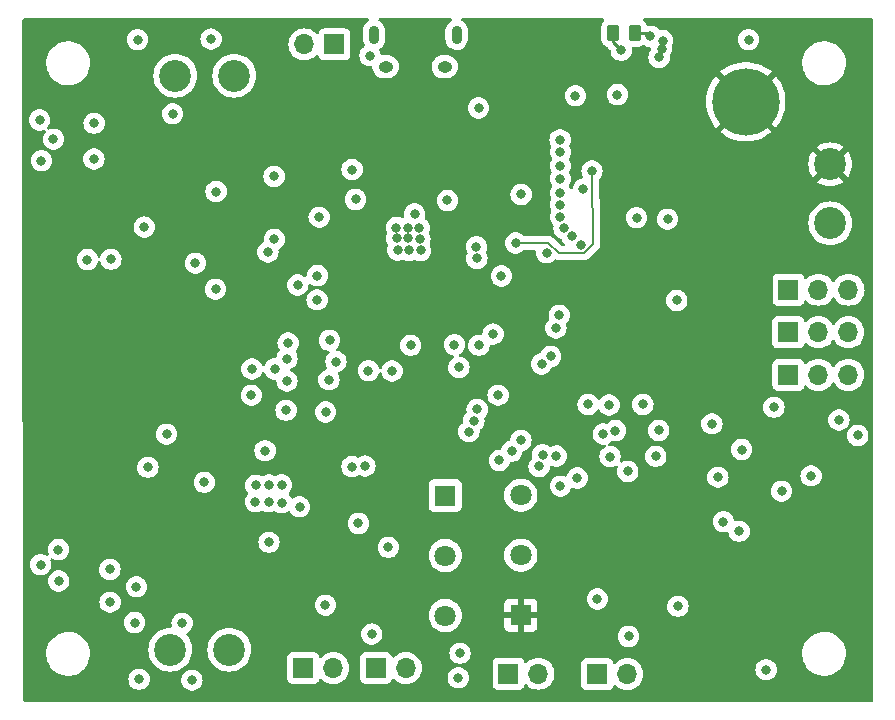
<source format=gbr>
%TF.GenerationSoftware,KiCad,Pcbnew,7.0.10-7.0.10~ubuntu22.04.1*%
%TF.CreationDate,2024-11-26T00:39:38-05:00*%
%TF.ProjectId,Chimera,4368696d-6572-4612-9e6b-696361645f70,rev?*%
%TF.SameCoordinates,Original*%
%TF.FileFunction,Copper,L4,Bot*%
%TF.FilePolarity,Positive*%
%FSLAX46Y46*%
G04 Gerber Fmt 4.6, Leading zero omitted, Abs format (unit mm)*
G04 Created by KiCad (PCBNEW 7.0.10-7.0.10~ubuntu22.04.1) date 2024-11-26 00:39:38*
%MOMM*%
%LPD*%
G01*
G04 APERTURE LIST*
G04 Aperture macros list*
%AMRoundRect*
0 Rectangle with rounded corners*
0 $1 Rounding radius*
0 $2 $3 $4 $5 $6 $7 $8 $9 X,Y pos of 4 corners*
0 Add a 4 corners polygon primitive as box body*
4,1,4,$2,$3,$4,$5,$6,$7,$8,$9,$2,$3,0*
0 Add four circle primitives for the rounded corners*
1,1,$1+$1,$2,$3*
1,1,$1+$1,$4,$5*
1,1,$1+$1,$6,$7*
1,1,$1+$1,$8,$9*
0 Add four rect primitives between the rounded corners*
20,1,$1+$1,$2,$3,$4,$5,0*
20,1,$1+$1,$4,$5,$6,$7,0*
20,1,$1+$1,$6,$7,$8,$9,0*
20,1,$1+$1,$8,$9,$2,$3,0*%
G04 Aperture macros list end*
%TA.AperFunction,ComponentPad*%
%ADD10R,1.700000X1.700000*%
%TD*%
%TA.AperFunction,ComponentPad*%
%ADD11O,1.700000X1.700000*%
%TD*%
%TA.AperFunction,ComponentPad*%
%ADD12O,0.890000X1.550000*%
%TD*%
%TA.AperFunction,ComponentPad*%
%ADD13O,1.250000X0.950000*%
%TD*%
%TA.AperFunction,ComponentPad*%
%ADD14C,2.700000*%
%TD*%
%TA.AperFunction,ComponentPad*%
%ADD15C,1.800000*%
%TD*%
%TA.AperFunction,ComponentPad*%
%ADD16R,1.800000X1.800000*%
%TD*%
%TA.AperFunction,ComponentPad*%
%ADD17C,5.700000*%
%TD*%
%TA.AperFunction,SMDPad,CuDef*%
%ADD18RoundRect,0.250000X0.262500X0.450000X-0.262500X0.450000X-0.262500X-0.450000X0.262500X-0.450000X0*%
%TD*%
%TA.AperFunction,ViaPad*%
%ADD19C,0.800000*%
%TD*%
%TA.AperFunction,Conductor*%
%ADD20C,0.250000*%
%TD*%
%TA.AperFunction,Conductor*%
%ADD21C,0.177800*%
%TD*%
G04 APERTURE END LIST*
D10*
%TO.P,J2,1,Pin_1*%
%TO.N,+7.5V*%
X136720000Y-88295000D03*
D11*
%TO.P,J2,2,Pin_2*%
%TO.N,Fork2*%
X139260000Y-88295000D03*
%TO.P,J2,3,Pin_3*%
%TO.N,Servo_Current_Sense*%
X141800000Y-88295000D03*
%TD*%
D12*
%TO.P,J9,6,Shield*%
%TO.N,GND*%
X108640000Y-63120000D03*
D13*
X107640000Y-65820000D03*
X102640000Y-65820000D03*
D12*
X101640000Y-63120000D03*
%TD*%
D10*
%TO.P,T4,1,Pin_1*%
%TO.N,+3.3V*%
X120550000Y-117250000D03*
D11*
%TO.P,T4,2,Pin_2*%
%TO.N,/Therm4*%
X123090000Y-117250000D03*
%TD*%
D14*
%TO.P,Motor1,1,1*%
%TO.N,/Motor 1*%
X89385000Y-115170000D03*
%TO.P,Motor1,2,2*%
%TO.N,GND*%
X84385000Y-115170000D03*
%TD*%
D10*
%TO.P,J8,1,Pin_1*%
%TO.N,GND*%
X98290000Y-63925000D03*
D11*
%TO.P,J8,2,Pin_2*%
%TO.N,Net-(J8-Pin_2)*%
X95750000Y-63925000D03*
%TD*%
D10*
%TO.P,T1,1,Pin_1*%
%TO.N,+3.3V*%
X95660000Y-116730000D03*
D11*
%TO.P,T1,2,Pin_2*%
%TO.N,/Therm1*%
X98200000Y-116730000D03*
%TD*%
D15*
%TO.P,3.3V,3*%
%TO.N,+3.3V*%
X107675000Y-112280000D03*
%TO.P,3.3V,2*%
%TO.N,unconnected-(S2-Pad2)*%
X107675000Y-107200000D03*
D16*
%TO.P,3.3V,1*%
%TO.N,Net-(U5-OUTPUT)*%
X107675000Y-102120000D03*
%TD*%
D10*
%TO.P,J1,1,Pin_1*%
%TO.N,+7.5V*%
X136730000Y-91895000D03*
D11*
%TO.P,J1,2,Pin_2*%
%TO.N,Fork1*%
X139270000Y-91895000D03*
%TO.P,J1,3,Pin_3*%
%TO.N,Servo_Current_Sense*%
X141810000Y-91895000D03*
%TD*%
D17*
%TO.P,Switch,0,in*%
%TO.N,+BATT*%
X133125000Y-68775000D03*
%TD*%
D10*
%TO.P,T3,1,Pin_1*%
%TO.N,+3.3V*%
X113025000Y-117200000D03*
D11*
%TO.P,T3,2,Pin_2*%
%TO.N,/Therm3*%
X115565000Y-117200000D03*
%TD*%
D10*
%TO.P,T2,1,Pin_1*%
%TO.N,+3.3V*%
X101805000Y-116720000D03*
D11*
%TO.P,T2,2,Pin_2*%
%TO.N,/Therm2*%
X104345000Y-116720000D03*
%TD*%
D10*
%TO.P,J3,1,Pin_1*%
%TO.N,+7.5V*%
X136735000Y-84695000D03*
D11*
%TO.P,J3,2,Pin_2*%
%TO.N,Flame_Servo*%
X139275000Y-84695000D03*
%TO.P,J3,3,Pin_3*%
%TO.N,GND*%
X141815000Y-84695000D03*
%TD*%
D14*
%TO.P,Motor2,1,1*%
%TO.N,/Motor 2*%
X89810000Y-66570000D03*
%TO.P,Motor2,2,2*%
%TO.N,GND*%
X84810000Y-66570000D03*
%TD*%
D16*
%TO.P,7V,1*%
%TO.N,+BATT*%
X114075000Y-112260000D03*
D15*
%TO.P,7V,2*%
%TO.N,unconnected-(S1-Pad2)*%
X114075000Y-107180000D03*
%TO.P,7V,3*%
%TO.N,Net-(IC1-EN)*%
X114075000Y-102100000D03*
%TD*%
D14*
%TO.P,Battery,1,1*%
%TO.N,+BATT*%
X140275000Y-74075000D03*
%TO.P,Battery,2,2*%
%TO.N,GND*%
X140275000Y-79075000D03*
%TD*%
D18*
%TO.P,R3,1*%
%TO.N,Net-(U4-MODE)*%
X123700000Y-62950000D03*
%TO.P,R3,2*%
%TO.N,GND*%
X121875000Y-62950000D03*
%TD*%
D19*
%TO.N,+BATT*%
X74550000Y-102550000D03*
X128650000Y-66050000D03*
X129025000Y-84350000D03*
X79100000Y-79600000D03*
X127375000Y-62275000D03*
X78525000Y-101075000D03*
X132185000Y-116845000D03*
X73375000Y-75850000D03*
X73150000Y-104125000D03*
X73050000Y-101050000D03*
X79875000Y-102450000D03*
X132175000Y-96025000D03*
X128275000Y-62475000D03*
X73250000Y-79575000D03*
X78850000Y-77050000D03*
%TO.N,GND*%
X125775000Y-65025000D03*
X92750000Y-106075000D03*
X77375000Y-82150000D03*
X135500000Y-94650000D03*
X79300000Y-111150000D03*
X108825000Y-91275000D03*
X117425000Y-78550000D03*
X132775000Y-98225000D03*
X104600000Y-81370000D03*
X88225000Y-84650000D03*
X110500000Y-69300000D03*
X126000000Y-64275000D03*
X74950000Y-109350000D03*
X104750000Y-89400000D03*
X103650000Y-81330000D03*
X84600000Y-69800000D03*
X97525000Y-111400000D03*
X105580000Y-81370000D03*
X117425000Y-76500000D03*
X77925000Y-73625000D03*
X117425000Y-77500000D03*
X123200000Y-114050000D03*
X105490000Y-79480000D03*
X86525000Y-82450000D03*
X81625000Y-63525000D03*
X103175000Y-91575000D03*
X73475000Y-73775000D03*
X95350000Y-103075000D03*
X103530000Y-79430000D03*
X103580000Y-80330000D03*
X127375000Y-111500000D03*
X87275000Y-101000000D03*
X117425000Y-73025000D03*
X92425000Y-98325000D03*
X117425000Y-74200000D03*
X142600000Y-97025000D03*
X88275000Y-76381100D03*
X110525000Y-89400000D03*
X101175000Y-91550000D03*
X77950000Y-70600000D03*
X81375000Y-112875000D03*
X119375000Y-76175000D03*
X101450000Y-113850000D03*
X118425000Y-80175000D03*
X74925000Y-106700000D03*
X126075000Y-63600000D03*
X133350000Y-63525000D03*
X112425000Y-83525000D03*
X108925000Y-115475000D03*
X117725000Y-79500000D03*
X119150000Y-80900000D03*
X108775000Y-117550000D03*
X131217303Y-104340393D03*
X114100000Y-76625000D03*
X122250000Y-68175000D03*
X73325000Y-70325000D03*
X96825000Y-85550000D03*
X141000000Y-95725000D03*
X73425000Y-107975000D03*
X127275000Y-85600000D03*
X117325000Y-86850000D03*
X117400000Y-72000000D03*
X93225000Y-91400000D03*
X81750000Y-117675000D03*
X74500000Y-71950000D03*
X136150000Y-101750000D03*
X105530000Y-80420000D03*
X87850000Y-63475000D03*
X108450000Y-89350000D03*
X104560000Y-80350000D03*
X86225000Y-117750000D03*
X91250000Y-93625000D03*
X104520000Y-79450000D03*
X79281272Y-108372023D03*
X85400000Y-112925000D03*
X130250000Y-96050000D03*
X138650000Y-100450000D03*
X81525000Y-109850000D03*
X117425000Y-75300000D03*
X101300000Y-64875000D03*
X122575000Y-64425000D03*
%TO.N,+3.3V*%
X84075000Y-96925000D03*
X100075000Y-77050000D03*
X107858419Y-77139897D03*
X97000000Y-78550000D03*
X105075000Y-78275000D03*
X91300000Y-91400000D03*
X100875000Y-99625000D03*
X96850000Y-83500000D03*
X120550000Y-110875000D03*
X82500000Y-99725000D03*
X102850000Y-106500000D03*
X111725000Y-88450000D03*
X93200000Y-80425000D03*
X117045729Y-87945729D03*
%TO.N,+7.5V*%
X126500000Y-78725000D03*
X123875000Y-78600000D03*
X134835000Y-116870000D03*
%TO.N,+5V*%
X132550000Y-105150000D03*
X130760000Y-100570000D03*
%TO.N,Net-(U4-MODE)*%
X125050000Y-63250000D03*
%TO.N,Fork1*%
X109675000Y-96700000D03*
X112250000Y-99150000D03*
%TO.N,Net-(U2-DIAG)*%
X79360000Y-82120000D03*
X82185000Y-79395000D03*
%TO.N,Fork2*%
X113300000Y-98375000D03*
X110100278Y-95786527D03*
%TO.N,Flame_Servo*%
X114075000Y-97450000D03*
X110375000Y-94825000D03*
%TO.N,PG*%
X120100000Y-74625000D03*
X110350000Y-82050000D03*
X113638561Y-80736439D03*
%TO.N,IPROPI2*%
X92660000Y-81495000D03*
X95185000Y-84295000D03*
%TO.N,DRVOFF1*%
X93825000Y-102725000D03*
X93825000Y-101225000D03*
%TO.N,EN_IN1*%
X92750000Y-101225000D03*
X92725000Y-102650000D03*
%TO.N,PH_IN1*%
X91600000Y-102650000D03*
X91625000Y-101250000D03*
%TO.N,Enable*%
X110318517Y-81050493D03*
X118700000Y-68275000D03*
%TO.N,/MCU/SD_MISO*%
X94200000Y-94900000D03*
X97550000Y-95050000D03*
%TO.N,/MCU/SD CSn*%
X97875000Y-88975000D03*
X94375000Y-89200000D03*
%TO.N,/MCU/SD CK*%
X94275000Y-92425000D03*
X97825000Y-92325000D03*
%TO.N,/MCU/QSPI_SD2*%
X99785000Y-74520000D03*
X93185000Y-75095000D03*
%TO.N,/MCU/Transmitter-MCU_RX*%
X121550000Y-94455500D03*
X116600000Y-90338900D03*
X119775000Y-94400000D03*
X121050000Y-96900000D03*
%TO.N,/MCU/LED*%
X112150000Y-93625000D03*
X115912500Y-98662500D03*
%TO.N,/MCU/NEO*%
X100325000Y-104475000D03*
X99775000Y-99675000D03*
%TO.N,/MCU/SD_MOSI*%
X98425000Y-90775000D03*
X94275000Y-90525000D03*
%TO.N,/MCU/Transmitter-MCU_TX*%
X115825000Y-90975000D03*
X122075000Y-96625000D03*
%TO.N,Current_Sense*%
X125750000Y-96600000D03*
X124400000Y-94400000D03*
%TO.N,Net-(IC1-EN)*%
X118850000Y-100625000D03*
X117425000Y-101325000D03*
X125500000Y-98800000D03*
X123125000Y-100075000D03*
%TO.N,Net-(U5-OUTPUT)*%
X116250000Y-81550000D03*
X117075000Y-98775000D03*
X121625000Y-98825000D03*
X115625000Y-99650000D03*
%TD*%
D20*
%TO.N,GND*%
X121875000Y-62950000D02*
X121875000Y-63725000D01*
X121875000Y-63725000D02*
X122575000Y-64425000D01*
%TO.N,Net-(U4-MODE)*%
X124750000Y-62950000D02*
X125050000Y-63250000D01*
X123700000Y-62950000D02*
X124750000Y-62950000D01*
D21*
%TO.N,PG*%
X120100000Y-74625000D02*
X120225000Y-74775000D01*
X120225000Y-80799252D02*
X120100000Y-74625000D01*
X116410691Y-80736439D02*
X117263152Y-81588900D01*
X119435352Y-81588900D02*
X120225000Y-80799252D01*
X117263152Y-81588900D02*
X119435352Y-81588900D01*
X113638561Y-80736439D02*
X116410691Y-80736439D01*
%TD*%
%TA.AperFunction,Conductor*%
%TO.N,+BATT*%
G36*
X101202077Y-61740185D02*
G01*
X101247832Y-61792989D01*
X101257776Y-61862147D01*
X101228751Y-61925703D01*
X101200632Y-61949730D01*
X101146500Y-61983471D01*
X101058267Y-62038467D01*
X100918895Y-62170949D01*
X100809041Y-62328781D01*
X100733209Y-62505491D01*
X100694500Y-62693851D01*
X100694500Y-63497951D01*
X100709077Y-63641310D01*
X100766641Y-63824777D01*
X100766648Y-63824792D01*
X100841781Y-63960157D01*
X100857104Y-64028326D01*
X100833140Y-64093957D01*
X100806248Y-64120652D01*
X100694127Y-64202113D01*
X100567466Y-64342785D01*
X100472821Y-64506715D01*
X100472818Y-64506722D01*
X100414327Y-64686740D01*
X100414326Y-64686744D01*
X100394540Y-64875000D01*
X100414326Y-65063256D01*
X100414327Y-65063259D01*
X100472818Y-65243277D01*
X100472821Y-65243284D01*
X100567467Y-65407216D01*
X100632515Y-65479459D01*
X100694129Y-65547888D01*
X100847265Y-65659148D01*
X100847270Y-65659151D01*
X101020192Y-65736142D01*
X101020197Y-65736144D01*
X101205354Y-65775500D01*
X101205355Y-65775500D01*
X101389852Y-65775500D01*
X101456891Y-65795185D01*
X101502646Y-65847989D01*
X101512422Y-65880724D01*
X101540768Y-66065764D01*
X101540771Y-66065777D01*
X101609673Y-66251815D01*
X101609677Y-66251824D01*
X101714616Y-66420184D01*
X101714621Y-66420191D01*
X101851306Y-66563983D01*
X101851309Y-66563986D01*
X102014146Y-66677324D01*
X102196465Y-66755563D01*
X102390801Y-66795500D01*
X102839474Y-66795500D01*
X102987380Y-66780459D01*
X103059478Y-66757838D01*
X103176678Y-66721067D01*
X103350146Y-66624784D01*
X103500682Y-66495553D01*
X103622122Y-66338666D01*
X103709495Y-66160544D01*
X103738810Y-66047322D01*
X103759222Y-65968488D01*
X103759223Y-65968482D01*
X103759224Y-65968480D01*
X103764235Y-65869663D01*
X106510728Y-65869663D01*
X106540768Y-66065764D01*
X106540771Y-66065777D01*
X106609673Y-66251815D01*
X106609677Y-66251824D01*
X106714616Y-66420184D01*
X106714621Y-66420191D01*
X106851306Y-66563983D01*
X106851309Y-66563986D01*
X107014146Y-66677324D01*
X107196465Y-66755563D01*
X107390801Y-66795500D01*
X107839474Y-66795500D01*
X107987380Y-66780459D01*
X108059478Y-66757838D01*
X108176678Y-66721067D01*
X108350146Y-66624784D01*
X108500682Y-66495553D01*
X108622122Y-66338666D01*
X108709495Y-66160544D01*
X108738810Y-66047322D01*
X108759222Y-65968488D01*
X108759223Y-65968482D01*
X108759224Y-65968480D01*
X108769272Y-65770337D01*
X108739230Y-65574227D01*
X108670325Y-65388180D01*
X108649690Y-65355074D01*
X108565383Y-65219815D01*
X108565378Y-65219808D01*
X108428693Y-65076016D01*
X108428692Y-65076015D01*
X108399503Y-65055699D01*
X108332819Y-65009285D01*
X108265853Y-64962675D01*
X108083535Y-64884437D01*
X107889199Y-64844500D01*
X107440527Y-64844500D01*
X107440526Y-64844500D01*
X107292619Y-64859540D01*
X107103329Y-64918930D01*
X107103320Y-64918934D01*
X106929852Y-65015217D01*
X106929851Y-65015217D01*
X106779319Y-65144445D01*
X106779317Y-65144446D01*
X106657879Y-65301331D01*
X106657877Y-65301335D01*
X106570503Y-65479459D01*
X106520777Y-65671511D01*
X106520776Y-65671517D01*
X106510728Y-65869662D01*
X106510728Y-65869663D01*
X103764235Y-65869663D01*
X103769272Y-65770337D01*
X103739230Y-65574227D01*
X103670325Y-65388180D01*
X103649690Y-65355074D01*
X103565383Y-65219815D01*
X103565378Y-65219808D01*
X103428693Y-65076016D01*
X103428692Y-65076015D01*
X103399503Y-65055699D01*
X103332819Y-65009285D01*
X103265853Y-64962675D01*
X103083535Y-64884437D01*
X102889199Y-64844500D01*
X102440527Y-64844500D01*
X102440526Y-64844500D01*
X102327721Y-64855971D01*
X102259034Y-64843169D01*
X102208172Y-64795265D01*
X102191857Y-64745573D01*
X102185674Y-64686744D01*
X102127179Y-64506716D01*
X102082570Y-64429452D01*
X102066098Y-64361553D01*
X102088951Y-64295526D01*
X102124362Y-64262224D01*
X102221731Y-64201534D01*
X102361106Y-64069049D01*
X102470958Y-63911219D01*
X102546791Y-63734508D01*
X102585500Y-63546148D01*
X102585500Y-62742050D01*
X102585176Y-62738857D01*
X102570922Y-62598689D01*
X102513358Y-62415222D01*
X102513356Y-62415218D01*
X102513355Y-62415214D01*
X102420034Y-62247080D01*
X102410018Y-62235413D01*
X102294779Y-62101174D01*
X102294778Y-62101173D01*
X102142718Y-61983471D01*
X102142716Y-61983470D01*
X102142715Y-61983469D01*
X102086362Y-61955826D01*
X102034845Y-61908631D01*
X102017020Y-61841073D01*
X102038550Y-61774603D01*
X102092598Y-61730325D01*
X102140973Y-61720500D01*
X108135038Y-61720500D01*
X108202077Y-61740185D01*
X108247832Y-61792989D01*
X108257776Y-61862147D01*
X108228751Y-61925703D01*
X108200632Y-61949730D01*
X108146500Y-61983471D01*
X108058267Y-62038467D01*
X107918895Y-62170949D01*
X107809041Y-62328781D01*
X107733209Y-62505491D01*
X107694500Y-62693851D01*
X107694500Y-63497951D01*
X107709077Y-63641310D01*
X107766641Y-63824777D01*
X107766644Y-63824784D01*
X107766645Y-63824786D01*
X107859966Y-63992920D01*
X107859969Y-63992923D01*
X107859970Y-63992925D01*
X107985220Y-64138825D01*
X107985221Y-64138826D01*
X108066234Y-64201534D01*
X108137285Y-64256531D01*
X108309929Y-64341217D01*
X108309933Y-64341218D01*
X108309931Y-64341218D01*
X108496078Y-64389415D01*
X108496081Y-64389415D01*
X108496087Y-64389417D01*
X108688136Y-64399156D01*
X108878214Y-64370037D01*
X109058540Y-64303252D01*
X109221731Y-64201534D01*
X109361106Y-64069049D01*
X109470958Y-63911219D01*
X109546791Y-63734508D01*
X109585500Y-63546148D01*
X109585500Y-62742050D01*
X109585176Y-62738857D01*
X109570922Y-62598689D01*
X109513358Y-62415222D01*
X109513356Y-62415218D01*
X109513355Y-62415214D01*
X109420034Y-62247080D01*
X109410018Y-62235413D01*
X109294779Y-62101174D01*
X109294778Y-62101173D01*
X109142718Y-61983471D01*
X109142716Y-61983470D01*
X109142715Y-61983469D01*
X109086362Y-61955826D01*
X109034845Y-61908631D01*
X109017020Y-61841073D01*
X109038550Y-61774603D01*
X109092598Y-61730325D01*
X109140973Y-61720500D01*
X121031270Y-61720500D01*
X121098309Y-61740185D01*
X121144064Y-61792989D01*
X121154008Y-61862147D01*
X121124983Y-61925703D01*
X121118951Y-61932181D01*
X121019789Y-62031342D01*
X120927687Y-62180663D01*
X120927685Y-62180668D01*
X120905678Y-62247082D01*
X120872501Y-62347203D01*
X120872501Y-62347204D01*
X120872500Y-62347204D01*
X120862000Y-62449983D01*
X120862000Y-63450001D01*
X120862001Y-63450019D01*
X120872500Y-63552796D01*
X120872501Y-63552799D01*
X120912829Y-63674500D01*
X120927686Y-63719334D01*
X121019788Y-63868656D01*
X121143844Y-63992712D01*
X121293166Y-64084814D01*
X121347619Y-64102857D01*
X121405063Y-64142629D01*
X121408926Y-64147669D01*
X121415406Y-64156587D01*
X121449057Y-64184425D01*
X121457698Y-64192288D01*
X121636038Y-64370629D01*
X121669523Y-64431952D01*
X121671678Y-64445348D01*
X121678128Y-64506715D01*
X121689326Y-64613256D01*
X121689327Y-64613259D01*
X121747818Y-64793277D01*
X121747821Y-64793284D01*
X121842467Y-64957216D01*
X121949435Y-65076016D01*
X121969129Y-65097888D01*
X122122265Y-65209148D01*
X122122270Y-65209151D01*
X122295192Y-65286142D01*
X122295197Y-65286144D01*
X122480354Y-65325500D01*
X122480355Y-65325500D01*
X122669644Y-65325500D01*
X122669646Y-65325500D01*
X122854803Y-65286144D01*
X123027730Y-65209151D01*
X123180871Y-65097888D01*
X123307533Y-64957216D01*
X123402179Y-64793284D01*
X123460674Y-64613256D01*
X123480460Y-64425000D01*
X123466004Y-64287458D01*
X123478574Y-64218730D01*
X123526306Y-64167707D01*
X123589325Y-64150499D01*
X124012502Y-64150499D01*
X124012508Y-64150499D01*
X124115297Y-64139999D01*
X124281834Y-64084814D01*
X124419410Y-63999956D01*
X124486801Y-63981516D01*
X124553465Y-64002438D01*
X124557363Y-64005157D01*
X124597269Y-64034150D01*
X124597270Y-64034151D01*
X124770192Y-64111142D01*
X124770197Y-64111144D01*
X124955354Y-64150500D01*
X124970540Y-64150500D01*
X125037579Y-64170185D01*
X125083334Y-64222989D01*
X125093257Y-64268602D01*
X125093861Y-64268539D01*
X125094438Y-64274032D01*
X125094540Y-64274500D01*
X125094540Y-64275000D01*
X125103822Y-64363328D01*
X125091252Y-64432057D01*
X125072653Y-64459257D01*
X125042468Y-64492782D01*
X125042464Y-64492787D01*
X124947821Y-64656715D01*
X124947818Y-64656722D01*
X124889327Y-64836740D01*
X124889326Y-64836744D01*
X124869540Y-65025000D01*
X124889326Y-65213256D01*
X124889327Y-65213259D01*
X124947818Y-65393277D01*
X124947821Y-65393284D01*
X125042467Y-65557216D01*
X125145387Y-65671520D01*
X125169129Y-65697888D01*
X125322265Y-65809148D01*
X125322270Y-65809151D01*
X125495192Y-65886142D01*
X125495197Y-65886144D01*
X125680354Y-65925500D01*
X125680355Y-65925500D01*
X125869644Y-65925500D01*
X125869646Y-65925500D01*
X126054803Y-65886144D01*
X126227730Y-65809151D01*
X126380871Y-65697888D01*
X126507533Y-65557216D01*
X126602179Y-65393284D01*
X126660674Y-65213256D01*
X126680460Y-65025000D01*
X126671176Y-64936670D01*
X126683745Y-64867943D01*
X126702345Y-64840742D01*
X126732533Y-64807216D01*
X126827179Y-64643284D01*
X126885674Y-64463256D01*
X126905460Y-64275000D01*
X126885674Y-64086744D01*
X126884048Y-64081742D01*
X126882052Y-64011904D01*
X126894590Y-63981427D01*
X126902179Y-63968284D01*
X126960674Y-63788256D01*
X126980460Y-63600000D01*
X126972577Y-63525000D01*
X132444540Y-63525000D01*
X132464326Y-63713256D01*
X132464327Y-63713259D01*
X132522818Y-63893277D01*
X132522821Y-63893284D01*
X132617467Y-64057216D01*
X132710377Y-64160403D01*
X132744129Y-64197888D01*
X132897265Y-64309148D01*
X132897270Y-64309151D01*
X133070192Y-64386142D01*
X133070197Y-64386144D01*
X133255354Y-64425500D01*
X133255355Y-64425500D01*
X133444644Y-64425500D01*
X133444646Y-64425500D01*
X133629803Y-64386144D01*
X133802730Y-64309151D01*
X133955871Y-64197888D01*
X134082533Y-64057216D01*
X134177179Y-63893284D01*
X134235674Y-63713256D01*
X134255460Y-63525000D01*
X134235674Y-63336744D01*
X134177179Y-63156716D01*
X134082533Y-62992784D01*
X133955871Y-62852112D01*
X133929110Y-62832669D01*
X133802734Y-62740851D01*
X133802729Y-62740848D01*
X133629807Y-62663857D01*
X133629802Y-62663855D01*
X133484001Y-62632865D01*
X133444646Y-62624500D01*
X133255354Y-62624500D01*
X133222897Y-62631398D01*
X133070197Y-62663855D01*
X133070192Y-62663857D01*
X132897270Y-62740848D01*
X132897265Y-62740851D01*
X132744129Y-62852111D01*
X132617466Y-62992785D01*
X132522821Y-63156715D01*
X132522818Y-63156722D01*
X132480573Y-63286740D01*
X132464326Y-63336744D01*
X132444540Y-63525000D01*
X126972577Y-63525000D01*
X126960674Y-63411744D01*
X126902179Y-63231716D01*
X126807533Y-63067784D01*
X126680871Y-62927112D01*
X126680870Y-62927111D01*
X126527734Y-62815851D01*
X126527729Y-62815848D01*
X126354807Y-62738857D01*
X126354802Y-62738855D01*
X126209001Y-62707865D01*
X126169646Y-62699500D01*
X125980354Y-62699500D01*
X125870519Y-62722846D01*
X125800852Y-62717529D01*
X125752590Y-62684528D01*
X125655871Y-62577112D01*
X125655870Y-62577111D01*
X125502734Y-62465851D01*
X125502729Y-62465848D01*
X125329807Y-62388857D01*
X125329802Y-62388855D01*
X125156746Y-62352072D01*
X125144646Y-62349500D01*
X124960541Y-62349500D01*
X124933619Y-62345668D01*
X124933601Y-62345782D01*
X124926367Y-62344636D01*
X124925944Y-62344576D01*
X124925897Y-62344562D01*
X124925896Y-62344562D01*
X124925894Y-62344561D01*
X124925892Y-62344561D01*
X124882759Y-62337729D01*
X124871322Y-62335361D01*
X124829020Y-62324500D01*
X124829019Y-62324500D01*
X124808984Y-62324500D01*
X124789590Y-62322973D01*
X124773446Y-62320416D01*
X124763758Y-62318882D01*
X124700625Y-62288950D01*
X124665455Y-62235413D01*
X124647314Y-62180666D01*
X124555212Y-62031344D01*
X124456049Y-61932181D01*
X124422564Y-61870858D01*
X124427548Y-61801166D01*
X124469420Y-61745233D01*
X124534884Y-61720816D01*
X124543730Y-61720500D01*
X143785500Y-61720500D01*
X143852539Y-61740185D01*
X143898294Y-61792989D01*
X143909500Y-61844500D01*
X143909500Y-119460500D01*
X143889815Y-119527539D01*
X143837011Y-119573294D01*
X143785500Y-119584500D01*
X113684500Y-119584500D01*
X72033796Y-119570042D01*
X71966763Y-119550334D01*
X71921027Y-119497514D01*
X71909839Y-119446205D01*
X71907544Y-117675000D01*
X80844540Y-117675000D01*
X80864326Y-117863256D01*
X80864327Y-117863259D01*
X80922818Y-118043277D01*
X80922821Y-118043284D01*
X81017467Y-118207216D01*
X81094105Y-118292331D01*
X81144129Y-118347888D01*
X81297265Y-118459148D01*
X81297270Y-118459151D01*
X81470192Y-118536142D01*
X81470197Y-118536144D01*
X81655354Y-118575500D01*
X81655355Y-118575500D01*
X81844644Y-118575500D01*
X81844646Y-118575500D01*
X82029803Y-118536144D01*
X82202730Y-118459151D01*
X82355871Y-118347888D01*
X82482533Y-118207216D01*
X82577179Y-118043284D01*
X82635674Y-117863256D01*
X82647577Y-117750000D01*
X85319540Y-117750000D01*
X85339326Y-117938256D01*
X85339327Y-117938259D01*
X85397818Y-118118277D01*
X85397821Y-118118284D01*
X85492467Y-118282216D01*
X85605313Y-118407544D01*
X85619129Y-118422888D01*
X85772265Y-118534148D01*
X85772270Y-118534151D01*
X85945192Y-118611142D01*
X85945197Y-118611144D01*
X86130354Y-118650500D01*
X86130355Y-118650500D01*
X86319644Y-118650500D01*
X86319646Y-118650500D01*
X86504803Y-118611144D01*
X86677730Y-118534151D01*
X86830871Y-118422888D01*
X86957533Y-118282216D01*
X87052179Y-118118284D01*
X87110674Y-117938256D01*
X87130460Y-117750000D01*
X87117624Y-117627870D01*
X94309500Y-117627870D01*
X94309501Y-117627876D01*
X94315908Y-117687483D01*
X94366202Y-117822328D01*
X94366206Y-117822335D01*
X94452452Y-117937544D01*
X94452455Y-117937547D01*
X94567664Y-118023793D01*
X94567671Y-118023797D01*
X94702517Y-118074091D01*
X94702516Y-118074091D01*
X94709444Y-118074835D01*
X94762127Y-118080500D01*
X96557872Y-118080499D01*
X96617483Y-118074091D01*
X96752331Y-118023796D01*
X96867546Y-117937546D01*
X96953796Y-117822331D01*
X97002810Y-117690916D01*
X97044681Y-117634984D01*
X97110145Y-117610566D01*
X97178418Y-117625417D01*
X97206673Y-117646569D01*
X97328599Y-117768495D01*
X97425384Y-117836265D01*
X97522165Y-117904032D01*
X97522167Y-117904033D01*
X97522170Y-117904035D01*
X97736337Y-118003903D01*
X97736343Y-118003904D01*
X97736344Y-118003905D01*
X97773262Y-118013797D01*
X97964592Y-118065063D01*
X98141034Y-118080500D01*
X98199999Y-118085659D01*
X98200000Y-118085659D01*
X98200001Y-118085659D01*
X98239376Y-118082214D01*
X98435408Y-118065063D01*
X98663663Y-118003903D01*
X98877830Y-117904035D01*
X99071401Y-117768495D01*
X99222026Y-117617870D01*
X100454500Y-117617870D01*
X100454501Y-117617876D01*
X100460908Y-117677483D01*
X100511202Y-117812328D01*
X100511206Y-117812335D01*
X100597452Y-117927544D01*
X100597455Y-117927547D01*
X100712664Y-118013793D01*
X100712671Y-118013797D01*
X100847517Y-118064091D01*
X100847516Y-118064091D01*
X100854444Y-118064835D01*
X100907127Y-118070500D01*
X102702872Y-118070499D01*
X102762483Y-118064091D01*
X102897331Y-118013796D01*
X103012546Y-117927546D01*
X103098796Y-117812331D01*
X103147810Y-117680916D01*
X103189681Y-117624984D01*
X103255145Y-117600566D01*
X103323418Y-117615417D01*
X103351673Y-117636569D01*
X103473599Y-117758495D01*
X103564762Y-117822328D01*
X103667165Y-117894032D01*
X103667167Y-117894033D01*
X103667170Y-117894035D01*
X103881337Y-117993903D01*
X104109592Y-118055063D01*
X104286034Y-118070500D01*
X104344999Y-118075659D01*
X104345000Y-118075659D01*
X104345001Y-118075659D01*
X104384234Y-118072226D01*
X104580408Y-118055063D01*
X104808663Y-117993903D01*
X105022830Y-117894035D01*
X105216401Y-117758495D01*
X105383495Y-117591401D01*
X105412484Y-117550000D01*
X107869540Y-117550000D01*
X107889326Y-117738256D01*
X107889327Y-117738259D01*
X107947818Y-117918277D01*
X107947821Y-117918284D01*
X108042467Y-118082216D01*
X108101585Y-118147873D01*
X108169129Y-118222888D01*
X108322265Y-118334148D01*
X108322270Y-118334151D01*
X108495192Y-118411142D01*
X108495197Y-118411144D01*
X108680354Y-118450500D01*
X108680355Y-118450500D01*
X108869644Y-118450500D01*
X108869646Y-118450500D01*
X109054803Y-118411144D01*
X109227730Y-118334151D01*
X109380871Y-118222888D01*
X109493438Y-118097870D01*
X111674500Y-118097870D01*
X111674501Y-118097876D01*
X111680908Y-118157483D01*
X111731202Y-118292328D01*
X111731206Y-118292335D01*
X111817452Y-118407544D01*
X111817455Y-118407547D01*
X111932664Y-118493793D01*
X111932671Y-118493797D01*
X112067517Y-118544091D01*
X112067516Y-118544091D01*
X112074444Y-118544835D01*
X112127127Y-118550500D01*
X113922872Y-118550499D01*
X113982483Y-118544091D01*
X114117331Y-118493796D01*
X114232546Y-118407546D01*
X114318796Y-118292331D01*
X114367810Y-118160916D01*
X114409681Y-118104984D01*
X114475145Y-118080566D01*
X114543418Y-118095417D01*
X114571673Y-118116569D01*
X114693599Y-118238495D01*
X114790384Y-118306265D01*
X114887165Y-118374032D01*
X114887167Y-118374033D01*
X114887170Y-118374035D01*
X115101337Y-118473903D01*
X115329592Y-118535063D01*
X115506034Y-118550500D01*
X115564999Y-118555659D01*
X115565000Y-118555659D01*
X115565001Y-118555659D01*
X115623966Y-118550500D01*
X115800408Y-118535063D01*
X116028663Y-118473903D01*
X116242830Y-118374035D01*
X116436401Y-118238495D01*
X116527026Y-118147870D01*
X119199500Y-118147870D01*
X119199501Y-118147876D01*
X119205908Y-118207483D01*
X119256202Y-118342328D01*
X119256206Y-118342335D01*
X119342452Y-118457544D01*
X119342455Y-118457547D01*
X119457664Y-118543793D01*
X119457671Y-118543797D01*
X119592517Y-118594091D01*
X119592516Y-118594091D01*
X119599444Y-118594835D01*
X119652127Y-118600500D01*
X121447872Y-118600499D01*
X121507483Y-118594091D01*
X121642331Y-118543796D01*
X121757546Y-118457546D01*
X121843796Y-118342331D01*
X121892810Y-118210916D01*
X121934681Y-118154984D01*
X122000145Y-118130566D01*
X122068418Y-118145417D01*
X122096673Y-118166569D01*
X122218599Y-118288495D01*
X122303421Y-118347888D01*
X122412165Y-118424032D01*
X122412167Y-118424033D01*
X122412170Y-118424035D01*
X122626337Y-118523903D01*
X122626343Y-118523904D01*
X122626344Y-118523905D01*
X122667980Y-118535061D01*
X122854592Y-118585063D01*
X123031034Y-118600500D01*
X123089999Y-118605659D01*
X123090000Y-118605659D01*
X123090001Y-118605659D01*
X123148966Y-118600500D01*
X123325408Y-118585063D01*
X123553663Y-118523903D01*
X123767830Y-118424035D01*
X123961401Y-118288495D01*
X124128495Y-118121401D01*
X124264035Y-117927830D01*
X124363903Y-117713663D01*
X124425063Y-117485408D01*
X124445659Y-117250000D01*
X124442840Y-117217785D01*
X124436279Y-117142785D01*
X124425063Y-117014592D01*
X124386320Y-116870000D01*
X133929540Y-116870000D01*
X133949326Y-117058256D01*
X133949327Y-117058259D01*
X134007818Y-117238277D01*
X134007821Y-117238284D01*
X134102467Y-117402216D01*
X134132358Y-117435413D01*
X134229129Y-117542888D01*
X134382265Y-117654148D01*
X134382270Y-117654151D01*
X134555192Y-117731142D01*
X134555197Y-117731144D01*
X134740354Y-117770500D01*
X134740355Y-117770500D01*
X134929644Y-117770500D01*
X134929646Y-117770500D01*
X135114803Y-117731144D01*
X135287730Y-117654151D01*
X135440871Y-117542888D01*
X135567533Y-117402216D01*
X135662179Y-117238284D01*
X135720674Y-117058256D01*
X135740460Y-116870000D01*
X135720674Y-116681744D01*
X135662179Y-116501716D01*
X135567533Y-116337784D01*
X135440871Y-116197112D01*
X135440870Y-116197111D01*
X135287734Y-116085851D01*
X135287729Y-116085848D01*
X135114807Y-116008857D01*
X135114802Y-116008855D01*
X134960687Y-115976098D01*
X134929646Y-115969500D01*
X134740354Y-115969500D01*
X134709331Y-115976094D01*
X134555197Y-116008855D01*
X134555192Y-116008857D01*
X134382270Y-116085848D01*
X134382265Y-116085851D01*
X134229129Y-116197111D01*
X134102466Y-116337785D01*
X134007821Y-116501715D01*
X134007818Y-116501722D01*
X133949327Y-116681740D01*
X133949326Y-116681744D01*
X133929540Y-116870000D01*
X124386320Y-116870000D01*
X124363903Y-116786337D01*
X124264035Y-116572171D01*
X124263981Y-116572093D01*
X124128494Y-116378597D01*
X123961402Y-116211506D01*
X123961395Y-116211501D01*
X123767834Y-116075967D01*
X123767830Y-116075965D01*
X123766483Y-116075337D01*
X123553663Y-115976097D01*
X123553659Y-115976096D01*
X123553655Y-115976094D01*
X123325413Y-115914938D01*
X123325403Y-115914936D01*
X123090001Y-115894341D01*
X123089999Y-115894341D01*
X122854596Y-115914936D01*
X122854586Y-115914938D01*
X122626344Y-115976094D01*
X122626335Y-115976098D01*
X122412171Y-116075964D01*
X122412169Y-116075965D01*
X122218600Y-116211503D01*
X122096673Y-116333430D01*
X122035350Y-116366914D01*
X121965658Y-116361930D01*
X121909725Y-116320058D01*
X121892810Y-116289081D01*
X121843797Y-116157671D01*
X121843793Y-116157664D01*
X121757547Y-116042455D01*
X121757544Y-116042452D01*
X121642335Y-115956206D01*
X121642328Y-115956202D01*
X121507482Y-115905908D01*
X121507483Y-115905908D01*
X121447883Y-115899501D01*
X121447881Y-115899500D01*
X121447873Y-115899500D01*
X121447864Y-115899500D01*
X119652129Y-115899500D01*
X119652123Y-115899501D01*
X119592516Y-115905908D01*
X119457671Y-115956202D01*
X119457664Y-115956206D01*
X119342455Y-116042452D01*
X119342452Y-116042455D01*
X119256206Y-116157664D01*
X119256202Y-116157671D01*
X119205908Y-116292517D01*
X119199501Y-116352116D01*
X119199500Y-116352135D01*
X119199500Y-118147870D01*
X116527026Y-118147870D01*
X116603495Y-118071401D01*
X116739035Y-117877830D01*
X116838903Y-117663663D01*
X116900063Y-117435408D01*
X116920659Y-117200000D01*
X116900063Y-116964592D01*
X116838903Y-116736337D01*
X116739035Y-116522171D01*
X116724713Y-116501716D01*
X116603494Y-116328597D01*
X116436402Y-116161506D01*
X116436395Y-116161501D01*
X116430922Y-116157669D01*
X116382964Y-116124088D01*
X116242834Y-116025967D01*
X116242830Y-116025965D01*
X116206140Y-116008856D01*
X116028663Y-115926097D01*
X116028659Y-115926096D01*
X116028655Y-115926094D01*
X115800413Y-115864938D01*
X115800403Y-115864936D01*
X115565001Y-115844341D01*
X115564999Y-115844341D01*
X115329596Y-115864936D01*
X115329586Y-115864938D01*
X115101344Y-115926094D01*
X115101335Y-115926098D01*
X114887171Y-116025964D01*
X114887169Y-116025965D01*
X114693600Y-116161503D01*
X114571673Y-116283430D01*
X114510350Y-116316914D01*
X114440658Y-116311930D01*
X114384725Y-116270058D01*
X114367810Y-116239081D01*
X114318797Y-116107671D01*
X114318793Y-116107664D01*
X114232547Y-115992455D01*
X114232544Y-115992452D01*
X114117335Y-115906206D01*
X114117328Y-115906202D01*
X113982482Y-115855908D01*
X113982483Y-115855908D01*
X113922883Y-115849501D01*
X113922881Y-115849500D01*
X113922873Y-115849500D01*
X113922864Y-115849500D01*
X112127129Y-115849500D01*
X112127123Y-115849501D01*
X112067516Y-115855908D01*
X111932671Y-115906202D01*
X111932664Y-115906206D01*
X111817455Y-115992452D01*
X111817452Y-115992455D01*
X111731206Y-116107664D01*
X111731202Y-116107671D01*
X111680908Y-116242517D01*
X111674501Y-116302116D01*
X111674500Y-116302135D01*
X111674500Y-118097870D01*
X109493438Y-118097870D01*
X109507533Y-118082216D01*
X109602179Y-117918284D01*
X109660674Y-117738256D01*
X109680460Y-117550000D01*
X109660674Y-117361744D01*
X109602179Y-117181716D01*
X109507533Y-117017784D01*
X109380871Y-116877112D01*
X109380870Y-116877111D01*
X109227734Y-116765851D01*
X109227729Y-116765848D01*
X109054807Y-116688857D01*
X109054802Y-116688855D01*
X108909001Y-116657865D01*
X108869646Y-116649500D01*
X108680354Y-116649500D01*
X108647897Y-116656398D01*
X108495197Y-116688855D01*
X108495192Y-116688857D01*
X108322270Y-116765848D01*
X108322265Y-116765851D01*
X108169129Y-116877111D01*
X108042466Y-117017785D01*
X107947821Y-117181715D01*
X107947818Y-117181722D01*
X107889327Y-117361740D01*
X107889326Y-117361744D01*
X107869540Y-117550000D01*
X105412484Y-117550000D01*
X105519035Y-117397830D01*
X105618903Y-117183663D01*
X105680063Y-116955408D01*
X105700659Y-116720000D01*
X105699949Y-116711890D01*
X105687725Y-116572169D01*
X105680063Y-116484592D01*
X105627677Y-116289081D01*
X105618905Y-116256344D01*
X105618904Y-116256343D01*
X105618903Y-116256337D01*
X105519035Y-116042171D01*
X105507688Y-116025965D01*
X105383494Y-115848597D01*
X105216402Y-115681506D01*
X105216395Y-115681501D01*
X105022834Y-115545967D01*
X105022830Y-115545965D01*
X104972413Y-115522455D01*
X104870646Y-115475000D01*
X108019540Y-115475000D01*
X108039326Y-115663256D01*
X108039327Y-115663259D01*
X108097818Y-115843277D01*
X108097821Y-115843284D01*
X108192467Y-116007216D01*
X108297694Y-116124082D01*
X108319129Y-116147888D01*
X108472265Y-116259148D01*
X108472270Y-116259151D01*
X108645192Y-116336142D01*
X108645197Y-116336144D01*
X108830354Y-116375500D01*
X108830355Y-116375500D01*
X109019644Y-116375500D01*
X109019646Y-116375500D01*
X109204803Y-116336144D01*
X109377730Y-116259151D01*
X109530871Y-116147888D01*
X109657533Y-116007216D01*
X109752179Y-115843284D01*
X109810674Y-115663256D01*
X109818083Y-115592763D01*
X137895787Y-115592763D01*
X137925413Y-115862013D01*
X137925415Y-115862024D01*
X137989636Y-116107671D01*
X137993928Y-116124088D01*
X138099870Y-116373390D01*
X138221185Y-116572171D01*
X138240979Y-116604605D01*
X138240986Y-116604615D01*
X138414253Y-116812819D01*
X138414259Y-116812824D01*
X138573388Y-116955403D01*
X138615998Y-116993582D01*
X138841910Y-117143044D01*
X139087176Y-117258020D01*
X139087183Y-117258022D01*
X139087185Y-117258023D01*
X139346557Y-117336057D01*
X139346564Y-117336058D01*
X139346569Y-117336060D01*
X139614561Y-117375500D01*
X139614566Y-117375500D01*
X139817629Y-117375500D01*
X139817631Y-117375500D01*
X139817636Y-117375499D01*
X139817648Y-117375499D01*
X139855191Y-117372750D01*
X140020156Y-117360677D01*
X140132758Y-117335593D01*
X140284546Y-117301782D01*
X140284548Y-117301781D01*
X140284553Y-117301780D01*
X140537558Y-117205014D01*
X140773777Y-117072441D01*
X140988177Y-116906888D01*
X141176186Y-116711881D01*
X141333799Y-116491579D01*
X141412870Y-116337784D01*
X141457649Y-116250690D01*
X141457651Y-116250684D01*
X141457656Y-116250675D01*
X141545118Y-115994305D01*
X141594319Y-115727933D01*
X141604212Y-115457235D01*
X141574586Y-115187982D01*
X141506072Y-114925912D01*
X141400130Y-114676610D01*
X141259018Y-114445390D01*
X141236460Y-114418284D01*
X141085746Y-114237180D01*
X141085740Y-114237175D01*
X140884002Y-114056418D01*
X140658092Y-113906957D01*
X140658090Y-113906956D01*
X140412824Y-113791980D01*
X140412819Y-113791978D01*
X140412814Y-113791976D01*
X140153442Y-113713942D01*
X140153428Y-113713939D01*
X140037791Y-113696921D01*
X139885439Y-113674500D01*
X139682369Y-113674500D01*
X139682351Y-113674500D01*
X139479844Y-113689323D01*
X139479831Y-113689325D01*
X139215453Y-113748217D01*
X139215446Y-113748220D01*
X138962439Y-113844987D01*
X138726226Y-113977557D01*
X138511822Y-114143112D01*
X138323822Y-114338109D01*
X138323816Y-114338116D01*
X138166202Y-114558419D01*
X138166199Y-114558424D01*
X138042350Y-114799309D01*
X138042343Y-114799327D01*
X137954884Y-115055685D01*
X137954882Y-115055695D01*
X137912206Y-115286744D01*
X137905681Y-115322068D01*
X137905680Y-115322075D01*
X137895787Y-115592763D01*
X109818083Y-115592763D01*
X109830460Y-115475000D01*
X109810674Y-115286744D01*
X109752179Y-115106716D01*
X109657533Y-114942784D01*
X109530871Y-114802112D01*
X109527013Y-114799309D01*
X109377734Y-114690851D01*
X109377729Y-114690848D01*
X109204807Y-114613857D01*
X109204802Y-114613855D01*
X109055938Y-114582214D01*
X109019646Y-114574500D01*
X108830354Y-114574500D01*
X108797897Y-114581398D01*
X108645197Y-114613855D01*
X108645192Y-114613857D01*
X108472270Y-114690848D01*
X108472265Y-114690851D01*
X108319129Y-114802111D01*
X108192466Y-114942785D01*
X108097821Y-115106715D01*
X108097818Y-115106722D01*
X108039327Y-115286740D01*
X108039326Y-115286744D01*
X108019540Y-115475000D01*
X104870646Y-115475000D01*
X104808663Y-115446097D01*
X104808659Y-115446096D01*
X104808655Y-115446094D01*
X104580413Y-115384938D01*
X104580403Y-115384936D01*
X104345001Y-115364341D01*
X104344999Y-115364341D01*
X104109596Y-115384936D01*
X104109586Y-115384938D01*
X103881344Y-115446094D01*
X103881335Y-115446098D01*
X103667171Y-115545964D01*
X103667169Y-115545965D01*
X103473600Y-115681503D01*
X103351673Y-115803430D01*
X103290350Y-115836914D01*
X103220658Y-115831930D01*
X103164725Y-115790058D01*
X103147810Y-115759081D01*
X103098797Y-115627671D01*
X103098793Y-115627664D01*
X103012547Y-115512455D01*
X103012544Y-115512452D01*
X102897335Y-115426206D01*
X102897328Y-115426202D01*
X102762482Y-115375908D01*
X102762483Y-115375908D01*
X102702883Y-115369501D01*
X102702881Y-115369500D01*
X102702873Y-115369500D01*
X102702864Y-115369500D01*
X100907129Y-115369500D01*
X100907123Y-115369501D01*
X100847516Y-115375908D01*
X100712671Y-115426202D01*
X100712664Y-115426206D01*
X100597455Y-115512452D01*
X100597452Y-115512455D01*
X100511206Y-115627664D01*
X100511202Y-115627671D01*
X100460908Y-115762517D01*
X100454501Y-115822116D01*
X100454500Y-115822135D01*
X100454500Y-117617870D01*
X99222026Y-117617870D01*
X99238495Y-117601401D01*
X99374035Y-117407830D01*
X99473903Y-117193663D01*
X99535063Y-116965408D01*
X99555659Y-116730000D01*
X99535063Y-116494592D01*
X99473903Y-116266337D01*
X99374035Y-116052171D01*
X99367232Y-116042454D01*
X99238494Y-115858597D01*
X99071402Y-115691506D01*
X99071395Y-115691501D01*
X99057119Y-115681505D01*
X98994518Y-115637671D01*
X98877834Y-115555967D01*
X98877830Y-115555965D01*
X98856383Y-115545964D01*
X98663663Y-115456097D01*
X98663659Y-115456096D01*
X98663655Y-115456094D01*
X98435413Y-115394938D01*
X98435403Y-115394936D01*
X98200001Y-115374341D01*
X98199999Y-115374341D01*
X97964596Y-115394936D01*
X97964586Y-115394938D01*
X97736344Y-115456094D01*
X97736335Y-115456098D01*
X97522171Y-115555964D01*
X97522169Y-115555965D01*
X97328600Y-115691503D01*
X97206673Y-115813430D01*
X97145350Y-115846914D01*
X97075658Y-115841930D01*
X97019725Y-115800058D01*
X97002810Y-115769081D01*
X96953797Y-115637671D01*
X96953793Y-115637664D01*
X96867547Y-115522455D01*
X96867544Y-115522452D01*
X96752335Y-115436206D01*
X96752328Y-115436202D01*
X96617482Y-115385908D01*
X96617483Y-115385908D01*
X96557883Y-115379501D01*
X96557881Y-115379500D01*
X96557873Y-115379500D01*
X96557864Y-115379500D01*
X94762129Y-115379500D01*
X94762123Y-115379501D01*
X94702516Y-115385908D01*
X94567671Y-115436202D01*
X94567664Y-115436206D01*
X94452455Y-115522452D01*
X94452452Y-115522455D01*
X94366206Y-115637664D01*
X94366202Y-115637671D01*
X94315908Y-115772517D01*
X94309501Y-115832116D01*
X94309500Y-115832135D01*
X94309500Y-117627870D01*
X87117624Y-117627870D01*
X87110674Y-117561744D01*
X87052179Y-117381716D01*
X86957533Y-117217784D01*
X86830871Y-117077112D01*
X86830870Y-117077111D01*
X86677734Y-116965851D01*
X86677729Y-116965848D01*
X86504807Y-116888857D01*
X86504802Y-116888855D01*
X86359001Y-116857865D01*
X86319646Y-116849500D01*
X86130354Y-116849500D01*
X86097897Y-116856398D01*
X85945197Y-116888855D01*
X85945192Y-116888857D01*
X85772270Y-116965848D01*
X85772265Y-116965851D01*
X85619129Y-117077111D01*
X85492466Y-117217785D01*
X85397821Y-117381715D01*
X85397818Y-117381722D01*
X85343142Y-117550000D01*
X85339326Y-117561744D01*
X85319540Y-117750000D01*
X82647577Y-117750000D01*
X82655460Y-117675000D01*
X82635674Y-117486744D01*
X82577179Y-117306716D01*
X82482533Y-117142784D01*
X82355871Y-117002112D01*
X82355870Y-117002111D01*
X82202734Y-116890851D01*
X82202729Y-116890848D01*
X82029807Y-116813857D01*
X82029802Y-116813855D01*
X81884001Y-116782865D01*
X81844646Y-116774500D01*
X81655354Y-116774500D01*
X81622897Y-116781398D01*
X81470197Y-116813855D01*
X81470192Y-116813857D01*
X81297270Y-116890848D01*
X81297265Y-116890851D01*
X81144129Y-117002111D01*
X81017466Y-117142785D01*
X80922821Y-117306715D01*
X80922818Y-117306722D01*
X80864760Y-117485408D01*
X80864326Y-117486744D01*
X80844540Y-117675000D01*
X71907544Y-117675000D01*
X71904846Y-115592763D01*
X73895787Y-115592763D01*
X73925413Y-115862013D01*
X73925415Y-115862024D01*
X73989636Y-116107671D01*
X73993928Y-116124088D01*
X74099870Y-116373390D01*
X74221185Y-116572171D01*
X74240979Y-116604605D01*
X74240986Y-116604615D01*
X74414253Y-116812819D01*
X74414259Y-116812824D01*
X74573388Y-116955403D01*
X74615998Y-116993582D01*
X74841910Y-117143044D01*
X75087176Y-117258020D01*
X75087183Y-117258022D01*
X75087185Y-117258023D01*
X75346557Y-117336057D01*
X75346564Y-117336058D01*
X75346569Y-117336060D01*
X75614561Y-117375500D01*
X75614566Y-117375500D01*
X75817629Y-117375500D01*
X75817631Y-117375500D01*
X75817636Y-117375499D01*
X75817648Y-117375499D01*
X75855191Y-117372750D01*
X76020156Y-117360677D01*
X76132758Y-117335593D01*
X76284546Y-117301782D01*
X76284548Y-117301781D01*
X76284553Y-117301780D01*
X76537558Y-117205014D01*
X76773777Y-117072441D01*
X76988177Y-116906888D01*
X77176186Y-116711881D01*
X77333799Y-116491579D01*
X77412870Y-116337784D01*
X77457649Y-116250690D01*
X77457651Y-116250684D01*
X77457656Y-116250675D01*
X77545118Y-115994305D01*
X77594319Y-115727933D01*
X77604212Y-115457235D01*
X77574586Y-115187982D01*
X77569885Y-115170001D01*
X82529773Y-115170001D01*
X82548657Y-115434027D01*
X82548658Y-115434034D01*
X82604921Y-115692673D01*
X82697426Y-115940690D01*
X82697428Y-115940694D01*
X82824280Y-116173005D01*
X82824285Y-116173013D01*
X82982906Y-116384907D01*
X82982922Y-116384925D01*
X83170074Y-116572077D01*
X83170092Y-116572093D01*
X83381986Y-116730714D01*
X83381994Y-116730719D01*
X83614305Y-116857571D01*
X83614309Y-116857573D01*
X83614311Y-116857574D01*
X83862322Y-116950077D01*
X83862325Y-116950077D01*
X83862326Y-116950078D01*
X83934825Y-116965849D01*
X84120974Y-117006343D01*
X84364660Y-117023772D01*
X84384999Y-117025227D01*
X84385000Y-117025227D01*
X84385001Y-117025227D01*
X84403885Y-117023876D01*
X84649026Y-117006343D01*
X84907678Y-116950077D01*
X85155689Y-116857574D01*
X85388011Y-116730716D01*
X85599915Y-116572087D01*
X85787087Y-116384915D01*
X85945716Y-116173011D01*
X86072574Y-115940689D01*
X86165077Y-115692678D01*
X86221343Y-115434026D01*
X86240227Y-115170001D01*
X87529773Y-115170001D01*
X87548657Y-115434027D01*
X87548658Y-115434034D01*
X87604921Y-115692673D01*
X87697426Y-115940690D01*
X87697428Y-115940694D01*
X87824280Y-116173005D01*
X87824285Y-116173013D01*
X87982906Y-116384907D01*
X87982922Y-116384925D01*
X88170074Y-116572077D01*
X88170092Y-116572093D01*
X88381986Y-116730714D01*
X88381994Y-116730719D01*
X88614305Y-116857571D01*
X88614309Y-116857573D01*
X88614311Y-116857574D01*
X88862322Y-116950077D01*
X88862325Y-116950077D01*
X88862326Y-116950078D01*
X88934825Y-116965849D01*
X89120974Y-117006343D01*
X89364660Y-117023772D01*
X89384999Y-117025227D01*
X89385000Y-117025227D01*
X89385001Y-117025227D01*
X89403885Y-117023876D01*
X89649026Y-117006343D01*
X89907678Y-116950077D01*
X90155689Y-116857574D01*
X90388011Y-116730716D01*
X90599915Y-116572087D01*
X90787087Y-116384915D01*
X90945716Y-116173011D01*
X91072574Y-115940689D01*
X91165077Y-115692678D01*
X91221343Y-115434026D01*
X91240227Y-115170000D01*
X91221343Y-114905974D01*
X91198749Y-114802111D01*
X91165078Y-114647326D01*
X91152594Y-114613856D01*
X91072574Y-114399311D01*
X91063239Y-114382216D01*
X90945719Y-114166994D01*
X90945714Y-114166986D01*
X90787093Y-113955092D01*
X90787077Y-113955074D01*
X90682003Y-113850000D01*
X100544540Y-113850000D01*
X100564326Y-114038256D01*
X100564327Y-114038259D01*
X100622818Y-114218277D01*
X100622821Y-114218284D01*
X100717467Y-114382216D01*
X100774353Y-114445394D01*
X100844129Y-114522888D01*
X100997265Y-114634148D01*
X100997270Y-114634151D01*
X101170192Y-114711142D01*
X101170197Y-114711144D01*
X101355354Y-114750500D01*
X101355355Y-114750500D01*
X101544644Y-114750500D01*
X101544646Y-114750500D01*
X101729803Y-114711144D01*
X101902730Y-114634151D01*
X102055871Y-114522888D01*
X102182533Y-114382216D01*
X102277179Y-114218284D01*
X102331858Y-114050000D01*
X122294540Y-114050000D01*
X122314326Y-114238256D01*
X122314327Y-114238259D01*
X122372818Y-114418277D01*
X122372821Y-114418284D01*
X122467467Y-114582216D01*
X122552460Y-114676610D01*
X122594129Y-114722888D01*
X122747265Y-114834148D01*
X122747270Y-114834151D01*
X122920192Y-114911142D01*
X122920197Y-114911144D01*
X123105354Y-114950500D01*
X123105355Y-114950500D01*
X123294644Y-114950500D01*
X123294646Y-114950500D01*
X123479803Y-114911144D01*
X123652730Y-114834151D01*
X123805871Y-114722888D01*
X123932533Y-114582216D01*
X124027179Y-114418284D01*
X124085674Y-114238256D01*
X124105460Y-114050000D01*
X124085674Y-113861744D01*
X124027179Y-113681716D01*
X123932533Y-113517784D01*
X123805871Y-113377112D01*
X123805870Y-113377111D01*
X123652734Y-113265851D01*
X123652729Y-113265848D01*
X123479807Y-113188857D01*
X123479802Y-113188855D01*
X123315332Y-113153897D01*
X123294646Y-113149500D01*
X123105354Y-113149500D01*
X123084668Y-113153897D01*
X122920197Y-113188855D01*
X122920192Y-113188857D01*
X122747270Y-113265848D01*
X122747265Y-113265851D01*
X122594129Y-113377111D01*
X122467466Y-113517785D01*
X122372821Y-113681715D01*
X122372818Y-113681722D01*
X122318142Y-113850000D01*
X122314326Y-113861744D01*
X122294540Y-114050000D01*
X102331858Y-114050000D01*
X102335674Y-114038256D01*
X102355460Y-113850000D01*
X102335674Y-113661744D01*
X102277179Y-113481716D01*
X102182533Y-113317784D01*
X102055871Y-113177112D01*
X102055870Y-113177111D01*
X101902734Y-113065851D01*
X101902729Y-113065848D01*
X101729807Y-112988857D01*
X101729802Y-112988855D01*
X101584001Y-112957865D01*
X101544646Y-112949500D01*
X101355354Y-112949500D01*
X101322897Y-112956398D01*
X101170197Y-112988855D01*
X101170192Y-112988857D01*
X100997270Y-113065848D01*
X100997265Y-113065851D01*
X100844129Y-113177111D01*
X100717466Y-113317785D01*
X100622821Y-113481715D01*
X100622818Y-113481722D01*
X100564327Y-113661740D01*
X100564326Y-113661744D01*
X100544540Y-113850000D01*
X90682003Y-113850000D01*
X90599925Y-113767922D01*
X90599907Y-113767906D01*
X90388013Y-113609285D01*
X90388005Y-113609280D01*
X90155694Y-113482428D01*
X90155690Y-113482426D01*
X89907673Y-113389921D01*
X89649034Y-113333658D01*
X89649027Y-113333657D01*
X89385001Y-113314773D01*
X89384999Y-113314773D01*
X89120972Y-113333657D01*
X89120965Y-113333658D01*
X88862326Y-113389921D01*
X88614309Y-113482426D01*
X88614305Y-113482428D01*
X88381994Y-113609280D01*
X88381986Y-113609285D01*
X88170092Y-113767906D01*
X88170074Y-113767922D01*
X87982922Y-113955074D01*
X87982906Y-113955092D01*
X87824285Y-114166986D01*
X87824280Y-114166994D01*
X87697428Y-114399305D01*
X87697426Y-114399309D01*
X87604921Y-114647326D01*
X87548658Y-114905965D01*
X87548657Y-114905972D01*
X87529773Y-115169998D01*
X87529773Y-115170001D01*
X86240227Y-115170001D01*
X86240227Y-115170000D01*
X86221343Y-114905974D01*
X86198749Y-114802111D01*
X86165078Y-114647326D01*
X86152594Y-114613856D01*
X86072574Y-114399311D01*
X86063239Y-114382216D01*
X85945719Y-114166994D01*
X85945714Y-114166986D01*
X85787093Y-113955092D01*
X85787077Y-113955074D01*
X85764717Y-113932714D01*
X85731232Y-113871391D01*
X85736216Y-113801699D01*
X85778088Y-113745766D01*
X85801954Y-113731757D01*
X85852730Y-113709151D01*
X86005871Y-113597888D01*
X86132533Y-113457216D01*
X86227179Y-113293284D01*
X86285674Y-113113256D01*
X86305460Y-112925000D01*
X86285674Y-112736744D01*
X86227179Y-112556716D01*
X86132533Y-112392784D01*
X86005871Y-112252112D01*
X85937052Y-112202112D01*
X85852734Y-112140851D01*
X85852729Y-112140848D01*
X85679807Y-112063857D01*
X85679802Y-112063855D01*
X85530938Y-112032214D01*
X85494646Y-112024500D01*
X85305354Y-112024500D01*
X85272897Y-112031398D01*
X85120197Y-112063855D01*
X85120192Y-112063857D01*
X84947270Y-112140848D01*
X84947265Y-112140851D01*
X84794129Y-112252111D01*
X84667466Y-112392785D01*
X84572821Y-112556715D01*
X84572818Y-112556722D01*
X84530573Y-112686740D01*
X84514326Y-112736744D01*
X84494540Y-112925000D01*
X84514326Y-113113256D01*
X84514327Y-113113259D01*
X84527531Y-113153897D01*
X84529526Y-113223738D01*
X84493446Y-113283571D01*
X84430745Y-113314399D01*
X84400758Y-113315899D01*
X84385006Y-113314773D01*
X84384999Y-113314773D01*
X84120972Y-113333657D01*
X84120965Y-113333658D01*
X83862326Y-113389921D01*
X83614309Y-113482426D01*
X83614305Y-113482428D01*
X83381994Y-113609280D01*
X83381986Y-113609285D01*
X83170092Y-113767906D01*
X83170074Y-113767922D01*
X82982922Y-113955074D01*
X82982906Y-113955092D01*
X82824285Y-114166986D01*
X82824280Y-114166994D01*
X82697428Y-114399305D01*
X82697426Y-114399309D01*
X82604921Y-114647326D01*
X82548658Y-114905965D01*
X82548657Y-114905972D01*
X82529773Y-115169998D01*
X82529773Y-115170001D01*
X77569885Y-115170001D01*
X77506072Y-114925912D01*
X77400130Y-114676610D01*
X77259018Y-114445390D01*
X77236460Y-114418284D01*
X77085746Y-114237180D01*
X77085740Y-114237175D01*
X76884002Y-114056418D01*
X76658092Y-113906957D01*
X76658090Y-113906956D01*
X76412824Y-113791980D01*
X76412819Y-113791978D01*
X76412814Y-113791976D01*
X76153442Y-113713942D01*
X76153428Y-113713939D01*
X76037791Y-113696921D01*
X75885439Y-113674500D01*
X75682369Y-113674500D01*
X75682351Y-113674500D01*
X75479844Y-113689323D01*
X75479831Y-113689325D01*
X75215453Y-113748217D01*
X75215446Y-113748220D01*
X74962439Y-113844987D01*
X74726226Y-113977557D01*
X74511822Y-114143112D01*
X74323822Y-114338109D01*
X74323816Y-114338116D01*
X74166202Y-114558419D01*
X74166199Y-114558424D01*
X74042350Y-114799309D01*
X74042343Y-114799327D01*
X73954884Y-115055685D01*
X73954882Y-115055695D01*
X73912206Y-115286744D01*
X73905681Y-115322068D01*
X73905680Y-115322075D01*
X73895787Y-115592763D01*
X71904846Y-115592763D01*
X71901324Y-112875000D01*
X80469540Y-112875000D01*
X80489326Y-113063256D01*
X80489327Y-113063259D01*
X80547818Y-113243277D01*
X80547821Y-113243284D01*
X80642467Y-113407216D01*
X80741486Y-113517187D01*
X80769129Y-113547888D01*
X80922265Y-113659148D01*
X80922270Y-113659151D01*
X81095192Y-113736142D01*
X81095197Y-113736144D01*
X81280354Y-113775500D01*
X81280355Y-113775500D01*
X81469644Y-113775500D01*
X81469646Y-113775500D01*
X81654803Y-113736144D01*
X81827730Y-113659151D01*
X81980871Y-113547888D01*
X82107533Y-113407216D01*
X82202179Y-113243284D01*
X82260674Y-113063256D01*
X82280460Y-112875000D01*
X82260674Y-112686744D01*
X82202179Y-112506716D01*
X82107533Y-112342784D01*
X81980871Y-112202112D01*
X81956146Y-112184148D01*
X81827734Y-112090851D01*
X81827729Y-112090848D01*
X81654807Y-112013857D01*
X81654802Y-112013855D01*
X81509001Y-111982865D01*
X81469646Y-111974500D01*
X81280354Y-111974500D01*
X81247897Y-111981398D01*
X81095197Y-112013855D01*
X81095192Y-112013857D01*
X80922270Y-112090848D01*
X80922265Y-112090851D01*
X80769129Y-112202111D01*
X80642466Y-112342785D01*
X80547821Y-112506715D01*
X80547818Y-112506722D01*
X80489327Y-112686740D01*
X80489326Y-112686744D01*
X80469540Y-112875000D01*
X71901324Y-112875000D01*
X71899089Y-111150000D01*
X78394540Y-111150000D01*
X78414326Y-111338256D01*
X78414327Y-111338259D01*
X78472818Y-111518277D01*
X78472821Y-111518284D01*
X78567467Y-111682216D01*
X78651461Y-111775500D01*
X78694129Y-111822888D01*
X78847265Y-111934148D01*
X78847270Y-111934151D01*
X79020192Y-112011142D01*
X79020197Y-112011144D01*
X79205354Y-112050500D01*
X79205355Y-112050500D01*
X79394644Y-112050500D01*
X79394646Y-112050500D01*
X79579803Y-112011144D01*
X79752730Y-111934151D01*
X79905871Y-111822888D01*
X80032533Y-111682216D01*
X80127179Y-111518284D01*
X80165612Y-111400000D01*
X96619540Y-111400000D01*
X96639326Y-111588256D01*
X96639327Y-111588259D01*
X96697818Y-111768277D01*
X96697821Y-111768284D01*
X96792467Y-111932216D01*
X96897352Y-112048702D01*
X96919129Y-112072888D01*
X97072265Y-112184148D01*
X97072270Y-112184151D01*
X97245192Y-112261142D01*
X97245197Y-112261144D01*
X97430354Y-112300500D01*
X97430355Y-112300500D01*
X97619644Y-112300500D01*
X97619646Y-112300500D01*
X97716064Y-112280006D01*
X106269700Y-112280006D01*
X106288864Y-112511297D01*
X106288866Y-112511308D01*
X106345842Y-112736300D01*
X106439075Y-112948848D01*
X106566016Y-113143147D01*
X106566019Y-113143151D01*
X106566021Y-113143153D01*
X106723216Y-113313913D01*
X106723219Y-113313915D01*
X106723222Y-113313918D01*
X106906365Y-113456464D01*
X106906371Y-113456468D01*
X106906374Y-113456470D01*
X107110497Y-113566936D01*
X107200657Y-113597888D01*
X107330015Y-113642297D01*
X107330017Y-113642297D01*
X107330019Y-113642298D01*
X107558951Y-113680500D01*
X107558952Y-113680500D01*
X107791048Y-113680500D01*
X107791049Y-113680500D01*
X108019981Y-113642298D01*
X108239503Y-113566936D01*
X108443626Y-113456470D01*
X108626784Y-113313913D01*
X108724427Y-113207844D01*
X112675000Y-113207844D01*
X112681401Y-113267372D01*
X112681403Y-113267379D01*
X112731645Y-113402086D01*
X112731649Y-113402093D01*
X112817809Y-113517187D01*
X112817812Y-113517190D01*
X112932906Y-113603350D01*
X112932913Y-113603354D01*
X113067620Y-113653596D01*
X113067627Y-113653598D01*
X113127155Y-113659999D01*
X113127172Y-113660000D01*
X113825000Y-113660000D01*
X113825000Y-112805881D01*
X113918369Y-112844556D01*
X114035677Y-112860000D01*
X114114323Y-112860000D01*
X114231631Y-112844556D01*
X114325000Y-112805881D01*
X114325000Y-113660000D01*
X115022828Y-113660000D01*
X115022844Y-113659999D01*
X115082372Y-113653598D01*
X115082379Y-113653596D01*
X115217086Y-113603354D01*
X115217093Y-113603350D01*
X115332187Y-113517190D01*
X115332190Y-113517187D01*
X115418350Y-113402093D01*
X115418354Y-113402086D01*
X115468596Y-113267379D01*
X115468598Y-113267372D01*
X115474999Y-113207844D01*
X115475000Y-113207827D01*
X115475000Y-112510000D01*
X114620882Y-112510000D01*
X114659556Y-112416631D01*
X114680177Y-112260000D01*
X114659556Y-112103369D01*
X114620882Y-112010000D01*
X115475000Y-112010000D01*
X115475000Y-111312172D01*
X115474999Y-111312155D01*
X115468598Y-111252627D01*
X115468596Y-111252620D01*
X115418354Y-111117913D01*
X115418350Y-111117906D01*
X115332190Y-111002812D01*
X115332187Y-111002809D01*
X115217093Y-110916649D01*
X115217086Y-110916645D01*
X115105429Y-110875000D01*
X119644540Y-110875000D01*
X119664326Y-111063256D01*
X119664327Y-111063259D01*
X119722818Y-111243277D01*
X119722821Y-111243284D01*
X119817467Y-111407216D01*
X119944129Y-111547888D01*
X120097265Y-111659148D01*
X120097270Y-111659151D01*
X120270192Y-111736142D01*
X120270197Y-111736144D01*
X120455354Y-111775500D01*
X120455355Y-111775500D01*
X120644644Y-111775500D01*
X120644646Y-111775500D01*
X120829803Y-111736144D01*
X121002730Y-111659151D01*
X121155871Y-111547888D01*
X121198990Y-111500000D01*
X126469540Y-111500000D01*
X126489326Y-111688256D01*
X126489327Y-111688259D01*
X126547818Y-111868277D01*
X126547821Y-111868284D01*
X126642467Y-112032216D01*
X126706534Y-112103369D01*
X126769129Y-112172888D01*
X126922265Y-112284148D01*
X126922270Y-112284151D01*
X127095192Y-112361142D01*
X127095197Y-112361144D01*
X127280354Y-112400500D01*
X127280355Y-112400500D01*
X127469644Y-112400500D01*
X127469646Y-112400500D01*
X127654803Y-112361144D01*
X127827730Y-112284151D01*
X127980871Y-112172888D01*
X128107533Y-112032216D01*
X128202179Y-111868284D01*
X128260674Y-111688256D01*
X128280460Y-111500000D01*
X128260674Y-111311744D01*
X128202179Y-111131716D01*
X128107533Y-110967784D01*
X127980871Y-110827112D01*
X127980870Y-110827111D01*
X127827734Y-110715851D01*
X127827729Y-110715848D01*
X127654807Y-110638857D01*
X127654802Y-110638855D01*
X127509001Y-110607865D01*
X127469646Y-110599500D01*
X127280354Y-110599500D01*
X127247897Y-110606398D01*
X127095197Y-110638855D01*
X127095192Y-110638857D01*
X126922270Y-110715848D01*
X126922265Y-110715851D01*
X126769129Y-110827111D01*
X126642466Y-110967785D01*
X126547821Y-111131715D01*
X126547818Y-111131722D01*
X126508534Y-111252627D01*
X126489326Y-111311744D01*
X126469540Y-111500000D01*
X121198990Y-111500000D01*
X121282533Y-111407216D01*
X121377179Y-111243284D01*
X121435674Y-111063256D01*
X121455460Y-110875000D01*
X121435674Y-110686744D01*
X121377179Y-110506716D01*
X121282533Y-110342784D01*
X121155871Y-110202112D01*
X121155870Y-110202111D01*
X121002734Y-110090851D01*
X121002729Y-110090848D01*
X120829807Y-110013857D01*
X120829802Y-110013855D01*
X120684001Y-109982865D01*
X120644646Y-109974500D01*
X120455354Y-109974500D01*
X120422897Y-109981398D01*
X120270197Y-110013855D01*
X120270192Y-110013857D01*
X120097270Y-110090848D01*
X120097265Y-110090851D01*
X119944129Y-110202111D01*
X119817466Y-110342785D01*
X119722821Y-110506715D01*
X119722818Y-110506722D01*
X119664327Y-110686740D01*
X119664326Y-110686744D01*
X119644540Y-110875000D01*
X115105429Y-110875000D01*
X115082379Y-110866403D01*
X115082372Y-110866401D01*
X115022844Y-110860000D01*
X114325000Y-110860000D01*
X114325000Y-111714118D01*
X114231631Y-111675444D01*
X114114323Y-111660000D01*
X114035677Y-111660000D01*
X113918369Y-111675444D01*
X113825000Y-111714118D01*
X113825000Y-110860000D01*
X113127155Y-110860000D01*
X113067627Y-110866401D01*
X113067620Y-110866403D01*
X112932913Y-110916645D01*
X112932906Y-110916649D01*
X112817812Y-111002809D01*
X112817809Y-111002812D01*
X112731649Y-111117906D01*
X112731645Y-111117913D01*
X112681403Y-111252620D01*
X112681401Y-111252627D01*
X112675000Y-111312155D01*
X112675000Y-112010000D01*
X113529118Y-112010000D01*
X113490444Y-112103369D01*
X113469823Y-112260000D01*
X113490444Y-112416631D01*
X113529118Y-112510000D01*
X112675000Y-112510000D01*
X112675000Y-113207844D01*
X108724427Y-113207844D01*
X108783979Y-113143153D01*
X108910924Y-112948849D01*
X109004157Y-112736300D01*
X109061134Y-112511305D01*
X109061514Y-112506722D01*
X109080300Y-112280006D01*
X109080300Y-112279993D01*
X109061135Y-112048702D01*
X109061133Y-112048691D01*
X109004157Y-111823699D01*
X108910924Y-111611151D01*
X108783983Y-111416852D01*
X108783980Y-111416849D01*
X108783979Y-111416847D01*
X108626784Y-111246087D01*
X108626779Y-111246083D01*
X108626777Y-111246081D01*
X108443634Y-111103535D01*
X108443628Y-111103531D01*
X108239504Y-110993064D01*
X108239495Y-110993061D01*
X108019984Y-110917702D01*
X107848282Y-110889050D01*
X107791049Y-110879500D01*
X107558951Y-110879500D01*
X107513164Y-110887140D01*
X107330015Y-110917702D01*
X107110504Y-110993061D01*
X107110495Y-110993064D01*
X106906371Y-111103531D01*
X106906365Y-111103535D01*
X106723222Y-111246081D01*
X106723219Y-111246084D01*
X106566016Y-111416852D01*
X106439075Y-111611151D01*
X106345842Y-111823699D01*
X106288866Y-112048691D01*
X106288864Y-112048702D01*
X106269700Y-112279993D01*
X106269700Y-112280006D01*
X97716064Y-112280006D01*
X97804803Y-112261144D01*
X97977730Y-112184151D01*
X98130871Y-112072888D01*
X98257533Y-111932216D01*
X98352179Y-111768284D01*
X98410674Y-111588256D01*
X98430460Y-111400000D01*
X98410674Y-111211744D01*
X98352179Y-111031716D01*
X98257533Y-110867784D01*
X98130871Y-110727112D01*
X98115369Y-110715849D01*
X97977734Y-110615851D01*
X97977729Y-110615848D01*
X97804807Y-110538857D01*
X97804802Y-110538855D01*
X97653590Y-110506715D01*
X97619646Y-110499500D01*
X97430354Y-110499500D01*
X97397897Y-110506398D01*
X97245197Y-110538855D01*
X97245192Y-110538857D01*
X97072270Y-110615848D01*
X97072265Y-110615851D01*
X96919129Y-110727111D01*
X96792466Y-110867785D01*
X96697821Y-111031715D01*
X96697818Y-111031722D01*
X96639327Y-111211740D01*
X96639326Y-111211744D01*
X96619540Y-111400000D01*
X80165612Y-111400000D01*
X80185674Y-111338256D01*
X80205460Y-111150000D01*
X80185674Y-110961744D01*
X80127179Y-110781716D01*
X80032533Y-110617784D01*
X79905871Y-110477112D01*
X79905870Y-110477111D01*
X79752734Y-110365851D01*
X79752729Y-110365848D01*
X79579807Y-110288857D01*
X79579802Y-110288855D01*
X79434001Y-110257865D01*
X79394646Y-110249500D01*
X79205354Y-110249500D01*
X79172897Y-110256398D01*
X79020197Y-110288855D01*
X79020192Y-110288857D01*
X78847270Y-110365848D01*
X78847265Y-110365851D01*
X78694129Y-110477111D01*
X78567466Y-110617785D01*
X78472821Y-110781715D01*
X78472818Y-110781722D01*
X78428978Y-110916649D01*
X78414326Y-110961744D01*
X78394540Y-111150000D01*
X71899089Y-111150000D01*
X71896756Y-109350000D01*
X74044540Y-109350000D01*
X74064326Y-109538256D01*
X74064327Y-109538259D01*
X74122818Y-109718277D01*
X74122821Y-109718284D01*
X74217467Y-109882216D01*
X74300560Y-109974500D01*
X74344129Y-110022888D01*
X74497265Y-110134148D01*
X74497270Y-110134151D01*
X74670192Y-110211142D01*
X74670197Y-110211144D01*
X74855354Y-110250500D01*
X74855355Y-110250500D01*
X75044644Y-110250500D01*
X75044646Y-110250500D01*
X75229803Y-110211144D01*
X75402730Y-110134151D01*
X75555871Y-110022888D01*
X75682533Y-109882216D01*
X75701133Y-109850000D01*
X80619540Y-109850000D01*
X80639326Y-110038256D01*
X80639327Y-110038259D01*
X80697818Y-110218277D01*
X80697821Y-110218284D01*
X80792467Y-110382216D01*
X80877911Y-110477111D01*
X80919129Y-110522888D01*
X81072265Y-110634148D01*
X81072270Y-110634151D01*
X81245192Y-110711142D01*
X81245197Y-110711144D01*
X81430354Y-110750500D01*
X81430355Y-110750500D01*
X81619644Y-110750500D01*
X81619646Y-110750500D01*
X81804803Y-110711144D01*
X81977730Y-110634151D01*
X82130871Y-110522888D01*
X82257533Y-110382216D01*
X82352179Y-110218284D01*
X82410674Y-110038256D01*
X82430460Y-109850000D01*
X82410674Y-109661744D01*
X82352179Y-109481716D01*
X82257533Y-109317784D01*
X82130871Y-109177112D01*
X82109719Y-109161744D01*
X81977734Y-109065851D01*
X81977729Y-109065848D01*
X81804807Y-108988857D01*
X81804802Y-108988855D01*
X81659001Y-108957865D01*
X81619646Y-108949500D01*
X81430354Y-108949500D01*
X81397897Y-108956398D01*
X81245197Y-108988855D01*
X81245192Y-108988857D01*
X81072270Y-109065848D01*
X81072265Y-109065851D01*
X80919129Y-109177111D01*
X80792466Y-109317785D01*
X80697821Y-109481715D01*
X80697818Y-109481722D01*
X80639327Y-109661740D01*
X80639326Y-109661744D01*
X80619540Y-109850000D01*
X75701133Y-109850000D01*
X75777179Y-109718284D01*
X75835674Y-109538256D01*
X75855460Y-109350000D01*
X75835674Y-109161744D01*
X75777179Y-108981716D01*
X75682533Y-108817784D01*
X75555871Y-108677112D01*
X75555870Y-108677111D01*
X75402734Y-108565851D01*
X75402729Y-108565848D01*
X75229807Y-108488857D01*
X75229802Y-108488855D01*
X75084001Y-108457865D01*
X75044646Y-108449500D01*
X74855354Y-108449500D01*
X74822897Y-108456398D01*
X74670197Y-108488855D01*
X74670192Y-108488857D01*
X74497270Y-108565848D01*
X74497265Y-108565851D01*
X74344129Y-108677111D01*
X74217466Y-108817785D01*
X74122821Y-108981715D01*
X74122818Y-108981722D01*
X74064327Y-109161740D01*
X74064326Y-109161744D01*
X74044540Y-109350000D01*
X71896756Y-109350000D01*
X71894974Y-107975000D01*
X72519540Y-107975000D01*
X72539326Y-108163256D01*
X72539327Y-108163259D01*
X72597818Y-108343277D01*
X72597821Y-108343284D01*
X72692467Y-108507216D01*
X72776461Y-108600500D01*
X72819129Y-108647888D01*
X72972265Y-108759148D01*
X72972270Y-108759151D01*
X73145192Y-108836142D01*
X73145197Y-108836144D01*
X73330354Y-108875500D01*
X73330355Y-108875500D01*
X73519644Y-108875500D01*
X73519646Y-108875500D01*
X73704803Y-108836144D01*
X73877730Y-108759151D01*
X74030871Y-108647888D01*
X74157533Y-108507216D01*
X74235587Y-108372023D01*
X78375812Y-108372023D01*
X78395598Y-108560279D01*
X78395599Y-108560282D01*
X78454090Y-108740300D01*
X78454093Y-108740307D01*
X78548739Y-108904239D01*
X78624928Y-108988855D01*
X78675401Y-109044911D01*
X78828537Y-109156171D01*
X78828542Y-109156174D01*
X79001464Y-109233165D01*
X79001469Y-109233167D01*
X79186626Y-109272523D01*
X79186627Y-109272523D01*
X79375916Y-109272523D01*
X79375918Y-109272523D01*
X79561075Y-109233167D01*
X79734002Y-109156174D01*
X79887143Y-109044911D01*
X80013805Y-108904239D01*
X80108451Y-108740307D01*
X80166946Y-108560279D01*
X80186732Y-108372023D01*
X80166946Y-108183767D01*
X80108451Y-108003739D01*
X80013805Y-107839807D01*
X79887143Y-107699135D01*
X79887142Y-107699134D01*
X79734006Y-107587874D01*
X79734001Y-107587871D01*
X79561079Y-107510880D01*
X79561074Y-107510878D01*
X79413367Y-107479483D01*
X79375918Y-107471523D01*
X79186626Y-107471523D01*
X79154169Y-107478421D01*
X79001469Y-107510878D01*
X79001464Y-107510880D01*
X78828542Y-107587871D01*
X78828537Y-107587874D01*
X78675401Y-107699134D01*
X78548738Y-107839808D01*
X78454093Y-108003738D01*
X78454090Y-108003745D01*
X78402262Y-108163256D01*
X78395598Y-108183767D01*
X78375812Y-108372023D01*
X74235587Y-108372023D01*
X74252179Y-108343284D01*
X74310674Y-108163256D01*
X74330460Y-107975000D01*
X74310674Y-107786744D01*
X74268290Y-107656300D01*
X74250171Y-107600535D01*
X74252875Y-107599656D01*
X74245211Y-107542780D01*
X74274798Y-107479483D01*
X74333908Y-107442231D01*
X74403775Y-107442850D01*
X74440673Y-107461195D01*
X74472265Y-107484148D01*
X74472270Y-107484151D01*
X74645192Y-107561142D01*
X74645197Y-107561144D01*
X74830354Y-107600500D01*
X74830355Y-107600500D01*
X75019644Y-107600500D01*
X75019646Y-107600500D01*
X75204803Y-107561144D01*
X75377730Y-107484151D01*
X75530871Y-107372888D01*
X75657533Y-107232216D01*
X75752179Y-107068284D01*
X75810674Y-106888256D01*
X75830460Y-106700000D01*
X75810674Y-106511744D01*
X75752179Y-106331716D01*
X75657533Y-106167784D01*
X75573990Y-106075000D01*
X91844540Y-106075000D01*
X91864326Y-106263256D01*
X91864327Y-106263259D01*
X91922818Y-106443277D01*
X91922821Y-106443284D01*
X92017467Y-106607216D01*
X92122349Y-106723699D01*
X92144129Y-106747888D01*
X92297265Y-106859148D01*
X92297270Y-106859151D01*
X92470192Y-106936142D01*
X92470197Y-106936144D01*
X92655354Y-106975500D01*
X92655355Y-106975500D01*
X92844644Y-106975500D01*
X92844646Y-106975500D01*
X93029803Y-106936144D01*
X93202730Y-106859151D01*
X93355871Y-106747888D01*
X93482533Y-106607216D01*
X93544434Y-106500000D01*
X101944540Y-106500000D01*
X101964326Y-106688256D01*
X101964327Y-106688259D01*
X102022818Y-106868277D01*
X102022821Y-106868284D01*
X102117467Y-107032216D01*
X102244129Y-107172888D01*
X102397265Y-107284148D01*
X102397270Y-107284151D01*
X102570192Y-107361142D01*
X102570197Y-107361144D01*
X102755354Y-107400500D01*
X102755355Y-107400500D01*
X102944644Y-107400500D01*
X102944646Y-107400500D01*
X103129803Y-107361144D01*
X103302730Y-107284151D01*
X103418546Y-107200006D01*
X106269700Y-107200006D01*
X106288864Y-107431297D01*
X106288866Y-107431308D01*
X106345842Y-107656300D01*
X106439075Y-107868848D01*
X106566016Y-108063147D01*
X106566019Y-108063151D01*
X106566021Y-108063153D01*
X106723216Y-108233913D01*
X106723219Y-108233915D01*
X106723222Y-108233918D01*
X106906365Y-108376464D01*
X106906371Y-108376468D01*
X106906374Y-108376470D01*
X107110497Y-108486936D01*
X107169565Y-108507214D01*
X107330015Y-108562297D01*
X107330017Y-108562297D01*
X107330019Y-108562298D01*
X107558951Y-108600500D01*
X107558952Y-108600500D01*
X107791048Y-108600500D01*
X107791049Y-108600500D01*
X108019981Y-108562298D01*
X108239503Y-108486936D01*
X108443626Y-108376470D01*
X108626784Y-108233913D01*
X108783979Y-108063153D01*
X108910924Y-107868849D01*
X109004157Y-107656300D01*
X109061134Y-107431305D01*
X109062791Y-107411308D01*
X109080300Y-107200006D01*
X109080300Y-107199993D01*
X109078644Y-107180006D01*
X112669700Y-107180006D01*
X112688864Y-107411297D01*
X112688866Y-107411308D01*
X112745842Y-107636300D01*
X112839075Y-107848848D01*
X112966016Y-108043147D01*
X112966019Y-108043151D01*
X112966021Y-108043153D01*
X113123216Y-108213913D01*
X113123219Y-108213915D01*
X113123222Y-108213918D01*
X113306365Y-108356464D01*
X113306371Y-108356468D01*
X113306374Y-108356470D01*
X113510497Y-108466936D01*
X113568761Y-108486938D01*
X113730015Y-108542297D01*
X113730017Y-108542297D01*
X113730019Y-108542298D01*
X113958951Y-108580500D01*
X113958952Y-108580500D01*
X114191048Y-108580500D01*
X114191049Y-108580500D01*
X114419981Y-108542298D01*
X114639503Y-108466936D01*
X114843626Y-108356470D01*
X114860568Y-108343284D01*
X115001085Y-108233915D01*
X115026784Y-108213913D01*
X115183979Y-108043153D01*
X115310924Y-107848849D01*
X115404157Y-107636300D01*
X115461134Y-107411305D01*
X115461135Y-107411297D01*
X115480300Y-107180006D01*
X115480300Y-107179993D01*
X115461135Y-106948702D01*
X115461133Y-106948691D01*
X115404157Y-106723699D01*
X115310924Y-106511151D01*
X115183983Y-106316852D01*
X115183980Y-106316849D01*
X115183979Y-106316847D01*
X115026784Y-106146087D01*
X115026779Y-106146083D01*
X115026777Y-106146081D01*
X114843634Y-106003535D01*
X114843628Y-106003531D01*
X114639504Y-105893064D01*
X114639495Y-105893061D01*
X114419984Y-105817702D01*
X114248282Y-105789050D01*
X114191049Y-105779500D01*
X113958951Y-105779500D01*
X113913164Y-105787140D01*
X113730015Y-105817702D01*
X113510504Y-105893061D01*
X113510495Y-105893064D01*
X113306371Y-106003531D01*
X113306365Y-106003535D01*
X113123222Y-106146081D01*
X113123219Y-106146084D01*
X112966016Y-106316852D01*
X112839075Y-106511151D01*
X112745842Y-106723699D01*
X112688866Y-106948691D01*
X112688864Y-106948702D01*
X112669700Y-107179993D01*
X112669700Y-107180006D01*
X109078644Y-107180006D01*
X109061135Y-106968702D01*
X109061133Y-106968691D01*
X109004157Y-106743699D01*
X108910924Y-106531151D01*
X108783983Y-106336852D01*
X108783980Y-106336849D01*
X108783979Y-106336847D01*
X108626784Y-106166087D01*
X108626779Y-106166083D01*
X108626777Y-106166081D01*
X108443634Y-106023535D01*
X108443628Y-106023531D01*
X108239504Y-105913064D01*
X108239495Y-105913061D01*
X108019984Y-105837702D01*
X107848282Y-105809050D01*
X107791049Y-105799500D01*
X107558951Y-105799500D01*
X107513164Y-105807140D01*
X107330015Y-105837702D01*
X107110504Y-105913061D01*
X107110495Y-105913064D01*
X106906371Y-106023531D01*
X106906365Y-106023535D01*
X106723222Y-106166081D01*
X106723219Y-106166084D01*
X106566016Y-106336852D01*
X106439075Y-106531151D01*
X106345842Y-106743699D01*
X106288866Y-106968691D01*
X106288864Y-106968702D01*
X106269700Y-107199993D01*
X106269700Y-107200006D01*
X103418546Y-107200006D01*
X103455871Y-107172888D01*
X103582533Y-107032216D01*
X103677179Y-106868284D01*
X103735674Y-106688256D01*
X103755460Y-106500000D01*
X103735674Y-106311744D01*
X103677179Y-106131716D01*
X103582533Y-105967784D01*
X103455871Y-105827112D01*
X103455870Y-105827111D01*
X103302734Y-105715851D01*
X103302729Y-105715848D01*
X103129807Y-105638857D01*
X103129802Y-105638855D01*
X102984001Y-105607865D01*
X102944646Y-105599500D01*
X102755354Y-105599500D01*
X102722897Y-105606398D01*
X102570197Y-105638855D01*
X102570192Y-105638857D01*
X102397270Y-105715848D01*
X102397265Y-105715851D01*
X102244129Y-105827111D01*
X102117466Y-105967785D01*
X102022821Y-106131715D01*
X102022818Y-106131722D01*
X101964327Y-106311740D01*
X101964326Y-106311744D01*
X101944540Y-106500000D01*
X93544434Y-106500000D01*
X93577179Y-106443284D01*
X93635674Y-106263256D01*
X93655460Y-106075000D01*
X93635674Y-105886744D01*
X93577179Y-105706716D01*
X93482533Y-105542784D01*
X93355871Y-105402112D01*
X93267985Y-105338259D01*
X93202734Y-105290851D01*
X93202729Y-105290848D01*
X93029807Y-105213857D01*
X93029802Y-105213855D01*
X92884001Y-105182865D01*
X92844646Y-105174500D01*
X92655354Y-105174500D01*
X92622897Y-105181398D01*
X92470197Y-105213855D01*
X92470192Y-105213857D01*
X92297270Y-105290848D01*
X92297265Y-105290851D01*
X92144129Y-105402111D01*
X92017466Y-105542785D01*
X91922821Y-105706715D01*
X91922818Y-105706722D01*
X91864327Y-105886740D01*
X91864326Y-105886744D01*
X91844540Y-106075000D01*
X75573990Y-106075000D01*
X75530871Y-106027112D01*
X75525948Y-106023535D01*
X75377734Y-105915851D01*
X75377729Y-105915848D01*
X75204807Y-105838857D01*
X75204802Y-105838855D01*
X75059001Y-105807865D01*
X75019646Y-105799500D01*
X74830354Y-105799500D01*
X74797897Y-105806398D01*
X74645197Y-105838855D01*
X74645192Y-105838857D01*
X74472270Y-105915848D01*
X74472265Y-105915851D01*
X74319129Y-106027111D01*
X74192466Y-106167785D01*
X74097821Y-106331715D01*
X74097818Y-106331722D01*
X74039327Y-106511740D01*
X74039326Y-106511744D01*
X74019540Y-106700000D01*
X74039326Y-106888256D01*
X74039327Y-106888259D01*
X74099829Y-107074465D01*
X74097137Y-107075339D01*
X74104775Y-107132300D01*
X74075147Y-107195577D01*
X74016012Y-107232790D01*
X73946146Y-107232125D01*
X73909326Y-107213804D01*
X73877734Y-107190851D01*
X73877729Y-107190848D01*
X73704807Y-107113857D01*
X73704802Y-107113855D01*
X73559001Y-107082865D01*
X73519646Y-107074500D01*
X73330354Y-107074500D01*
X73297897Y-107081398D01*
X73145197Y-107113855D01*
X73145192Y-107113857D01*
X72972270Y-107190848D01*
X72972265Y-107190851D01*
X72819129Y-107302111D01*
X72692466Y-107442785D01*
X72597821Y-107606715D01*
X72597818Y-107606722D01*
X72539327Y-107786740D01*
X72539326Y-107786744D01*
X72519540Y-107975000D01*
X71894974Y-107975000D01*
X71890438Y-104475000D01*
X99419540Y-104475000D01*
X99439326Y-104663256D01*
X99439327Y-104663259D01*
X99497818Y-104843277D01*
X99497821Y-104843284D01*
X99592467Y-105007216D01*
X99698107Y-105124541D01*
X99719129Y-105147888D01*
X99872265Y-105259148D01*
X99872270Y-105259151D01*
X100045192Y-105336142D01*
X100045197Y-105336144D01*
X100230354Y-105375500D01*
X100230355Y-105375500D01*
X100419644Y-105375500D01*
X100419646Y-105375500D01*
X100604803Y-105336144D01*
X100777730Y-105259151D01*
X100930871Y-105147888D01*
X101057533Y-105007216D01*
X101152179Y-104843284D01*
X101210674Y-104663256D01*
X101230460Y-104475000D01*
X101216313Y-104340393D01*
X130311843Y-104340393D01*
X130331629Y-104528649D01*
X130331630Y-104528652D01*
X130390121Y-104708670D01*
X130390124Y-104708677D01*
X130484770Y-104872609D01*
X130565024Y-104961740D01*
X130611432Y-105013281D01*
X130764568Y-105124541D01*
X130764573Y-105124544D01*
X130937495Y-105201535D01*
X130937500Y-105201537D01*
X131122657Y-105240893D01*
X131122658Y-105240893D01*
X131311947Y-105240893D01*
X131311949Y-105240893D01*
X131497106Y-105201537D01*
X131497116Y-105201532D01*
X131499264Y-105200835D01*
X131500588Y-105200797D01*
X131503463Y-105200186D01*
X131503574Y-105200711D01*
X131569105Y-105198833D01*
X131628942Y-105234907D01*
X131659776Y-105297605D01*
X131660913Y-105305790D01*
X131664326Y-105338256D01*
X131664327Y-105338259D01*
X131722818Y-105518277D01*
X131722821Y-105518284D01*
X131817467Y-105682216D01*
X131944129Y-105822888D01*
X132097265Y-105934148D01*
X132097270Y-105934151D01*
X132270192Y-106011142D01*
X132270197Y-106011144D01*
X132455354Y-106050500D01*
X132455355Y-106050500D01*
X132644644Y-106050500D01*
X132644646Y-106050500D01*
X132829803Y-106011144D01*
X133002730Y-105934151D01*
X133155871Y-105822888D01*
X133282533Y-105682216D01*
X133377179Y-105518284D01*
X133435674Y-105338256D01*
X133455460Y-105150000D01*
X133435674Y-104961744D01*
X133377179Y-104781716D01*
X133282533Y-104617784D01*
X133155871Y-104477112D01*
X133152964Y-104475000D01*
X133002734Y-104365851D01*
X133002729Y-104365848D01*
X132829807Y-104288857D01*
X132829802Y-104288855D01*
X132672742Y-104255472D01*
X132644646Y-104249500D01*
X132455354Y-104249500D01*
X132427258Y-104255472D01*
X132270199Y-104288855D01*
X132268021Y-104289563D01*
X132266691Y-104289600D01*
X132263840Y-104290207D01*
X132263729Y-104289685D01*
X132198180Y-104291555D01*
X132138348Y-104255472D01*
X132107523Y-104192769D01*
X132106390Y-104184615D01*
X132102977Y-104152137D01*
X132044482Y-103972109D01*
X131949836Y-103808177D01*
X131823174Y-103667505D01*
X131823173Y-103667504D01*
X131670037Y-103556244D01*
X131670032Y-103556241D01*
X131497110Y-103479250D01*
X131497105Y-103479248D01*
X131351304Y-103448258D01*
X131311949Y-103439893D01*
X131122657Y-103439893D01*
X131097755Y-103445186D01*
X130937500Y-103479248D01*
X130937495Y-103479250D01*
X130764573Y-103556241D01*
X130764568Y-103556244D01*
X130611432Y-103667504D01*
X130484769Y-103808178D01*
X130390124Y-103972108D01*
X130390121Y-103972115D01*
X130346387Y-104106716D01*
X130331629Y-104152137D01*
X130311843Y-104340393D01*
X101216313Y-104340393D01*
X101210674Y-104286744D01*
X101152179Y-104106716D01*
X101057533Y-103942784D01*
X100930871Y-103802112D01*
X100930870Y-103802111D01*
X100777734Y-103690851D01*
X100777729Y-103690848D01*
X100604807Y-103613857D01*
X100604802Y-103613855D01*
X100459001Y-103582865D01*
X100419646Y-103574500D01*
X100230354Y-103574500D01*
X100197897Y-103581398D01*
X100045197Y-103613855D01*
X100045192Y-103613857D01*
X99872270Y-103690848D01*
X99872265Y-103690851D01*
X99719129Y-103802111D01*
X99592466Y-103942785D01*
X99497821Y-104106715D01*
X99497818Y-104106722D01*
X99451427Y-104249500D01*
X99439326Y-104286744D01*
X99419540Y-104475000D01*
X71890438Y-104475000D01*
X71888073Y-102650000D01*
X90694540Y-102650000D01*
X90714326Y-102838256D01*
X90714327Y-102838259D01*
X90772818Y-103018277D01*
X90772821Y-103018284D01*
X90867467Y-103182216D01*
X90939603Y-103262331D01*
X90994129Y-103322888D01*
X91147265Y-103434148D01*
X91147270Y-103434151D01*
X91320192Y-103511142D01*
X91320197Y-103511144D01*
X91505354Y-103550500D01*
X91505355Y-103550500D01*
X91694644Y-103550500D01*
X91694646Y-103550500D01*
X91879803Y-103511144D01*
X92052730Y-103434151D01*
X92089615Y-103407352D01*
X92155419Y-103383872D01*
X92223473Y-103399696D01*
X92235377Y-103407346D01*
X92272270Y-103434151D01*
X92373558Y-103479248D01*
X92445192Y-103511142D01*
X92445197Y-103511144D01*
X92630354Y-103550500D01*
X92630355Y-103550500D01*
X92819644Y-103550500D01*
X92819646Y-103550500D01*
X93004803Y-103511144D01*
X93168943Y-103438062D01*
X93238193Y-103428778D01*
X93292264Y-103451024D01*
X93372265Y-103509148D01*
X93372270Y-103509151D01*
X93545192Y-103586142D01*
X93545197Y-103586144D01*
X93730354Y-103625500D01*
X93730355Y-103625500D01*
X93919644Y-103625500D01*
X93919646Y-103625500D01*
X94104803Y-103586144D01*
X94277730Y-103509151D01*
X94365772Y-103445184D01*
X94431575Y-103421706D01*
X94499629Y-103437531D01*
X94546041Y-103483503D01*
X94617467Y-103607216D01*
X94671751Y-103667504D01*
X94744129Y-103747888D01*
X94897265Y-103859148D01*
X94897270Y-103859151D01*
X95070192Y-103936142D01*
X95070197Y-103936144D01*
X95255354Y-103975500D01*
X95255355Y-103975500D01*
X95444644Y-103975500D01*
X95444646Y-103975500D01*
X95629803Y-103936144D01*
X95802730Y-103859151D01*
X95955871Y-103747888D01*
X96082533Y-103607216D01*
X96177179Y-103443284D01*
X96235674Y-103263256D01*
X96255460Y-103075000D01*
X96254711Y-103067870D01*
X106274500Y-103067870D01*
X106274501Y-103067876D01*
X106280908Y-103127483D01*
X106331202Y-103262328D01*
X106331206Y-103262335D01*
X106417452Y-103377544D01*
X106417455Y-103377547D01*
X106532664Y-103463793D01*
X106532671Y-103463797D01*
X106667517Y-103514091D01*
X106667516Y-103514091D01*
X106674444Y-103514835D01*
X106727127Y-103520500D01*
X108622872Y-103520499D01*
X108682483Y-103514091D01*
X108817331Y-103463796D01*
X108932546Y-103377546D01*
X109018796Y-103262331D01*
X109069091Y-103127483D01*
X109075500Y-103067873D01*
X109075499Y-102100006D01*
X112669700Y-102100006D01*
X112688864Y-102331297D01*
X112688866Y-102331308D01*
X112745842Y-102556300D01*
X112839075Y-102768848D01*
X112966016Y-102963147D01*
X112966019Y-102963151D01*
X112966021Y-102963153D01*
X113123216Y-103133913D01*
X113123219Y-103133915D01*
X113123222Y-103133918D01*
X113306365Y-103276464D01*
X113306371Y-103276468D01*
X113306374Y-103276470D01*
X113510497Y-103386936D01*
X113569970Y-103407353D01*
X113730015Y-103462297D01*
X113730017Y-103462297D01*
X113730019Y-103462298D01*
X113958951Y-103500500D01*
X113958952Y-103500500D01*
X114191048Y-103500500D01*
X114191049Y-103500500D01*
X114419981Y-103462298D01*
X114639503Y-103386936D01*
X114843626Y-103276470D01*
X114860604Y-103263256D01*
X114964724Y-103182216D01*
X115026784Y-103133913D01*
X115183979Y-102963153D01*
X115310924Y-102768849D01*
X115404157Y-102556300D01*
X115461134Y-102331305D01*
X115461135Y-102331297D01*
X115480300Y-102100006D01*
X115480300Y-102099993D01*
X115461135Y-101868702D01*
X115461133Y-101868691D01*
X115404157Y-101643699D01*
X115310924Y-101431151D01*
X115241573Y-101325000D01*
X116519540Y-101325000D01*
X116539326Y-101513256D01*
X116539327Y-101513259D01*
X116597818Y-101693277D01*
X116597821Y-101693284D01*
X116692467Y-101857216D01*
X116800422Y-101977112D01*
X116819129Y-101997888D01*
X116972265Y-102109148D01*
X116972270Y-102109151D01*
X117145192Y-102186142D01*
X117145197Y-102186144D01*
X117330354Y-102225500D01*
X117330355Y-102225500D01*
X117519644Y-102225500D01*
X117519646Y-102225500D01*
X117704803Y-102186144D01*
X117877730Y-102109151D01*
X118030871Y-101997888D01*
X118157533Y-101857216D01*
X118219434Y-101750000D01*
X135244540Y-101750000D01*
X135264326Y-101938256D01*
X135264327Y-101938259D01*
X135322818Y-102118277D01*
X135322821Y-102118284D01*
X135417467Y-102282216D01*
X135525421Y-102402111D01*
X135544129Y-102422888D01*
X135697265Y-102534148D01*
X135697270Y-102534151D01*
X135870192Y-102611142D01*
X135870197Y-102611144D01*
X136055354Y-102650500D01*
X136055355Y-102650500D01*
X136244644Y-102650500D01*
X136244646Y-102650500D01*
X136429803Y-102611144D01*
X136602730Y-102534151D01*
X136755871Y-102422888D01*
X136882533Y-102282216D01*
X136977179Y-102118284D01*
X137035674Y-101938256D01*
X137055460Y-101750000D01*
X137035674Y-101561744D01*
X136977179Y-101381716D01*
X136882533Y-101217784D01*
X136755871Y-101077112D01*
X136755870Y-101077111D01*
X136602734Y-100965851D01*
X136602729Y-100965848D01*
X136429807Y-100888857D01*
X136429802Y-100888855D01*
X136278590Y-100856715D01*
X136244646Y-100849500D01*
X136055354Y-100849500D01*
X136022897Y-100856398D01*
X135870197Y-100888855D01*
X135870192Y-100888857D01*
X135697270Y-100965848D01*
X135697265Y-100965851D01*
X135544129Y-101077111D01*
X135417466Y-101217785D01*
X135322821Y-101381715D01*
X135322818Y-101381722D01*
X135278019Y-101519601D01*
X135264326Y-101561744D01*
X135244540Y-101750000D01*
X118219434Y-101750000D01*
X118252179Y-101693284D01*
X118308612Y-101519599D01*
X118348049Y-101461926D01*
X118412408Y-101434727D01*
X118476977Y-101444639D01*
X118570197Y-101486144D01*
X118755354Y-101525500D01*
X118755355Y-101525500D01*
X118944644Y-101525500D01*
X118944646Y-101525500D01*
X119129803Y-101486144D01*
X119302730Y-101409151D01*
X119455871Y-101297888D01*
X119582533Y-101157216D01*
X119677179Y-100993284D01*
X119735674Y-100813256D01*
X119755460Y-100625000D01*
X119735674Y-100436744D01*
X119678811Y-100261740D01*
X119677181Y-100256722D01*
X119677180Y-100256719D01*
X119677179Y-100256716D01*
X119582533Y-100092784D01*
X119455871Y-99952112D01*
X119408624Y-99917785D01*
X119302734Y-99840851D01*
X119302729Y-99840848D01*
X119129807Y-99763857D01*
X119129802Y-99763855D01*
X118982928Y-99732637D01*
X118944646Y-99724500D01*
X118755354Y-99724500D01*
X118722897Y-99731398D01*
X118570197Y-99763855D01*
X118570192Y-99763857D01*
X118397270Y-99840848D01*
X118397265Y-99840851D01*
X118244129Y-99952111D01*
X118117466Y-100092785D01*
X118022821Y-100256715D01*
X118022819Y-100256719D01*
X117966387Y-100430399D01*
X117926949Y-100488074D01*
X117862590Y-100515272D01*
X117798020Y-100505359D01*
X117704807Y-100463857D01*
X117704802Y-100463855D01*
X117547399Y-100430399D01*
X117519646Y-100424500D01*
X117330354Y-100424500D01*
X117302601Y-100430399D01*
X117145197Y-100463855D01*
X117145192Y-100463857D01*
X116972270Y-100540848D01*
X116972265Y-100540851D01*
X116819129Y-100652111D01*
X116692466Y-100792785D01*
X116597821Y-100956715D01*
X116597818Y-100956722D01*
X116543828Y-101122888D01*
X116539326Y-101136744D01*
X116519540Y-101325000D01*
X115241573Y-101325000D01*
X115183983Y-101236852D01*
X115183980Y-101236849D01*
X115183979Y-101236847D01*
X115026784Y-101066087D01*
X115026779Y-101066083D01*
X115026777Y-101066081D01*
X114843634Y-100923535D01*
X114843628Y-100923531D01*
X114639504Y-100813064D01*
X114639495Y-100813061D01*
X114419984Y-100737702D01*
X114248282Y-100709050D01*
X114191049Y-100699500D01*
X113958951Y-100699500D01*
X113913164Y-100707140D01*
X113730015Y-100737702D01*
X113510504Y-100813061D01*
X113510495Y-100813064D01*
X113306371Y-100923531D01*
X113306365Y-100923535D01*
X113123222Y-101066081D01*
X113123219Y-101066084D01*
X112966016Y-101236852D01*
X112839075Y-101431151D01*
X112745842Y-101643699D01*
X112688866Y-101868691D01*
X112688864Y-101868702D01*
X112669700Y-102099993D01*
X112669700Y-102100006D01*
X109075499Y-102100006D01*
X109075499Y-101172128D01*
X109069091Y-101112517D01*
X109065248Y-101102214D01*
X109018797Y-100977671D01*
X109018793Y-100977664D01*
X108932547Y-100862455D01*
X108932544Y-100862452D01*
X108817335Y-100776206D01*
X108817328Y-100776202D01*
X108682482Y-100725908D01*
X108682483Y-100725908D01*
X108622883Y-100719501D01*
X108622881Y-100719500D01*
X108622873Y-100719500D01*
X108622864Y-100719500D01*
X106727129Y-100719500D01*
X106727123Y-100719501D01*
X106667516Y-100725908D01*
X106532671Y-100776202D01*
X106532664Y-100776206D01*
X106417455Y-100862452D01*
X106417452Y-100862455D01*
X106331206Y-100977664D01*
X106331202Y-100977671D01*
X106280908Y-101112517D01*
X106278304Y-101136744D01*
X106274501Y-101172123D01*
X106274500Y-101172135D01*
X106274500Y-103067870D01*
X96254711Y-103067870D01*
X96235674Y-102886744D01*
X96177179Y-102706716D01*
X96082533Y-102542784D01*
X95955871Y-102402112D01*
X95923087Y-102378293D01*
X95802734Y-102290851D01*
X95802729Y-102290848D01*
X95629807Y-102213857D01*
X95629802Y-102213855D01*
X95484001Y-102182865D01*
X95444646Y-102174500D01*
X95255354Y-102174500D01*
X95222897Y-102181398D01*
X95070197Y-102213855D01*
X95070192Y-102213857D01*
X94897271Y-102290848D01*
X94809229Y-102354814D01*
X94743422Y-102378293D01*
X94675368Y-102362467D01*
X94628957Y-102316494D01*
X94557536Y-102192788D01*
X94557534Y-102192785D01*
X94490003Y-102117785D01*
X94436146Y-102057971D01*
X94405917Y-101994981D01*
X94414542Y-101925646D01*
X94436147Y-101892028D01*
X94457150Y-101868702D01*
X94557533Y-101757216D01*
X94652179Y-101593284D01*
X94710674Y-101413256D01*
X94730460Y-101225000D01*
X94710674Y-101036744D01*
X94652179Y-100856716D01*
X94557533Y-100692784D01*
X94430871Y-100552112D01*
X94430870Y-100552111D01*
X94277734Y-100440851D01*
X94277729Y-100440848D01*
X94104807Y-100363857D01*
X94104802Y-100363855D01*
X93959001Y-100332865D01*
X93919646Y-100324500D01*
X93730354Y-100324500D01*
X93697897Y-100331398D01*
X93545197Y-100363855D01*
X93545192Y-100363857D01*
X93372269Y-100440849D01*
X93360381Y-100449486D01*
X93294574Y-100472963D01*
X93226521Y-100457135D01*
X93214619Y-100449486D01*
X93202730Y-100440849D01*
X93029807Y-100363857D01*
X93029802Y-100363855D01*
X92884001Y-100332865D01*
X92844646Y-100324500D01*
X92655354Y-100324500D01*
X92622897Y-100331398D01*
X92470197Y-100363855D01*
X92470192Y-100363857D01*
X92297270Y-100440848D01*
X92297266Y-100440851D01*
X92243179Y-100480147D01*
X92177372Y-100503626D01*
X92109319Y-100487800D01*
X92097412Y-100480148D01*
X92077732Y-100465850D01*
X92077729Y-100465848D01*
X91904807Y-100388857D01*
X91904802Y-100388855D01*
X91759001Y-100357865D01*
X91719646Y-100349500D01*
X91530354Y-100349500D01*
X91497897Y-100356398D01*
X91345197Y-100388855D01*
X91345192Y-100388857D01*
X91172270Y-100465848D01*
X91172265Y-100465851D01*
X91019129Y-100577111D01*
X90892466Y-100717785D01*
X90797821Y-100881715D01*
X90797818Y-100881722D01*
X90747450Y-101036740D01*
X90739326Y-101061744D01*
X90719540Y-101250000D01*
X90739326Y-101438256D01*
X90739327Y-101438259D01*
X90797818Y-101618277D01*
X90797821Y-101618284D01*
X90892467Y-101782216D01*
X90956332Y-101853145D01*
X90986562Y-101916136D01*
X90977937Y-101985471D01*
X90956332Y-102019089D01*
X90867466Y-102117785D01*
X90772821Y-102281715D01*
X90772818Y-102281722D01*
X90726951Y-102422888D01*
X90714326Y-102461744D01*
X90694540Y-102650000D01*
X71888073Y-102650000D01*
X71885935Y-101000000D01*
X86369540Y-101000000D01*
X86389326Y-101188256D01*
X86389327Y-101188259D01*
X86447818Y-101368277D01*
X86447821Y-101368284D01*
X86542467Y-101532216D01*
X86642847Y-101643699D01*
X86669129Y-101672888D01*
X86822265Y-101784148D01*
X86822270Y-101784151D01*
X86995192Y-101861142D01*
X86995197Y-101861144D01*
X87180354Y-101900500D01*
X87180355Y-101900500D01*
X87369644Y-101900500D01*
X87369646Y-101900500D01*
X87554803Y-101861144D01*
X87727730Y-101784151D01*
X87880871Y-101672888D01*
X88007533Y-101532216D01*
X88102179Y-101368284D01*
X88160674Y-101188256D01*
X88180460Y-101000000D01*
X88160674Y-100811744D01*
X88102179Y-100631716D01*
X88007533Y-100467784D01*
X87880871Y-100327112D01*
X87877276Y-100324500D01*
X87727734Y-100215851D01*
X87727729Y-100215848D01*
X87554807Y-100138857D01*
X87554802Y-100138855D01*
X87409001Y-100107865D01*
X87369646Y-100099500D01*
X87180354Y-100099500D01*
X87147897Y-100106398D01*
X86995197Y-100138855D01*
X86995192Y-100138857D01*
X86822270Y-100215848D01*
X86822265Y-100215851D01*
X86669129Y-100327111D01*
X86542466Y-100467785D01*
X86447821Y-100631715D01*
X86447818Y-100631722D01*
X86395486Y-100792785D01*
X86389326Y-100811744D01*
X86369540Y-101000000D01*
X71885935Y-101000000D01*
X71884283Y-99725000D01*
X81594540Y-99725000D01*
X81614326Y-99913256D01*
X81614327Y-99913259D01*
X81672818Y-100093277D01*
X81672821Y-100093284D01*
X81767467Y-100257216D01*
X81863487Y-100363857D01*
X81894129Y-100397888D01*
X82047265Y-100509148D01*
X82047270Y-100509151D01*
X82220192Y-100586142D01*
X82220197Y-100586144D01*
X82405354Y-100625500D01*
X82405355Y-100625500D01*
X82594644Y-100625500D01*
X82594646Y-100625500D01*
X82779803Y-100586144D01*
X82952730Y-100509151D01*
X83105871Y-100397888D01*
X83232533Y-100257216D01*
X83327179Y-100093284D01*
X83385674Y-99913256D01*
X83405460Y-99725000D01*
X83400205Y-99675000D01*
X98869540Y-99675000D01*
X98889326Y-99863256D01*
X98889327Y-99863259D01*
X98947818Y-100043277D01*
X98947821Y-100043284D01*
X99042467Y-100207216D01*
X99124109Y-100297888D01*
X99169129Y-100347888D01*
X99322265Y-100459148D01*
X99322270Y-100459151D01*
X99495192Y-100536142D01*
X99495197Y-100536144D01*
X99680354Y-100575500D01*
X99680355Y-100575500D01*
X99869644Y-100575500D01*
X99869646Y-100575500D01*
X100054803Y-100536144D01*
X100227730Y-100459151D01*
X100287070Y-100416037D01*
X100352875Y-100392558D01*
X100416008Y-100407238D01*
X100416334Y-100406508D01*
X100420125Y-100408196D01*
X100420929Y-100408383D01*
X100421952Y-100408967D01*
X100422272Y-100409152D01*
X100595192Y-100486142D01*
X100595197Y-100486144D01*
X100780354Y-100525500D01*
X100780355Y-100525500D01*
X100969644Y-100525500D01*
X100969646Y-100525500D01*
X101154803Y-100486144D01*
X101327730Y-100409151D01*
X101480871Y-100297888D01*
X101607533Y-100157216D01*
X101702179Y-99993284D01*
X101760674Y-99813256D01*
X101780460Y-99625000D01*
X101760674Y-99436744D01*
X101702179Y-99256716D01*
X101640567Y-99150000D01*
X111344540Y-99150000D01*
X111364326Y-99338256D01*
X111364327Y-99338259D01*
X111422818Y-99518277D01*
X111422821Y-99518284D01*
X111517467Y-99682216D01*
X111590977Y-99763857D01*
X111644129Y-99822888D01*
X111797265Y-99934148D01*
X111797270Y-99934151D01*
X111970192Y-100011142D01*
X111970197Y-100011144D01*
X112155354Y-100050500D01*
X112155355Y-100050500D01*
X112344644Y-100050500D01*
X112344646Y-100050500D01*
X112529803Y-100011144D01*
X112702730Y-99934151D01*
X112855871Y-99822888D01*
X112982533Y-99682216D01*
X113001133Y-99650000D01*
X114719540Y-99650000D01*
X114739326Y-99838256D01*
X114739327Y-99838259D01*
X114797818Y-100018277D01*
X114797821Y-100018284D01*
X114892467Y-100182216D01*
X114964071Y-100261740D01*
X115019129Y-100322888D01*
X115172265Y-100434148D01*
X115172270Y-100434151D01*
X115345192Y-100511142D01*
X115345197Y-100511144D01*
X115530354Y-100550500D01*
X115530355Y-100550500D01*
X115719644Y-100550500D01*
X115719646Y-100550500D01*
X115904803Y-100511144D01*
X116077730Y-100434151D01*
X116230871Y-100322888D01*
X116357533Y-100182216D01*
X116452179Y-100018284D01*
X116510674Y-99838256D01*
X116525846Y-99693896D01*
X116552429Y-99629285D01*
X116609726Y-99589300D01*
X116679545Y-99586640D01*
X116699602Y-99593582D01*
X116734564Y-99609148D01*
X116795197Y-99636144D01*
X116980354Y-99675500D01*
X116980355Y-99675500D01*
X117169644Y-99675500D01*
X117169646Y-99675500D01*
X117354803Y-99636144D01*
X117527730Y-99559151D01*
X117680871Y-99447888D01*
X117807533Y-99307216D01*
X117902179Y-99143284D01*
X117960674Y-98963256D01*
X117980460Y-98775000D01*
X117960674Y-98586744D01*
X117902179Y-98406716D01*
X117807533Y-98242784D01*
X117680871Y-98102112D01*
X117680870Y-98102111D01*
X117527734Y-97990851D01*
X117527729Y-97990848D01*
X117354807Y-97913857D01*
X117354802Y-97913855D01*
X117209001Y-97882865D01*
X117169646Y-97874500D01*
X116980354Y-97874500D01*
X116930375Y-97885123D01*
X116795199Y-97913855D01*
X116624307Y-97989942D01*
X116555057Y-97999226D01*
X116500986Y-97976980D01*
X116365234Y-97878351D01*
X116365229Y-97878348D01*
X116192307Y-97801357D01*
X116192302Y-97801355D01*
X116046501Y-97770365D01*
X116007146Y-97762000D01*
X115817854Y-97762000D01*
X115785397Y-97768898D01*
X115632697Y-97801355D01*
X115632692Y-97801357D01*
X115459770Y-97878348D01*
X115459765Y-97878351D01*
X115306629Y-97989611D01*
X115179966Y-98130285D01*
X115085321Y-98294215D01*
X115085318Y-98294222D01*
X115032521Y-98456716D01*
X115026826Y-98474244D01*
X115007040Y-98662500D01*
X115026826Y-98850756D01*
X115032831Y-98869237D01*
X115034826Y-98939076D01*
X115007050Y-98990526D01*
X114892466Y-99117785D01*
X114797821Y-99281715D01*
X114797818Y-99281722D01*
X114747450Y-99436740D01*
X114739326Y-99461744D01*
X114719540Y-99650000D01*
X113001133Y-99650000D01*
X113077179Y-99518284D01*
X113128225Y-99361182D01*
X113167663Y-99303506D01*
X113232021Y-99276308D01*
X113246156Y-99275500D01*
X113394644Y-99275500D01*
X113394646Y-99275500D01*
X113579803Y-99236144D01*
X113752730Y-99159151D01*
X113905871Y-99047888D01*
X114032533Y-98907216D01*
X114127179Y-98743284D01*
X114185674Y-98563256D01*
X114199495Y-98431746D01*
X114226078Y-98367137D01*
X114283375Y-98327151D01*
X114297011Y-98323427D01*
X114354803Y-98311144D01*
X114354807Y-98311142D01*
X114354808Y-98311142D01*
X114413058Y-98285206D01*
X114527730Y-98234151D01*
X114680871Y-98122888D01*
X114807533Y-97982216D01*
X114902179Y-97818284D01*
X114960674Y-97638256D01*
X114980460Y-97450000D01*
X114960674Y-97261744D01*
X114902179Y-97081716D01*
X114807533Y-96917784D01*
X114791520Y-96900000D01*
X120144540Y-96900000D01*
X120164326Y-97088256D01*
X120164327Y-97088259D01*
X120222818Y-97268277D01*
X120222821Y-97268284D01*
X120317467Y-97432216D01*
X120415280Y-97540848D01*
X120444129Y-97572888D01*
X120597265Y-97684148D01*
X120597270Y-97684151D01*
X120770192Y-97761142D01*
X120770197Y-97761144D01*
X120955354Y-97800500D01*
X120955355Y-97800500D01*
X121128729Y-97800500D01*
X121195768Y-97820185D01*
X121241523Y-97872989D01*
X121251467Y-97942147D01*
X121222442Y-98005703D01*
X121179167Y-98037778D01*
X121175722Y-98039311D01*
X121172267Y-98040850D01*
X121172265Y-98040851D01*
X121019129Y-98152111D01*
X120892466Y-98292785D01*
X120797821Y-98456715D01*
X120797818Y-98456722D01*
X120745486Y-98617785D01*
X120739326Y-98636744D01*
X120719540Y-98825000D01*
X120739326Y-99013256D01*
X120739327Y-99013259D01*
X120797818Y-99193277D01*
X120797821Y-99193284D01*
X120892467Y-99357216D01*
X120932891Y-99402111D01*
X121019129Y-99497888D01*
X121172265Y-99609148D01*
X121172270Y-99609151D01*
X121345192Y-99686142D01*
X121345197Y-99686144D01*
X121530354Y-99725500D01*
X121530355Y-99725500D01*
X121719644Y-99725500D01*
X121719646Y-99725500D01*
X121904803Y-99686144D01*
X122077730Y-99609151D01*
X122098581Y-99594001D01*
X122164386Y-99570521D01*
X122232440Y-99586345D01*
X122281136Y-99636450D01*
X122295012Y-99704928D01*
X122289398Y-99732637D01*
X122239327Y-99886740D01*
X122239326Y-99886744D01*
X122219540Y-100075000D01*
X122239326Y-100263256D01*
X122239327Y-100263259D01*
X122297818Y-100443277D01*
X122297821Y-100443284D01*
X122392467Y-100607216D01*
X122519129Y-100747888D01*
X122672265Y-100859148D01*
X122672270Y-100859151D01*
X122845192Y-100936142D01*
X122845197Y-100936144D01*
X123030354Y-100975500D01*
X123030355Y-100975500D01*
X123219644Y-100975500D01*
X123219646Y-100975500D01*
X123404803Y-100936144D01*
X123577730Y-100859151D01*
X123730871Y-100747888D01*
X123857533Y-100607216D01*
X123879020Y-100570000D01*
X129854540Y-100570000D01*
X129874326Y-100758256D01*
X129874327Y-100758259D01*
X129932818Y-100938277D01*
X129932821Y-100938284D01*
X130027467Y-101102216D01*
X130090423Y-101172135D01*
X130154129Y-101242888D01*
X130307265Y-101354148D01*
X130307270Y-101354151D01*
X130480192Y-101431142D01*
X130480197Y-101431144D01*
X130665354Y-101470500D01*
X130665355Y-101470500D01*
X130854644Y-101470500D01*
X130854646Y-101470500D01*
X131039803Y-101431144D01*
X131212730Y-101354151D01*
X131365871Y-101242888D01*
X131492533Y-101102216D01*
X131587179Y-100938284D01*
X131645674Y-100758256D01*
X131665460Y-100570000D01*
X131652848Y-100450000D01*
X137744540Y-100450000D01*
X137764326Y-100638256D01*
X137764327Y-100638259D01*
X137822818Y-100818277D01*
X137822821Y-100818284D01*
X137917467Y-100982216D01*
X137992985Y-101066087D01*
X138044129Y-101122888D01*
X138197265Y-101234148D01*
X138197270Y-101234151D01*
X138370192Y-101311142D01*
X138370197Y-101311144D01*
X138555354Y-101350500D01*
X138555355Y-101350500D01*
X138744644Y-101350500D01*
X138744646Y-101350500D01*
X138929803Y-101311144D01*
X139102730Y-101234151D01*
X139255871Y-101122888D01*
X139382533Y-100982216D01*
X139477179Y-100818284D01*
X139535674Y-100638256D01*
X139555460Y-100450000D01*
X139535674Y-100261744D01*
X139477179Y-100081716D01*
X139382533Y-99917784D01*
X139255871Y-99777112D01*
X139237626Y-99763856D01*
X139102734Y-99665851D01*
X139102729Y-99665848D01*
X138929807Y-99588857D01*
X138929802Y-99588855D01*
X138784001Y-99557865D01*
X138744646Y-99549500D01*
X138555354Y-99549500D01*
X138522897Y-99556398D01*
X138370197Y-99588855D01*
X138370192Y-99588857D01*
X138197270Y-99665848D01*
X138197265Y-99665851D01*
X138044129Y-99777111D01*
X137917466Y-99917785D01*
X137822821Y-100081715D01*
X137822818Y-100081722D01*
X137765798Y-100257214D01*
X137764326Y-100261744D01*
X137744540Y-100450000D01*
X131652848Y-100450000D01*
X131645674Y-100381744D01*
X131587179Y-100201716D01*
X131492533Y-100037784D01*
X131365871Y-99897112D01*
X131351601Y-99886744D01*
X131212734Y-99785851D01*
X131212729Y-99785848D01*
X131039807Y-99708857D01*
X131039802Y-99708855D01*
X130882874Y-99675500D01*
X130854646Y-99669500D01*
X130665354Y-99669500D01*
X130637126Y-99675500D01*
X130480197Y-99708855D01*
X130480192Y-99708857D01*
X130307270Y-99785848D01*
X130307265Y-99785851D01*
X130154129Y-99897111D01*
X130027468Y-100037783D01*
X130027466Y-100037784D01*
X129932821Y-100201715D01*
X129932818Y-100201722D01*
X129874327Y-100381740D01*
X129874326Y-100381744D01*
X129854540Y-100570000D01*
X123879020Y-100570000D01*
X123952179Y-100443284D01*
X124010674Y-100263256D01*
X124030460Y-100075000D01*
X124010674Y-99886744D01*
X123952179Y-99706716D01*
X123857533Y-99542784D01*
X123730871Y-99402112D01*
X123730870Y-99402111D01*
X123577734Y-99290851D01*
X123577729Y-99290848D01*
X123404807Y-99213857D01*
X123404802Y-99213855D01*
X123259001Y-99182865D01*
X123219646Y-99174500D01*
X123030354Y-99174500D01*
X122997897Y-99181398D01*
X122845197Y-99213855D01*
X122845192Y-99213857D01*
X122672270Y-99290848D01*
X122672267Y-99290850D01*
X122651415Y-99306000D01*
X122585608Y-99329478D01*
X122517554Y-99313651D01*
X122468861Y-99263544D01*
X122454987Y-99195066D01*
X122460599Y-99167368D01*
X122510674Y-99013256D01*
X122530460Y-98825000D01*
X122527832Y-98800000D01*
X124594540Y-98800000D01*
X124614326Y-98988256D01*
X124614327Y-98988259D01*
X124672818Y-99168277D01*
X124672821Y-99168284D01*
X124767467Y-99332216D01*
X124830401Y-99402111D01*
X124894129Y-99472888D01*
X125047265Y-99584148D01*
X125047270Y-99584151D01*
X125220192Y-99661142D01*
X125220197Y-99661144D01*
X125405354Y-99700500D01*
X125405355Y-99700500D01*
X125594644Y-99700500D01*
X125594646Y-99700500D01*
X125779803Y-99661144D01*
X125952730Y-99584151D01*
X126105871Y-99472888D01*
X126232533Y-99332216D01*
X126327179Y-99168284D01*
X126385674Y-98988256D01*
X126405460Y-98800000D01*
X126385674Y-98611744D01*
X126327179Y-98431716D01*
X126232533Y-98267784D01*
X126194010Y-98225000D01*
X131869540Y-98225000D01*
X131889326Y-98413256D01*
X131889327Y-98413259D01*
X131947818Y-98593277D01*
X131947821Y-98593284D01*
X132042467Y-98757216D01*
X132138487Y-98863857D01*
X132169129Y-98897888D01*
X132322265Y-99009148D01*
X132322270Y-99009151D01*
X132495192Y-99086142D01*
X132495197Y-99086144D01*
X132680354Y-99125500D01*
X132680355Y-99125500D01*
X132869644Y-99125500D01*
X132869646Y-99125500D01*
X133054803Y-99086144D01*
X133227730Y-99009151D01*
X133380871Y-98897888D01*
X133507533Y-98757216D01*
X133602179Y-98593284D01*
X133660674Y-98413256D01*
X133680460Y-98225000D01*
X133660674Y-98036744D01*
X133602179Y-97856716D01*
X133507533Y-97692784D01*
X133380871Y-97552112D01*
X133365369Y-97540849D01*
X133227734Y-97440851D01*
X133227729Y-97440848D01*
X133054807Y-97363857D01*
X133054802Y-97363855D01*
X132909001Y-97332865D01*
X132869646Y-97324500D01*
X132680354Y-97324500D01*
X132647897Y-97331398D01*
X132495197Y-97363855D01*
X132495192Y-97363857D01*
X132322270Y-97440848D01*
X132322265Y-97440851D01*
X132169129Y-97552111D01*
X132042466Y-97692785D01*
X131947821Y-97856715D01*
X131947818Y-97856722D01*
X131889570Y-98035993D01*
X131889326Y-98036744D01*
X131869540Y-98225000D01*
X126194010Y-98225000D01*
X126105871Y-98127112D01*
X126105870Y-98127111D01*
X125952734Y-98015851D01*
X125952729Y-98015848D01*
X125779807Y-97938857D01*
X125779802Y-97938855D01*
X125619651Y-97904815D01*
X125594646Y-97899500D01*
X125405354Y-97899500D01*
X125380349Y-97904815D01*
X125220197Y-97938855D01*
X125220192Y-97938857D01*
X125047270Y-98015848D01*
X125047265Y-98015851D01*
X124894129Y-98127111D01*
X124767466Y-98267785D01*
X124672821Y-98431715D01*
X124672818Y-98431722D01*
X124622450Y-98586740D01*
X124614326Y-98611744D01*
X124594540Y-98800000D01*
X122527832Y-98800000D01*
X122510674Y-98636744D01*
X122452179Y-98456716D01*
X122357533Y-98292784D01*
X122230871Y-98152112D01*
X122209719Y-98136744D01*
X122077734Y-98040851D01*
X122077729Y-98040848D01*
X121904807Y-97963857D01*
X121904802Y-97963855D01*
X121759001Y-97932865D01*
X121719646Y-97924500D01*
X121546271Y-97924500D01*
X121479232Y-97904815D01*
X121433477Y-97852011D01*
X121423533Y-97782853D01*
X121452558Y-97719297D01*
X121495832Y-97687221D01*
X121502730Y-97684151D01*
X121655871Y-97572888D01*
X121695907Y-97528422D01*
X121755392Y-97491776D01*
X121813837Y-97490106D01*
X121980354Y-97525500D01*
X121980355Y-97525500D01*
X122169644Y-97525500D01*
X122169646Y-97525500D01*
X122354803Y-97486144D01*
X122527730Y-97409151D01*
X122680871Y-97297888D01*
X122807533Y-97157216D01*
X122902179Y-96993284D01*
X122960674Y-96813256D01*
X122980460Y-96625000D01*
X122977832Y-96600000D01*
X124844540Y-96600000D01*
X124864326Y-96788256D01*
X124864327Y-96788259D01*
X124922818Y-96968277D01*
X124922821Y-96968284D01*
X125017467Y-97132216D01*
X125090436Y-97213256D01*
X125144129Y-97272888D01*
X125297265Y-97384148D01*
X125297270Y-97384151D01*
X125470192Y-97461142D01*
X125470197Y-97461144D01*
X125655354Y-97500500D01*
X125655355Y-97500500D01*
X125844644Y-97500500D01*
X125844646Y-97500500D01*
X126029803Y-97461144D01*
X126202730Y-97384151D01*
X126355871Y-97272888D01*
X126482533Y-97132216D01*
X126544434Y-97025000D01*
X141694540Y-97025000D01*
X141714326Y-97213256D01*
X141714327Y-97213259D01*
X141772818Y-97393277D01*
X141772821Y-97393284D01*
X141867467Y-97557216D01*
X141940436Y-97638256D01*
X141994129Y-97697888D01*
X142147265Y-97809148D01*
X142147270Y-97809151D01*
X142320192Y-97886142D01*
X142320197Y-97886144D01*
X142505354Y-97925500D01*
X142505355Y-97925500D01*
X142694644Y-97925500D01*
X142694646Y-97925500D01*
X142879803Y-97886144D01*
X143052730Y-97809151D01*
X143205871Y-97697888D01*
X143332533Y-97557216D01*
X143427179Y-97393284D01*
X143485674Y-97213256D01*
X143505460Y-97025000D01*
X143485674Y-96836744D01*
X143427179Y-96656716D01*
X143332533Y-96492784D01*
X143205871Y-96352112D01*
X143205870Y-96352111D01*
X143052734Y-96240851D01*
X143052729Y-96240848D01*
X142879807Y-96163857D01*
X142879802Y-96163855D01*
X142734001Y-96132865D01*
X142694646Y-96124500D01*
X142505354Y-96124500D01*
X142472897Y-96131398D01*
X142320197Y-96163855D01*
X142320192Y-96163857D01*
X142147270Y-96240848D01*
X142147265Y-96240851D01*
X141994129Y-96352111D01*
X141867466Y-96492785D01*
X141772821Y-96656715D01*
X141772818Y-96656722D01*
X141714327Y-96836740D01*
X141714326Y-96836744D01*
X141694540Y-97025000D01*
X126544434Y-97025000D01*
X126577179Y-96968284D01*
X126635674Y-96788256D01*
X126655460Y-96600000D01*
X126635674Y-96411744D01*
X126577179Y-96231716D01*
X126482533Y-96067784D01*
X126466520Y-96050000D01*
X129344540Y-96050000D01*
X129364326Y-96238256D01*
X129364327Y-96238259D01*
X129422818Y-96418277D01*
X129422821Y-96418284D01*
X129517467Y-96582216D01*
X129634091Y-96711740D01*
X129644129Y-96722888D01*
X129797265Y-96834148D01*
X129797270Y-96834151D01*
X129970192Y-96911142D01*
X129970197Y-96911144D01*
X130155354Y-96950500D01*
X130155355Y-96950500D01*
X130344644Y-96950500D01*
X130344646Y-96950500D01*
X130529803Y-96911144D01*
X130702730Y-96834151D01*
X130855871Y-96722888D01*
X130982533Y-96582216D01*
X131077179Y-96418284D01*
X131135674Y-96238256D01*
X131155460Y-96050000D01*
X131135674Y-95861744D01*
X131091243Y-95725000D01*
X140094540Y-95725000D01*
X140114326Y-95913256D01*
X140114327Y-95913259D01*
X140172818Y-96093277D01*
X140172821Y-96093284D01*
X140267467Y-96257216D01*
X140334553Y-96331722D01*
X140394129Y-96397888D01*
X140547265Y-96509148D01*
X140547270Y-96509151D01*
X140720192Y-96586142D01*
X140720197Y-96586144D01*
X140905354Y-96625500D01*
X140905355Y-96625500D01*
X141094644Y-96625500D01*
X141094646Y-96625500D01*
X141279803Y-96586144D01*
X141452730Y-96509151D01*
X141605871Y-96397888D01*
X141732533Y-96257216D01*
X141827179Y-96093284D01*
X141885674Y-95913256D01*
X141905460Y-95725000D01*
X141885674Y-95536744D01*
X141831112Y-95368823D01*
X141827181Y-95356722D01*
X141827180Y-95356721D01*
X141827179Y-95356716D01*
X141732533Y-95192784D01*
X141605871Y-95052112D01*
X141602964Y-95050000D01*
X141452734Y-94940851D01*
X141452729Y-94940848D01*
X141279807Y-94863857D01*
X141279802Y-94863855D01*
X141134001Y-94832865D01*
X141094646Y-94824500D01*
X140905354Y-94824500D01*
X140872897Y-94831398D01*
X140720197Y-94863855D01*
X140720192Y-94863857D01*
X140547270Y-94940848D01*
X140547265Y-94940851D01*
X140394129Y-95052111D01*
X140267466Y-95192785D01*
X140172821Y-95356715D01*
X140172818Y-95356722D01*
X140120486Y-95517785D01*
X140114326Y-95536744D01*
X140094540Y-95725000D01*
X131091243Y-95725000D01*
X131077179Y-95681716D01*
X130982533Y-95517784D01*
X130855871Y-95377112D01*
X130855870Y-95377111D01*
X130702734Y-95265851D01*
X130702729Y-95265848D01*
X130529807Y-95188857D01*
X130529802Y-95188855D01*
X130384001Y-95157865D01*
X130344646Y-95149500D01*
X130155354Y-95149500D01*
X130122897Y-95156398D01*
X129970197Y-95188855D01*
X129970192Y-95188857D01*
X129797270Y-95265848D01*
X129797265Y-95265851D01*
X129644129Y-95377111D01*
X129517466Y-95517785D01*
X129422821Y-95681715D01*
X129422818Y-95681722D01*
X129364327Y-95861740D01*
X129364326Y-95861744D01*
X129344540Y-96050000D01*
X126466520Y-96050000D01*
X126355871Y-95927112D01*
X126333893Y-95911144D01*
X126202734Y-95815851D01*
X126202729Y-95815848D01*
X126029807Y-95738857D01*
X126029802Y-95738855D01*
X125884001Y-95707865D01*
X125844646Y-95699500D01*
X125655354Y-95699500D01*
X125622897Y-95706398D01*
X125470197Y-95738855D01*
X125470192Y-95738857D01*
X125297270Y-95815848D01*
X125297265Y-95815851D01*
X125144129Y-95927111D01*
X125017466Y-96067785D01*
X124922821Y-96231715D01*
X124922818Y-96231722D01*
X124870486Y-96392785D01*
X124864326Y-96411744D01*
X124844540Y-96600000D01*
X122977832Y-96600000D01*
X122960674Y-96436744D01*
X122906112Y-96268823D01*
X122902181Y-96256722D01*
X122902180Y-96256721D01*
X122902179Y-96256716D01*
X122807533Y-96092784D01*
X122680871Y-95952112D01*
X122680870Y-95952111D01*
X122527734Y-95840851D01*
X122527729Y-95840848D01*
X122354807Y-95763857D01*
X122354802Y-95763855D01*
X122209001Y-95732865D01*
X122169646Y-95724500D01*
X121980354Y-95724500D01*
X121947897Y-95731398D01*
X121795197Y-95763855D01*
X121795192Y-95763857D01*
X121622270Y-95840848D01*
X121622265Y-95840851D01*
X121469135Y-95952106D01*
X121469132Y-95952108D01*
X121429092Y-95996577D01*
X121369604Y-96033224D01*
X121311163Y-96034893D01*
X121144647Y-95999500D01*
X121144646Y-95999500D01*
X120955354Y-95999500D01*
X120922897Y-96006398D01*
X120770197Y-96038855D01*
X120770192Y-96038857D01*
X120597270Y-96115848D01*
X120597265Y-96115851D01*
X120444129Y-96227111D01*
X120317466Y-96367785D01*
X120222821Y-96531715D01*
X120222818Y-96531722D01*
X120168142Y-96700000D01*
X120164326Y-96711744D01*
X120144540Y-96900000D01*
X114791520Y-96900000D01*
X114680871Y-96777112D01*
X114680870Y-96777111D01*
X114527734Y-96665851D01*
X114527729Y-96665848D01*
X114354807Y-96588857D01*
X114354802Y-96588855D01*
X114203590Y-96556715D01*
X114169646Y-96549500D01*
X113980354Y-96549500D01*
X113947897Y-96556398D01*
X113795197Y-96588855D01*
X113795192Y-96588857D01*
X113622270Y-96665848D01*
X113622265Y-96665851D01*
X113469129Y-96777111D01*
X113342466Y-96917785D01*
X113247821Y-97081715D01*
X113247818Y-97081722D01*
X113198921Y-97232214D01*
X113189326Y-97261744D01*
X113178594Y-97363855D01*
X113175505Y-97393248D01*
X113148920Y-97457862D01*
X113091623Y-97497847D01*
X113077967Y-97501576D01*
X113020194Y-97513856D01*
X113020192Y-97513857D01*
X112847270Y-97590848D01*
X112847265Y-97590851D01*
X112694129Y-97702111D01*
X112567466Y-97842785D01*
X112472821Y-98006715D01*
X112472818Y-98006722D01*
X112421775Y-98163818D01*
X112382337Y-98221494D01*
X112317979Y-98248692D01*
X112303844Y-98249500D01*
X112155354Y-98249500D01*
X112122897Y-98256398D01*
X111970197Y-98288855D01*
X111970192Y-98288857D01*
X111797270Y-98365848D01*
X111797265Y-98365851D01*
X111644129Y-98477111D01*
X111517466Y-98617785D01*
X111422821Y-98781715D01*
X111422818Y-98781722D01*
X111364327Y-98961740D01*
X111364326Y-98961744D01*
X111344540Y-99150000D01*
X101640567Y-99150000D01*
X101607533Y-99092784D01*
X101480871Y-98952112D01*
X101465369Y-98940849D01*
X101327734Y-98840851D01*
X101327729Y-98840848D01*
X101154807Y-98763857D01*
X101154802Y-98763855D01*
X101009001Y-98732865D01*
X100969646Y-98724500D01*
X100780354Y-98724500D01*
X100747897Y-98731398D01*
X100595197Y-98763855D01*
X100595192Y-98763857D01*
X100422270Y-98840848D01*
X100422266Y-98840851D01*
X100362928Y-98883962D01*
X100297122Y-98907441D01*
X100233991Y-98892760D01*
X100233666Y-98893492D01*
X100229868Y-98891801D01*
X100229068Y-98891615D01*
X100228052Y-98891035D01*
X100227729Y-98890848D01*
X100054807Y-98813857D01*
X100054802Y-98813855D01*
X99903590Y-98781715D01*
X99869646Y-98774500D01*
X99680354Y-98774500D01*
X99647897Y-98781398D01*
X99495197Y-98813855D01*
X99495192Y-98813857D01*
X99322270Y-98890848D01*
X99322265Y-98890851D01*
X99169129Y-99002111D01*
X99042466Y-99142785D01*
X98947821Y-99306715D01*
X98947818Y-99306722D01*
X98905573Y-99436740D01*
X98889326Y-99486744D01*
X98869540Y-99675000D01*
X83400205Y-99675000D01*
X83385674Y-99536744D01*
X83328630Y-99361182D01*
X83327181Y-99356722D01*
X83327180Y-99356721D01*
X83327179Y-99356716D01*
X83232533Y-99192784D01*
X83105871Y-99052112D01*
X83105870Y-99052111D01*
X82952734Y-98940851D01*
X82952729Y-98940848D01*
X82779807Y-98863857D01*
X82779802Y-98863855D01*
X82634001Y-98832865D01*
X82594646Y-98824500D01*
X82405354Y-98824500D01*
X82372897Y-98831398D01*
X82220197Y-98863855D01*
X82220192Y-98863857D01*
X82047270Y-98940848D01*
X82047265Y-98940851D01*
X81894129Y-99052111D01*
X81767466Y-99192785D01*
X81672821Y-99356715D01*
X81672818Y-99356722D01*
X81643197Y-99447888D01*
X81614326Y-99536744D01*
X81594540Y-99725000D01*
X71884283Y-99725000D01*
X71882468Y-98325000D01*
X91519540Y-98325000D01*
X91539326Y-98513256D01*
X91539327Y-98513259D01*
X91597818Y-98693277D01*
X91597821Y-98693284D01*
X91692467Y-98857216D01*
X91767770Y-98940848D01*
X91819129Y-98997888D01*
X91972265Y-99109148D01*
X91972270Y-99109151D01*
X92145192Y-99186142D01*
X92145197Y-99186144D01*
X92330354Y-99225500D01*
X92330355Y-99225500D01*
X92519644Y-99225500D01*
X92519646Y-99225500D01*
X92704803Y-99186144D01*
X92877730Y-99109151D01*
X93030871Y-98997888D01*
X93157533Y-98857216D01*
X93252179Y-98693284D01*
X93310674Y-98513256D01*
X93330460Y-98325000D01*
X93310674Y-98136744D01*
X93252179Y-97956716D01*
X93157533Y-97792784D01*
X93030871Y-97652112D01*
X93011800Y-97638256D01*
X92877734Y-97540851D01*
X92877729Y-97540848D01*
X92704807Y-97463857D01*
X92704802Y-97463855D01*
X92555938Y-97432214D01*
X92519646Y-97424500D01*
X92330354Y-97424500D01*
X92297897Y-97431398D01*
X92145197Y-97463855D01*
X92145192Y-97463857D01*
X91972270Y-97540848D01*
X91972265Y-97540851D01*
X91819129Y-97652111D01*
X91692466Y-97792785D01*
X91597821Y-97956715D01*
X91597818Y-97956722D01*
X91539327Y-98136740D01*
X91539326Y-98136744D01*
X91519540Y-98325000D01*
X71882468Y-98325000D01*
X71880654Y-96925000D01*
X83169540Y-96925000D01*
X83189326Y-97113256D01*
X83189327Y-97113259D01*
X83247818Y-97293277D01*
X83247821Y-97293284D01*
X83342467Y-97457216D01*
X83446619Y-97572888D01*
X83469129Y-97597888D01*
X83622265Y-97709148D01*
X83622270Y-97709151D01*
X83795192Y-97786142D01*
X83795197Y-97786144D01*
X83980354Y-97825500D01*
X83980355Y-97825500D01*
X84169644Y-97825500D01*
X84169646Y-97825500D01*
X84354803Y-97786144D01*
X84527730Y-97709151D01*
X84680871Y-97597888D01*
X84807533Y-97457216D01*
X84902179Y-97293284D01*
X84960674Y-97113256D01*
X84980460Y-96925000D01*
X84960674Y-96736744D01*
X84948735Y-96700000D01*
X108769540Y-96700000D01*
X108789326Y-96888256D01*
X108789327Y-96888259D01*
X108847818Y-97068277D01*
X108847821Y-97068284D01*
X108942467Y-97232216D01*
X108997447Y-97293277D01*
X109069129Y-97372888D01*
X109222265Y-97484148D01*
X109222270Y-97484151D01*
X109395192Y-97561142D01*
X109395197Y-97561144D01*
X109580354Y-97600500D01*
X109580355Y-97600500D01*
X109769644Y-97600500D01*
X109769646Y-97600500D01*
X109954803Y-97561144D01*
X110127730Y-97484151D01*
X110280871Y-97372888D01*
X110407533Y-97232216D01*
X110502179Y-97068284D01*
X110560674Y-96888256D01*
X110580460Y-96700000D01*
X110573367Y-96632519D01*
X110585936Y-96563792D01*
X110623804Y-96519241D01*
X110634123Y-96511744D01*
X110706149Y-96459415D01*
X110832811Y-96318743D01*
X110927457Y-96154811D01*
X110985952Y-95974783D01*
X111005738Y-95786527D01*
X110985952Y-95598271D01*
X110982760Y-95588447D01*
X110980765Y-95518606D01*
X111008541Y-95467157D01*
X111107533Y-95357216D01*
X111202179Y-95193284D01*
X111260674Y-95013256D01*
X111280460Y-94825000D01*
X111260674Y-94636744D01*
X111202179Y-94456716D01*
X111107533Y-94292784D01*
X110980871Y-94152112D01*
X110933624Y-94117785D01*
X110827734Y-94040851D01*
X110827729Y-94040848D01*
X110654807Y-93963857D01*
X110654802Y-93963855D01*
X110509001Y-93932865D01*
X110469646Y-93924500D01*
X110280354Y-93924500D01*
X110247897Y-93931398D01*
X110095197Y-93963855D01*
X110095192Y-93963857D01*
X109922270Y-94040848D01*
X109922265Y-94040851D01*
X109769129Y-94152111D01*
X109642466Y-94292785D01*
X109547821Y-94456715D01*
X109547818Y-94456722D01*
X109489327Y-94636740D01*
X109489326Y-94636744D01*
X109469540Y-94825000D01*
X109489326Y-95013256D01*
X109490957Y-95018277D01*
X109492518Y-95023079D01*
X109494513Y-95092920D01*
X109466737Y-95144369D01*
X109367744Y-95254312D01*
X109273099Y-95418242D01*
X109273096Y-95418249D01*
X109217796Y-95588447D01*
X109214604Y-95598271D01*
X109194818Y-95786527D01*
X109200527Y-95840851D01*
X109201910Y-95854005D01*
X109189340Y-95922735D01*
X109151475Y-95967284D01*
X109069127Y-96027113D01*
X108942466Y-96167785D01*
X108847821Y-96331715D01*
X108847818Y-96331722D01*
X108789327Y-96511740D01*
X108789326Y-96511744D01*
X108769540Y-96700000D01*
X84948735Y-96700000D01*
X84902179Y-96556716D01*
X84807533Y-96392784D01*
X84680871Y-96252112D01*
X84665369Y-96240849D01*
X84527734Y-96140851D01*
X84527729Y-96140848D01*
X84354807Y-96063857D01*
X84354802Y-96063855D01*
X84181939Y-96027113D01*
X84169646Y-96024500D01*
X83980354Y-96024500D01*
X83968061Y-96027113D01*
X83795197Y-96063855D01*
X83795192Y-96063857D01*
X83622270Y-96140848D01*
X83622265Y-96140851D01*
X83469129Y-96252111D01*
X83342466Y-96392785D01*
X83247821Y-96556715D01*
X83247818Y-96556722D01*
X83197450Y-96711740D01*
X83189326Y-96736744D01*
X83169540Y-96925000D01*
X71880654Y-96925000D01*
X71878030Y-94900000D01*
X93294540Y-94900000D01*
X93314326Y-95088256D01*
X93314327Y-95088259D01*
X93372818Y-95268277D01*
X93372821Y-95268284D01*
X93467467Y-95432216D01*
X93541171Y-95514072D01*
X93594129Y-95572888D01*
X93747265Y-95684148D01*
X93747270Y-95684151D01*
X93920192Y-95761142D01*
X93920197Y-95761144D01*
X94105354Y-95800500D01*
X94105355Y-95800500D01*
X94294644Y-95800500D01*
X94294646Y-95800500D01*
X94479803Y-95761144D01*
X94652730Y-95684151D01*
X94805871Y-95572888D01*
X94932533Y-95432216D01*
X95027179Y-95268284D01*
X95085674Y-95088256D01*
X95089695Y-95050000D01*
X96644540Y-95050000D01*
X96664326Y-95238256D01*
X96664327Y-95238259D01*
X96722818Y-95418277D01*
X96722821Y-95418284D01*
X96817467Y-95582216D01*
X96907063Y-95681722D01*
X96944129Y-95722888D01*
X97097265Y-95834148D01*
X97097270Y-95834151D01*
X97270192Y-95911142D01*
X97270197Y-95911144D01*
X97455354Y-95950500D01*
X97455355Y-95950500D01*
X97644644Y-95950500D01*
X97644646Y-95950500D01*
X97829803Y-95911144D01*
X98002730Y-95834151D01*
X98155871Y-95722888D01*
X98282533Y-95582216D01*
X98377179Y-95418284D01*
X98435674Y-95238256D01*
X98455460Y-95050000D01*
X98435674Y-94861744D01*
X98377179Y-94681716D01*
X98282533Y-94517784D01*
X98155871Y-94377112D01*
X98155870Y-94377111D01*
X98002734Y-94265851D01*
X98002729Y-94265848D01*
X97829807Y-94188857D01*
X97829802Y-94188855D01*
X97680938Y-94157214D01*
X97644646Y-94149500D01*
X97455354Y-94149500D01*
X97422897Y-94156398D01*
X97270197Y-94188855D01*
X97270192Y-94188857D01*
X97097270Y-94265848D01*
X97097265Y-94265851D01*
X96944129Y-94377111D01*
X96817466Y-94517785D01*
X96722821Y-94681715D01*
X96722818Y-94681722D01*
X96670714Y-94842084D01*
X96664326Y-94861744D01*
X96644540Y-95050000D01*
X95089695Y-95050000D01*
X95105460Y-94900000D01*
X95085674Y-94711744D01*
X95027179Y-94531716D01*
X94932533Y-94367784D01*
X94805871Y-94227112D01*
X94784719Y-94211744D01*
X94652734Y-94115851D01*
X94652729Y-94115848D01*
X94479807Y-94038857D01*
X94479802Y-94038855D01*
X94334001Y-94007865D01*
X94294646Y-93999500D01*
X94105354Y-93999500D01*
X94072897Y-94006398D01*
X93920197Y-94038855D01*
X93920192Y-94038857D01*
X93747270Y-94115848D01*
X93747265Y-94115851D01*
X93594129Y-94227111D01*
X93467466Y-94367785D01*
X93372821Y-94531715D01*
X93372818Y-94531722D01*
X93314327Y-94711740D01*
X93314326Y-94711744D01*
X93294540Y-94900000D01*
X71878030Y-94900000D01*
X71876378Y-93625000D01*
X90344540Y-93625000D01*
X90364326Y-93813256D01*
X90364327Y-93813259D01*
X90422818Y-93993277D01*
X90422821Y-93993284D01*
X90517467Y-94157216D01*
X90616537Y-94267244D01*
X90644129Y-94297888D01*
X90797265Y-94409148D01*
X90797270Y-94409151D01*
X90970192Y-94486142D01*
X90970197Y-94486144D01*
X91155354Y-94525500D01*
X91155355Y-94525500D01*
X91344644Y-94525500D01*
X91344646Y-94525500D01*
X91529803Y-94486144D01*
X91702730Y-94409151D01*
X91855871Y-94297888D01*
X91982533Y-94157216D01*
X92077179Y-93993284D01*
X92135674Y-93813256D01*
X92155460Y-93625000D01*
X111244540Y-93625000D01*
X111264326Y-93813256D01*
X111264327Y-93813259D01*
X111322818Y-93993277D01*
X111322821Y-93993284D01*
X111417467Y-94157216D01*
X111516537Y-94267244D01*
X111544129Y-94297888D01*
X111697265Y-94409148D01*
X111697270Y-94409151D01*
X111870192Y-94486142D01*
X111870197Y-94486144D01*
X112055354Y-94525500D01*
X112055355Y-94525500D01*
X112244644Y-94525500D01*
X112244646Y-94525500D01*
X112429803Y-94486144D01*
X112602730Y-94409151D01*
X112615325Y-94400000D01*
X118869540Y-94400000D01*
X118889326Y-94588256D01*
X118889327Y-94588259D01*
X118947818Y-94768277D01*
X118947821Y-94768284D01*
X119042467Y-94932216D01*
X119150421Y-95052111D01*
X119169129Y-95072888D01*
X119322265Y-95184148D01*
X119322270Y-95184151D01*
X119495192Y-95261142D01*
X119495197Y-95261144D01*
X119680354Y-95300500D01*
X119680355Y-95300500D01*
X119869644Y-95300500D01*
X119869646Y-95300500D01*
X120054803Y-95261144D01*
X120227730Y-95184151D01*
X120380871Y-95072888D01*
X120507533Y-94932216D01*
X120539092Y-94877554D01*
X120589657Y-94829340D01*
X120658264Y-94816116D01*
X120723129Y-94842084D01*
X120753865Y-94877555D01*
X120817466Y-94987714D01*
X120817465Y-94987714D01*
X120944129Y-95128388D01*
X121097265Y-95239648D01*
X121097270Y-95239651D01*
X121270192Y-95316642D01*
X121270197Y-95316644D01*
X121455354Y-95356000D01*
X121455355Y-95356000D01*
X121644644Y-95356000D01*
X121644646Y-95356000D01*
X121829803Y-95316644D01*
X122002730Y-95239651D01*
X122155871Y-95128388D01*
X122282533Y-94987716D01*
X122377179Y-94823784D01*
X122435674Y-94643756D01*
X122455460Y-94455500D01*
X122449627Y-94400000D01*
X123494540Y-94400000D01*
X123514326Y-94588256D01*
X123514327Y-94588259D01*
X123572818Y-94768277D01*
X123572821Y-94768284D01*
X123667467Y-94932216D01*
X123775421Y-95052111D01*
X123794129Y-95072888D01*
X123947265Y-95184148D01*
X123947270Y-95184151D01*
X124120192Y-95261142D01*
X124120197Y-95261144D01*
X124305354Y-95300500D01*
X124305355Y-95300500D01*
X124494644Y-95300500D01*
X124494646Y-95300500D01*
X124679803Y-95261144D01*
X124852730Y-95184151D01*
X125005871Y-95072888D01*
X125132533Y-94932216D01*
X125227179Y-94768284D01*
X125265612Y-94650000D01*
X134594540Y-94650000D01*
X134614326Y-94838256D01*
X134614327Y-94838259D01*
X134672818Y-95018277D01*
X134672821Y-95018284D01*
X134767467Y-95182216D01*
X134873971Y-95300500D01*
X134894129Y-95322888D01*
X135047265Y-95434148D01*
X135047270Y-95434151D01*
X135220192Y-95511142D01*
X135220197Y-95511144D01*
X135405354Y-95550500D01*
X135405355Y-95550500D01*
X135594644Y-95550500D01*
X135594646Y-95550500D01*
X135779803Y-95511144D01*
X135952730Y-95434151D01*
X136105871Y-95322888D01*
X136232533Y-95182216D01*
X136327179Y-95018284D01*
X136385674Y-94838256D01*
X136405460Y-94650000D01*
X136385674Y-94461744D01*
X136327179Y-94281716D01*
X136232533Y-94117784D01*
X136105871Y-93977112D01*
X136087626Y-93963856D01*
X135952734Y-93865851D01*
X135952729Y-93865848D01*
X135779807Y-93788857D01*
X135779802Y-93788855D01*
X135634001Y-93757865D01*
X135594646Y-93749500D01*
X135405354Y-93749500D01*
X135372897Y-93756398D01*
X135220197Y-93788855D01*
X135220192Y-93788857D01*
X135047270Y-93865848D01*
X135047265Y-93865851D01*
X134894129Y-93977111D01*
X134767466Y-94117785D01*
X134672821Y-94281715D01*
X134672818Y-94281722D01*
X134614327Y-94461740D01*
X134614326Y-94461744D01*
X134594540Y-94650000D01*
X125265612Y-94650000D01*
X125285674Y-94588256D01*
X125305460Y-94400000D01*
X125285674Y-94211744D01*
X125227179Y-94031716D01*
X125132533Y-93867784D01*
X125005871Y-93727112D01*
X125005870Y-93727111D01*
X124852734Y-93615851D01*
X124852729Y-93615848D01*
X124679807Y-93538857D01*
X124679802Y-93538855D01*
X124534001Y-93507865D01*
X124494646Y-93499500D01*
X124305354Y-93499500D01*
X124272897Y-93506398D01*
X124120197Y-93538855D01*
X124120192Y-93538857D01*
X123947270Y-93615848D01*
X123947265Y-93615851D01*
X123794129Y-93727111D01*
X123667466Y-93867785D01*
X123572821Y-94031715D01*
X123572818Y-94031722D01*
X123521762Y-94188857D01*
X123514326Y-94211744D01*
X123494540Y-94400000D01*
X122449627Y-94400000D01*
X122435674Y-94267244D01*
X122377179Y-94087216D01*
X122282533Y-93923284D01*
X122155871Y-93782612D01*
X122155870Y-93782611D01*
X122002734Y-93671351D01*
X122002729Y-93671348D01*
X121829807Y-93594357D01*
X121829802Y-93594355D01*
X121684001Y-93563365D01*
X121644646Y-93555000D01*
X121455354Y-93555000D01*
X121422897Y-93561898D01*
X121270197Y-93594355D01*
X121270192Y-93594357D01*
X121097270Y-93671348D01*
X121097265Y-93671351D01*
X120944129Y-93782611D01*
X120817465Y-93923285D01*
X120785908Y-93977945D01*
X120735341Y-94026161D01*
X120666734Y-94039383D01*
X120601869Y-94013415D01*
X120571134Y-93977944D01*
X120507536Y-93867788D01*
X120507534Y-93867785D01*
X120380870Y-93727111D01*
X120227734Y-93615851D01*
X120227729Y-93615848D01*
X120054807Y-93538857D01*
X120054802Y-93538855D01*
X119909001Y-93507865D01*
X119869646Y-93499500D01*
X119680354Y-93499500D01*
X119647897Y-93506398D01*
X119495197Y-93538855D01*
X119495192Y-93538857D01*
X119322270Y-93615848D01*
X119322265Y-93615851D01*
X119169129Y-93727111D01*
X119042466Y-93867785D01*
X118947821Y-94031715D01*
X118947818Y-94031722D01*
X118896762Y-94188857D01*
X118889326Y-94211744D01*
X118869540Y-94400000D01*
X112615325Y-94400000D01*
X112755871Y-94297888D01*
X112882533Y-94157216D01*
X112977179Y-93993284D01*
X113035674Y-93813256D01*
X113055460Y-93625000D01*
X113035674Y-93436744D01*
X112977179Y-93256716D01*
X112882533Y-93092784D01*
X112755871Y-92952112D01*
X112730247Y-92933495D01*
X112602734Y-92840851D01*
X112602729Y-92840848D01*
X112494970Y-92792870D01*
X135379500Y-92792870D01*
X135379501Y-92792876D01*
X135385908Y-92852483D01*
X135436202Y-92987328D01*
X135436206Y-92987335D01*
X135522452Y-93102544D01*
X135522455Y-93102547D01*
X135637664Y-93188793D01*
X135637671Y-93188797D01*
X135772517Y-93239091D01*
X135772516Y-93239091D01*
X135779444Y-93239835D01*
X135832127Y-93245500D01*
X137627872Y-93245499D01*
X137687483Y-93239091D01*
X137822331Y-93188796D01*
X137937546Y-93102546D01*
X138023796Y-92987331D01*
X138072810Y-92855916D01*
X138114681Y-92799984D01*
X138180145Y-92775566D01*
X138248418Y-92790417D01*
X138276673Y-92811569D01*
X138398599Y-92933495D01*
X138490562Y-92997888D01*
X138592165Y-93069032D01*
X138592167Y-93069033D01*
X138592170Y-93069035D01*
X138806337Y-93168903D01*
X139034592Y-93230063D01*
X139211034Y-93245500D01*
X139269999Y-93250659D01*
X139270000Y-93250659D01*
X139270001Y-93250659D01*
X139328966Y-93245500D01*
X139505408Y-93230063D01*
X139733663Y-93168903D01*
X139947830Y-93069035D01*
X140141401Y-92933495D01*
X140308495Y-92766401D01*
X140438425Y-92580842D01*
X140493002Y-92537217D01*
X140562500Y-92530023D01*
X140624855Y-92561546D01*
X140641575Y-92580842D01*
X140771500Y-92766395D01*
X140771505Y-92766401D01*
X140938599Y-92933495D01*
X141030562Y-92997888D01*
X141132165Y-93069032D01*
X141132167Y-93069033D01*
X141132170Y-93069035D01*
X141346337Y-93168903D01*
X141574592Y-93230063D01*
X141751034Y-93245500D01*
X141809999Y-93250659D01*
X141810000Y-93250659D01*
X141810001Y-93250659D01*
X141868966Y-93245500D01*
X142045408Y-93230063D01*
X142273663Y-93168903D01*
X142487830Y-93069035D01*
X142681401Y-92933495D01*
X142848495Y-92766401D01*
X142984035Y-92572830D01*
X143083903Y-92358663D01*
X143145063Y-92130408D01*
X143165659Y-91895000D01*
X143145063Y-91659592D01*
X143098626Y-91486285D01*
X143083905Y-91431344D01*
X143083904Y-91431343D01*
X143083903Y-91431337D01*
X142984035Y-91217171D01*
X142980233Y-91211740D01*
X142848494Y-91023597D01*
X142681402Y-90856506D01*
X142681395Y-90856501D01*
X142487834Y-90720967D01*
X142487830Y-90720965D01*
X142471298Y-90713256D01*
X142273663Y-90621097D01*
X142273659Y-90621096D01*
X142273655Y-90621094D01*
X142045413Y-90559938D01*
X142045403Y-90559936D01*
X141810001Y-90539341D01*
X141809999Y-90539341D01*
X141574596Y-90559936D01*
X141574586Y-90559938D01*
X141346344Y-90621094D01*
X141346335Y-90621098D01*
X141132171Y-90720964D01*
X141132169Y-90720965D01*
X140938597Y-90856505D01*
X140771505Y-91023597D01*
X140641575Y-91209158D01*
X140586998Y-91252783D01*
X140517500Y-91259977D01*
X140455145Y-91228454D01*
X140438425Y-91209158D01*
X140308494Y-91023597D01*
X140141402Y-90856506D01*
X140141395Y-90856501D01*
X139947834Y-90720967D01*
X139947830Y-90720965D01*
X139931298Y-90713256D01*
X139733663Y-90621097D01*
X139733659Y-90621096D01*
X139733655Y-90621094D01*
X139505413Y-90559938D01*
X139505403Y-90559936D01*
X139270001Y-90539341D01*
X139269999Y-90539341D01*
X139034596Y-90559936D01*
X139034586Y-90559938D01*
X138806344Y-90621094D01*
X138806335Y-90621098D01*
X138592171Y-90720964D01*
X138592169Y-90720965D01*
X138398600Y-90856503D01*
X138276673Y-90978430D01*
X138215350Y-91011914D01*
X138145658Y-91006930D01*
X138089725Y-90965058D01*
X138072810Y-90934081D01*
X138023797Y-90802671D01*
X138023793Y-90802664D01*
X137937547Y-90687455D01*
X137937544Y-90687452D01*
X137822335Y-90601206D01*
X137822328Y-90601202D01*
X137687482Y-90550908D01*
X137687483Y-90550908D01*
X137627883Y-90544501D01*
X137627881Y-90544500D01*
X137627873Y-90544500D01*
X137627864Y-90544500D01*
X135832129Y-90544500D01*
X135832123Y-90544501D01*
X135772516Y-90550908D01*
X135637671Y-90601202D01*
X135637664Y-90601206D01*
X135522455Y-90687452D01*
X135522452Y-90687455D01*
X135436206Y-90802664D01*
X135436202Y-90802671D01*
X135385908Y-90937517D01*
X135379501Y-90997116D01*
X135379500Y-90997135D01*
X135379500Y-92792870D01*
X112494970Y-92792870D01*
X112429807Y-92763857D01*
X112429802Y-92763855D01*
X112284001Y-92732865D01*
X112244646Y-92724500D01*
X112055354Y-92724500D01*
X112022897Y-92731398D01*
X111870197Y-92763855D01*
X111870192Y-92763857D01*
X111697270Y-92840848D01*
X111697265Y-92840851D01*
X111544129Y-92952111D01*
X111417466Y-93092785D01*
X111322821Y-93256715D01*
X111322818Y-93256722D01*
X111264327Y-93436740D01*
X111264326Y-93436744D01*
X111244540Y-93625000D01*
X92155460Y-93625000D01*
X92135674Y-93436744D01*
X92077179Y-93256716D01*
X91982533Y-93092784D01*
X91855871Y-92952112D01*
X91830247Y-92933495D01*
X91702734Y-92840851D01*
X91702729Y-92840848D01*
X91529807Y-92763857D01*
X91529802Y-92763855D01*
X91384001Y-92732865D01*
X91344646Y-92724500D01*
X91155354Y-92724500D01*
X91122897Y-92731398D01*
X90970197Y-92763855D01*
X90970192Y-92763857D01*
X90797270Y-92840848D01*
X90797265Y-92840851D01*
X90644129Y-92952111D01*
X90517466Y-93092785D01*
X90422821Y-93256715D01*
X90422818Y-93256722D01*
X90364327Y-93436740D01*
X90364326Y-93436744D01*
X90344540Y-93625000D01*
X71876378Y-93625000D01*
X71873495Y-91400000D01*
X90394540Y-91400000D01*
X90414326Y-91588256D01*
X90414327Y-91588259D01*
X90472818Y-91768277D01*
X90472821Y-91768284D01*
X90567467Y-91932216D01*
X90679567Y-92056715D01*
X90694129Y-92072888D01*
X90847265Y-92184148D01*
X90847270Y-92184151D01*
X91020192Y-92261142D01*
X91020197Y-92261144D01*
X91205354Y-92300500D01*
X91205355Y-92300500D01*
X91394644Y-92300500D01*
X91394646Y-92300500D01*
X91579803Y-92261144D01*
X91752730Y-92184151D01*
X91905871Y-92072888D01*
X92032533Y-91932216D01*
X92127179Y-91768284D01*
X92130147Y-91759151D01*
X92144569Y-91714764D01*
X92184006Y-91657088D01*
X92248365Y-91629890D01*
X92317211Y-91641805D01*
X92368687Y-91689049D01*
X92380431Y-91714764D01*
X92397818Y-91768278D01*
X92397821Y-91768284D01*
X92492467Y-91932216D01*
X92604567Y-92056715D01*
X92619129Y-92072888D01*
X92772265Y-92184148D01*
X92772270Y-92184151D01*
X92945192Y-92261142D01*
X92945197Y-92261144D01*
X93130354Y-92300500D01*
X93130355Y-92300500D01*
X93245540Y-92300500D01*
X93312579Y-92320185D01*
X93358334Y-92372989D01*
X93368256Y-92418600D01*
X93368861Y-92418537D01*
X93369438Y-92424035D01*
X93369540Y-92424500D01*
X93369540Y-92424997D01*
X93369540Y-92425000D01*
X93389326Y-92613256D01*
X93389327Y-92613259D01*
X93447818Y-92793277D01*
X93447821Y-92793284D01*
X93542467Y-92957216D01*
X93643147Y-93069032D01*
X93669129Y-93097888D01*
X93822265Y-93209148D01*
X93822270Y-93209151D01*
X93995192Y-93286142D01*
X93995197Y-93286144D01*
X94180354Y-93325500D01*
X94180355Y-93325500D01*
X94369644Y-93325500D01*
X94369646Y-93325500D01*
X94554803Y-93286144D01*
X94727730Y-93209151D01*
X94880871Y-93097888D01*
X95007533Y-92957216D01*
X95102179Y-92793284D01*
X95160674Y-92613256D01*
X95180460Y-92425000D01*
X95169950Y-92325000D01*
X96919540Y-92325000D01*
X96939326Y-92513256D01*
X96939327Y-92513259D01*
X96997818Y-92693277D01*
X96997821Y-92693284D01*
X97092467Y-92857216D01*
X97161149Y-92933495D01*
X97219129Y-92997888D01*
X97372265Y-93109148D01*
X97372270Y-93109151D01*
X97545192Y-93186142D01*
X97545197Y-93186144D01*
X97730354Y-93225500D01*
X97730355Y-93225500D01*
X97919644Y-93225500D01*
X97919646Y-93225500D01*
X98104803Y-93186144D01*
X98277730Y-93109151D01*
X98430871Y-92997888D01*
X98557533Y-92857216D01*
X98652179Y-92693284D01*
X98710674Y-92513256D01*
X98730460Y-92325000D01*
X98710674Y-92136744D01*
X98652179Y-91956716D01*
X98652176Y-91956710D01*
X98578415Y-91828951D01*
X98561942Y-91761051D01*
X98584795Y-91695024D01*
X98639716Y-91651834D01*
X98660009Y-91645664D01*
X98704803Y-91636144D01*
X98877730Y-91559151D01*
X98890325Y-91550000D01*
X100269540Y-91550000D01*
X100289326Y-91738256D01*
X100289327Y-91738259D01*
X100347818Y-91918277D01*
X100347821Y-91918284D01*
X100442467Y-92082216D01*
X100526461Y-92175500D01*
X100569129Y-92222888D01*
X100722265Y-92334148D01*
X100722270Y-92334151D01*
X100895192Y-92411142D01*
X100895197Y-92411144D01*
X101080354Y-92450500D01*
X101080355Y-92450500D01*
X101269644Y-92450500D01*
X101269646Y-92450500D01*
X101454803Y-92411144D01*
X101627730Y-92334151D01*
X101780871Y-92222888D01*
X101907533Y-92082216D01*
X102002179Y-91918284D01*
X102053007Y-91761849D01*
X102092444Y-91704176D01*
X102156803Y-91676977D01*
X102225649Y-91688891D01*
X102277125Y-91736135D01*
X102288869Y-91761851D01*
X102347818Y-91943277D01*
X102347821Y-91943284D01*
X102442467Y-92107216D01*
X102511737Y-92184148D01*
X102569129Y-92247888D01*
X102722265Y-92359148D01*
X102722270Y-92359151D01*
X102895192Y-92436142D01*
X102895197Y-92436144D01*
X103080354Y-92475500D01*
X103080355Y-92475500D01*
X103269644Y-92475500D01*
X103269646Y-92475500D01*
X103454803Y-92436144D01*
X103627730Y-92359151D01*
X103780871Y-92247888D01*
X103907533Y-92107216D01*
X104002179Y-91943284D01*
X104060674Y-91763256D01*
X104080460Y-91575000D01*
X104060674Y-91386744D01*
X104002179Y-91206716D01*
X103907533Y-91042784D01*
X103780871Y-90902112D01*
X103780870Y-90902111D01*
X103627734Y-90790851D01*
X103627729Y-90790848D01*
X103454807Y-90713857D01*
X103454802Y-90713855D01*
X103309001Y-90682865D01*
X103269646Y-90674500D01*
X103080354Y-90674500D01*
X103047897Y-90681398D01*
X102895197Y-90713855D01*
X102895192Y-90713857D01*
X102722270Y-90790848D01*
X102722265Y-90790851D01*
X102569129Y-90902111D01*
X102442466Y-91042785D01*
X102347821Y-91206715D01*
X102347819Y-91206719D01*
X102296992Y-91363149D01*
X102257554Y-91420824D01*
X102193195Y-91448022D01*
X102124349Y-91436107D01*
X102072873Y-91388863D01*
X102061130Y-91363148D01*
X102060666Y-91361721D01*
X102024952Y-91251803D01*
X102002181Y-91181721D01*
X102002178Y-91181715D01*
X101907533Y-91017784D01*
X101780871Y-90877112D01*
X101780870Y-90877111D01*
X101627734Y-90765851D01*
X101627729Y-90765848D01*
X101454807Y-90688857D01*
X101454802Y-90688855D01*
X101309001Y-90657865D01*
X101269646Y-90649500D01*
X101080354Y-90649500D01*
X101047897Y-90656398D01*
X100895197Y-90688855D01*
X100895192Y-90688857D01*
X100722270Y-90765848D01*
X100722265Y-90765851D01*
X100569129Y-90877111D01*
X100442466Y-91017785D01*
X100347821Y-91181715D01*
X100347818Y-91181722D01*
X100295324Y-91343284D01*
X100289326Y-91361744D01*
X100269540Y-91550000D01*
X98890325Y-91550000D01*
X99030871Y-91447888D01*
X99157533Y-91307216D01*
X99252179Y-91143284D01*
X99310674Y-90963256D01*
X99330460Y-90775000D01*
X99310674Y-90586744D01*
X99252179Y-90406716D01*
X99157533Y-90242784D01*
X99030871Y-90102112D01*
X99030870Y-90102111D01*
X98877734Y-89990851D01*
X98877729Y-89990848D01*
X98704807Y-89913857D01*
X98704802Y-89913855D01*
X98520761Y-89874737D01*
X98459279Y-89841545D01*
X98425503Y-89780382D01*
X98430155Y-89710667D01*
X98471760Y-89654535D01*
X98473605Y-89653166D01*
X98480871Y-89647888D01*
X98607533Y-89507216D01*
X98669434Y-89400000D01*
X103844540Y-89400000D01*
X103864326Y-89588256D01*
X103864501Y-89588796D01*
X103922818Y-89768277D01*
X103922821Y-89768284D01*
X104017467Y-89932216D01*
X104072003Y-89992784D01*
X104144129Y-90072888D01*
X104297265Y-90184148D01*
X104297270Y-90184151D01*
X104470192Y-90261142D01*
X104470197Y-90261144D01*
X104655354Y-90300500D01*
X104655355Y-90300500D01*
X104844644Y-90300500D01*
X104844646Y-90300500D01*
X105029803Y-90261144D01*
X105202730Y-90184151D01*
X105355871Y-90072888D01*
X105482533Y-89932216D01*
X105577179Y-89768284D01*
X105635674Y-89588256D01*
X105655460Y-89400000D01*
X105650205Y-89350000D01*
X107544540Y-89350000D01*
X107564326Y-89538256D01*
X107564327Y-89538259D01*
X107622818Y-89718277D01*
X107622821Y-89718284D01*
X107717467Y-89882216D01*
X107811956Y-89987156D01*
X107844129Y-90022888D01*
X107997265Y-90134148D01*
X107997270Y-90134151D01*
X108170192Y-90211142D01*
X108170197Y-90211144D01*
X108355354Y-90250500D01*
X108355356Y-90250500D01*
X108358903Y-90251254D01*
X108420384Y-90284446D01*
X108454161Y-90345609D01*
X108449509Y-90415324D01*
X108407905Y-90471456D01*
X108383560Y-90485821D01*
X108378762Y-90487958D01*
X108372267Y-90490850D01*
X108372265Y-90490851D01*
X108219129Y-90602111D01*
X108092466Y-90742785D01*
X107997821Y-90906715D01*
X107997818Y-90906722D01*
X107953609Y-91042785D01*
X107939326Y-91086744D01*
X107919540Y-91275000D01*
X107939326Y-91463256D01*
X107939327Y-91463259D01*
X107997818Y-91643277D01*
X107997821Y-91643284D01*
X108092467Y-91807216D01*
X108205016Y-91932214D01*
X108219129Y-91947888D01*
X108372265Y-92059148D01*
X108372270Y-92059151D01*
X108545192Y-92136142D01*
X108545197Y-92136144D01*
X108730354Y-92175500D01*
X108730355Y-92175500D01*
X108919644Y-92175500D01*
X108919646Y-92175500D01*
X109104803Y-92136144D01*
X109277730Y-92059151D01*
X109430871Y-91947888D01*
X109557533Y-91807216D01*
X109652179Y-91643284D01*
X109710674Y-91463256D01*
X109730460Y-91275000D01*
X109710674Y-91086744D01*
X109674366Y-90975000D01*
X114919540Y-90975000D01*
X114939326Y-91163256D01*
X114939327Y-91163259D01*
X114997818Y-91343277D01*
X114997819Y-91343279D01*
X114997821Y-91343284D01*
X115092467Y-91507216D01*
X115208553Y-91636142D01*
X115219129Y-91647888D01*
X115372265Y-91759148D01*
X115372270Y-91759151D01*
X115545192Y-91836142D01*
X115545197Y-91836144D01*
X115730354Y-91875500D01*
X115730355Y-91875500D01*
X115919644Y-91875500D01*
X115919646Y-91875500D01*
X116104803Y-91836144D01*
X116277730Y-91759151D01*
X116430871Y-91647888D01*
X116557533Y-91507216D01*
X116652179Y-91343284D01*
X116663163Y-91309476D01*
X116702598Y-91251803D01*
X116755307Y-91226506D01*
X116879803Y-91200044D01*
X116879807Y-91200042D01*
X116879808Y-91200042D01*
X117008124Y-91142911D01*
X117052730Y-91123051D01*
X117205871Y-91011788D01*
X117332533Y-90871116D01*
X117427179Y-90707184D01*
X117485674Y-90527156D01*
X117505460Y-90338900D01*
X117485674Y-90150644D01*
X117427179Y-89970616D01*
X117332533Y-89806684D01*
X117205871Y-89666012D01*
X117205870Y-89666011D01*
X117052734Y-89554751D01*
X117052729Y-89554748D01*
X116879807Y-89477757D01*
X116879802Y-89477755D01*
X116734001Y-89446765D01*
X116694646Y-89438400D01*
X116505354Y-89438400D01*
X116472897Y-89445298D01*
X116320197Y-89477755D01*
X116320192Y-89477757D01*
X116147270Y-89554748D01*
X116147265Y-89554751D01*
X115994129Y-89666011D01*
X115867466Y-89806685D01*
X115772821Y-89970615D01*
X115772818Y-89970622D01*
X115761836Y-90004423D01*
X115722398Y-90062099D01*
X115669686Y-90087395D01*
X115545197Y-90113855D01*
X115545192Y-90113857D01*
X115372270Y-90190848D01*
X115372265Y-90190851D01*
X115219129Y-90302111D01*
X115092466Y-90442785D01*
X114997821Y-90606715D01*
X114997818Y-90606722D01*
X114943142Y-90775000D01*
X114939326Y-90786744D01*
X114919540Y-90975000D01*
X109674366Y-90975000D01*
X109652179Y-90906716D01*
X109557533Y-90742784D01*
X109430871Y-90602112D01*
X109429624Y-90601206D01*
X109277734Y-90490851D01*
X109277729Y-90490848D01*
X109104807Y-90413857D01*
X109104802Y-90413855D01*
X108916096Y-90373745D01*
X108854614Y-90340553D01*
X108820838Y-90279390D01*
X108825490Y-90209675D01*
X108867095Y-90153543D01*
X108891436Y-90139179D01*
X108902730Y-90134151D01*
X109055871Y-90022888D01*
X109182533Y-89882216D01*
X109277179Y-89718284D01*
X109335674Y-89538256D01*
X109350205Y-89400000D01*
X109619540Y-89400000D01*
X109639326Y-89588256D01*
X109639501Y-89588796D01*
X109697818Y-89768277D01*
X109697821Y-89768284D01*
X109792467Y-89932216D01*
X109847003Y-89992784D01*
X109919129Y-90072888D01*
X110072265Y-90184148D01*
X110072270Y-90184151D01*
X110245192Y-90261142D01*
X110245197Y-90261144D01*
X110430354Y-90300500D01*
X110430355Y-90300500D01*
X110619644Y-90300500D01*
X110619646Y-90300500D01*
X110804803Y-90261144D01*
X110977730Y-90184151D01*
X111130871Y-90072888D01*
X111257533Y-89932216D01*
X111352179Y-89768284D01*
X111410674Y-89588256D01*
X111425522Y-89446979D01*
X111452105Y-89382368D01*
X111509402Y-89342383D01*
X111574622Y-89338654D01*
X111630354Y-89350500D01*
X111630355Y-89350500D01*
X111819644Y-89350500D01*
X111819646Y-89350500D01*
X112004803Y-89311144D01*
X112177730Y-89234151D01*
X112234549Y-89192870D01*
X135369500Y-89192870D01*
X135369501Y-89192876D01*
X135375908Y-89252483D01*
X135426202Y-89387328D01*
X135426206Y-89387335D01*
X135512452Y-89502544D01*
X135512455Y-89502547D01*
X135627664Y-89588793D01*
X135627671Y-89588797D01*
X135762517Y-89639091D01*
X135762516Y-89639091D01*
X135769444Y-89639835D01*
X135822127Y-89645500D01*
X137617872Y-89645499D01*
X137677483Y-89639091D01*
X137812331Y-89588796D01*
X137927546Y-89502546D01*
X138013796Y-89387331D01*
X138062810Y-89255916D01*
X138104681Y-89199984D01*
X138170145Y-89175566D01*
X138238418Y-89190417D01*
X138266673Y-89211569D01*
X138388599Y-89333495D01*
X138466806Y-89388256D01*
X138582165Y-89469032D01*
X138582167Y-89469033D01*
X138582170Y-89469035D01*
X138796337Y-89568903D01*
X139024592Y-89630063D01*
X139201034Y-89645500D01*
X139259999Y-89650659D01*
X139260000Y-89650659D01*
X139260001Y-89650659D01*
X139318966Y-89645500D01*
X139495408Y-89630063D01*
X139723663Y-89568903D01*
X139937830Y-89469035D01*
X140131401Y-89333495D01*
X140298495Y-89166401D01*
X140428425Y-88980842D01*
X140483002Y-88937217D01*
X140552500Y-88930023D01*
X140614855Y-88961546D01*
X140631575Y-88980842D01*
X140761500Y-89166395D01*
X140761505Y-89166401D01*
X140928599Y-89333495D01*
X141006806Y-89388256D01*
X141122165Y-89469032D01*
X141122167Y-89469033D01*
X141122170Y-89469035D01*
X141336337Y-89568903D01*
X141564592Y-89630063D01*
X141741034Y-89645500D01*
X141799999Y-89650659D01*
X141800000Y-89650659D01*
X141800001Y-89650659D01*
X141858966Y-89645500D01*
X142035408Y-89630063D01*
X142263663Y-89568903D01*
X142477830Y-89469035D01*
X142671401Y-89333495D01*
X142838495Y-89166401D01*
X142974035Y-88972830D01*
X143073903Y-88758663D01*
X143135063Y-88530408D01*
X143155659Y-88295000D01*
X143135063Y-88059592D01*
X143073903Y-87831337D01*
X142974035Y-87617171D01*
X142968425Y-87609158D01*
X142838494Y-87423597D01*
X142671402Y-87256506D01*
X142671395Y-87256501D01*
X142477834Y-87120967D01*
X142477830Y-87120965D01*
X142477828Y-87120964D01*
X142263663Y-87021097D01*
X142263659Y-87021096D01*
X142263655Y-87021094D01*
X142035413Y-86959938D01*
X142035403Y-86959936D01*
X141800001Y-86939341D01*
X141799999Y-86939341D01*
X141564596Y-86959936D01*
X141564586Y-86959938D01*
X141336344Y-87021094D01*
X141336335Y-87021098D01*
X141122171Y-87120964D01*
X141122169Y-87120965D01*
X140928597Y-87256505D01*
X140761505Y-87423597D01*
X140631575Y-87609158D01*
X140576998Y-87652783D01*
X140507500Y-87659977D01*
X140445145Y-87628454D01*
X140428425Y-87609158D01*
X140298494Y-87423597D01*
X140131402Y-87256506D01*
X140131395Y-87256501D01*
X139937834Y-87120967D01*
X139937830Y-87120965D01*
X139937828Y-87120964D01*
X139723663Y-87021097D01*
X139723659Y-87021096D01*
X139723655Y-87021094D01*
X139495413Y-86959938D01*
X139495403Y-86959936D01*
X139260001Y-86939341D01*
X139259999Y-86939341D01*
X139024596Y-86959936D01*
X139024586Y-86959938D01*
X138796344Y-87021094D01*
X138796335Y-87021098D01*
X138582171Y-87120964D01*
X138582169Y-87120965D01*
X138388600Y-87256503D01*
X138266673Y-87378430D01*
X138205350Y-87411914D01*
X138135658Y-87406930D01*
X138079725Y-87365058D01*
X138062810Y-87334081D01*
X138013797Y-87202671D01*
X138013793Y-87202664D01*
X137927547Y-87087455D01*
X137927544Y-87087452D01*
X137812335Y-87001206D01*
X137812328Y-87001202D01*
X137677482Y-86950908D01*
X137677483Y-86950908D01*
X137617883Y-86944501D01*
X137617881Y-86944500D01*
X137617873Y-86944500D01*
X137617864Y-86944500D01*
X135822129Y-86944500D01*
X135822123Y-86944501D01*
X135762516Y-86950908D01*
X135627671Y-87001202D01*
X135627664Y-87001206D01*
X135512455Y-87087452D01*
X135512452Y-87087455D01*
X135426206Y-87202664D01*
X135426202Y-87202671D01*
X135375908Y-87337517D01*
X135369501Y-87397116D01*
X135369500Y-87397135D01*
X135369500Y-89192870D01*
X112234549Y-89192870D01*
X112330871Y-89122888D01*
X112457533Y-88982216D01*
X112552179Y-88818284D01*
X112610674Y-88638256D01*
X112630460Y-88450000D01*
X112610674Y-88261744D01*
X112552179Y-88081716D01*
X112473667Y-87945729D01*
X116140269Y-87945729D01*
X116160055Y-88133985D01*
X116160056Y-88133988D01*
X116218547Y-88314006D01*
X116218550Y-88314013D01*
X116313196Y-88477945D01*
X116392347Y-88565851D01*
X116439858Y-88618617D01*
X116592994Y-88729877D01*
X116592999Y-88729880D01*
X116765921Y-88806871D01*
X116765926Y-88806873D01*
X116951083Y-88846229D01*
X116951084Y-88846229D01*
X117140373Y-88846229D01*
X117140375Y-88846229D01*
X117325532Y-88806873D01*
X117498459Y-88729880D01*
X117651600Y-88618617D01*
X117778262Y-88477945D01*
X117872908Y-88314013D01*
X117931403Y-88133985D01*
X117951189Y-87945729D01*
X117931403Y-87757473D01*
X117901632Y-87665848D01*
X117897197Y-87652198D01*
X117895202Y-87582357D01*
X117927577Y-87528668D01*
X117926522Y-87527718D01*
X117930871Y-87522888D01*
X118057533Y-87382216D01*
X118152179Y-87218284D01*
X118210674Y-87038256D01*
X118230460Y-86850000D01*
X118210674Y-86661744D01*
X118152179Y-86481716D01*
X118057533Y-86317784D01*
X117930871Y-86177112D01*
X117869077Y-86132216D01*
X117777734Y-86065851D01*
X117777729Y-86065848D01*
X117604807Y-85988857D01*
X117604802Y-85988855D01*
X117459001Y-85957865D01*
X117419646Y-85949500D01*
X117230354Y-85949500D01*
X117197897Y-85956398D01*
X117045197Y-85988855D01*
X117045192Y-85988857D01*
X116872270Y-86065848D01*
X116872265Y-86065851D01*
X116719129Y-86177111D01*
X116592466Y-86317785D01*
X116497821Y-86481715D01*
X116497818Y-86481722D01*
X116439327Y-86661740D01*
X116439326Y-86661744D01*
X116419540Y-86850000D01*
X116439326Y-87038256D01*
X116439327Y-87038259D01*
X116473531Y-87143529D01*
X116475526Y-87213370D01*
X116443149Y-87267059D01*
X116444206Y-87268011D01*
X116313195Y-87413514D01*
X116218550Y-87577444D01*
X116218547Y-87577451D01*
X116160056Y-87757469D01*
X116160055Y-87757473D01*
X116140269Y-87945729D01*
X112473667Y-87945729D01*
X112457533Y-87917784D01*
X112330871Y-87777112D01*
X112330870Y-87777111D01*
X112177734Y-87665851D01*
X112177729Y-87665848D01*
X112004807Y-87588857D01*
X112004802Y-87588855D01*
X111859001Y-87557865D01*
X111819646Y-87549500D01*
X111630354Y-87549500D01*
X111597897Y-87556398D01*
X111445197Y-87588855D01*
X111445192Y-87588857D01*
X111272270Y-87665848D01*
X111272265Y-87665851D01*
X111119129Y-87777111D01*
X110992466Y-87917785D01*
X110897821Y-88081715D01*
X110897818Y-88081722D01*
X110839327Y-88261740D01*
X110839326Y-88261744D01*
X110824478Y-88403017D01*
X110797893Y-88467631D01*
X110740596Y-88507616D01*
X110675378Y-88511346D01*
X110619646Y-88499500D01*
X110430354Y-88499500D01*
X110397897Y-88506398D01*
X110245197Y-88538855D01*
X110245192Y-88538857D01*
X110072270Y-88615848D01*
X110072265Y-88615851D01*
X109919129Y-88727111D01*
X109792466Y-88867785D01*
X109697821Y-89031715D01*
X109697818Y-89031722D01*
X109643147Y-89199984D01*
X109639326Y-89211744D01*
X109619540Y-89400000D01*
X109350205Y-89400000D01*
X109355460Y-89350000D01*
X109335674Y-89161744D01*
X109281112Y-88993823D01*
X109277181Y-88981722D01*
X109277180Y-88981721D01*
X109277179Y-88981716D01*
X109182533Y-88817784D01*
X109055871Y-88677112D01*
X109055870Y-88677111D01*
X108902734Y-88565851D01*
X108902729Y-88565848D01*
X108729807Y-88488857D01*
X108729802Y-88488855D01*
X108584001Y-88457865D01*
X108544646Y-88449500D01*
X108355354Y-88449500D01*
X108322897Y-88456398D01*
X108170197Y-88488855D01*
X108170192Y-88488857D01*
X107997270Y-88565848D01*
X107997265Y-88565851D01*
X107844129Y-88677111D01*
X107717466Y-88817785D01*
X107622821Y-88981715D01*
X107622818Y-88981722D01*
X107587908Y-89089166D01*
X107564326Y-89161744D01*
X107544540Y-89350000D01*
X105650205Y-89350000D01*
X105635674Y-89211744D01*
X105577179Y-89031716D01*
X105482533Y-88867784D01*
X105355871Y-88727112D01*
X105287052Y-88677112D01*
X105202734Y-88615851D01*
X105202729Y-88615848D01*
X105029807Y-88538857D01*
X105029802Y-88538855D01*
X104882829Y-88507616D01*
X104844646Y-88499500D01*
X104655354Y-88499500D01*
X104622897Y-88506398D01*
X104470197Y-88538855D01*
X104470192Y-88538857D01*
X104297270Y-88615848D01*
X104297265Y-88615851D01*
X104144129Y-88727111D01*
X104017466Y-88867785D01*
X103922821Y-89031715D01*
X103922818Y-89031722D01*
X103868147Y-89199984D01*
X103864326Y-89211744D01*
X103844540Y-89400000D01*
X98669434Y-89400000D01*
X98702179Y-89343284D01*
X98760674Y-89163256D01*
X98780460Y-88975000D01*
X98760674Y-88786744D01*
X98702179Y-88606716D01*
X98607533Y-88442784D01*
X98480871Y-88302112D01*
X98477276Y-88299500D01*
X98327734Y-88190851D01*
X98327729Y-88190848D01*
X98154807Y-88113857D01*
X98154802Y-88113855D01*
X98003590Y-88081715D01*
X97969646Y-88074500D01*
X97780354Y-88074500D01*
X97747897Y-88081398D01*
X97595197Y-88113855D01*
X97595192Y-88113857D01*
X97422270Y-88190848D01*
X97422265Y-88190851D01*
X97269129Y-88302111D01*
X97142466Y-88442785D01*
X97047821Y-88606715D01*
X97047818Y-88606722D01*
X96989327Y-88786740D01*
X96989326Y-88786744D01*
X96969540Y-88975000D01*
X96989326Y-89163256D01*
X96989327Y-89163259D01*
X97047818Y-89343277D01*
X97047821Y-89343284D01*
X97142467Y-89507216D01*
X97253079Y-89630063D01*
X97269129Y-89647888D01*
X97422265Y-89759148D01*
X97422270Y-89759151D01*
X97595192Y-89836142D01*
X97595193Y-89836142D01*
X97595197Y-89836144D01*
X97779238Y-89875262D01*
X97840719Y-89908454D01*
X97874496Y-89969617D01*
X97869844Y-90039331D01*
X97828240Y-90095464D01*
X97826349Y-90096865D01*
X97819132Y-90102108D01*
X97819129Y-90102111D01*
X97692466Y-90242785D01*
X97597821Y-90406715D01*
X97597818Y-90406722D01*
X97539327Y-90586740D01*
X97539326Y-90586744D01*
X97519540Y-90775000D01*
X97539326Y-90963256D01*
X97539327Y-90963259D01*
X97597818Y-91143277D01*
X97597820Y-91143281D01*
X97597821Y-91143284D01*
X97634445Y-91206719D01*
X97671585Y-91271048D01*
X97688057Y-91338948D01*
X97665204Y-91404975D01*
X97610282Y-91448165D01*
X97589979Y-91454337D01*
X97545196Y-91463856D01*
X97545192Y-91463857D01*
X97372270Y-91540848D01*
X97372265Y-91540851D01*
X97219129Y-91652111D01*
X97092466Y-91792785D01*
X96997821Y-91956715D01*
X96997818Y-91956722D01*
X96939521Y-92136144D01*
X96939326Y-92136744D01*
X96919540Y-92325000D01*
X95169950Y-92325000D01*
X95160674Y-92236744D01*
X95102179Y-92056716D01*
X95007533Y-91892784D01*
X94880871Y-91752112D01*
X94861800Y-91738256D01*
X94727734Y-91640851D01*
X94727729Y-91640848D01*
X94609658Y-91588279D01*
X94556421Y-91543029D01*
X94536100Y-91476180D01*
X94555146Y-91408956D01*
X94607512Y-91362701D01*
X94609658Y-91361721D01*
X94660806Y-91338948D01*
X94727730Y-91309151D01*
X94880871Y-91197888D01*
X95007533Y-91057216D01*
X95102179Y-90893284D01*
X95160674Y-90713256D01*
X95180460Y-90525000D01*
X95160674Y-90336744D01*
X95102179Y-90156716D01*
X95007533Y-89992784D01*
X95007530Y-89992781D01*
X95006443Y-89991284D01*
X95006079Y-89990266D01*
X95004284Y-89987156D01*
X95004852Y-89986827D01*
X94982959Y-89925479D01*
X94998780Y-89857424D01*
X95014601Y-89835426D01*
X95107533Y-89732216D01*
X95202179Y-89568284D01*
X95260674Y-89388256D01*
X95280460Y-89200000D01*
X95260674Y-89011744D01*
X95202179Y-88831716D01*
X95107533Y-88667784D01*
X94980871Y-88527112D01*
X94954037Y-88507616D01*
X94827734Y-88415851D01*
X94827729Y-88415848D01*
X94654807Y-88338857D01*
X94654802Y-88338855D01*
X94509001Y-88307865D01*
X94469646Y-88299500D01*
X94280354Y-88299500D01*
X94247897Y-88306398D01*
X94095197Y-88338855D01*
X94095192Y-88338857D01*
X93922270Y-88415848D01*
X93922265Y-88415851D01*
X93769129Y-88527111D01*
X93642466Y-88667785D01*
X93547821Y-88831715D01*
X93547818Y-88831722D01*
X93498921Y-88982214D01*
X93489326Y-89011744D01*
X93469540Y-89200000D01*
X93489326Y-89388256D01*
X93489327Y-89388259D01*
X93547818Y-89568277D01*
X93547821Y-89568284D01*
X93642466Y-89732216D01*
X93643558Y-89733718D01*
X93643920Y-89734734D01*
X93645716Y-89737844D01*
X93645147Y-89738172D01*
X93667040Y-89799523D01*
X93651218Y-89867578D01*
X93635393Y-89889579D01*
X93542466Y-89992785D01*
X93447821Y-90156715D01*
X93447818Y-90156722D01*
X93389327Y-90336740D01*
X93389326Y-90336744D01*
X93383890Y-90388464D01*
X93357306Y-90453076D01*
X93300009Y-90493061D01*
X93260570Y-90499500D01*
X93130354Y-90499500D01*
X93097897Y-90506398D01*
X92945197Y-90538855D01*
X92945192Y-90538857D01*
X92772270Y-90615848D01*
X92772265Y-90615851D01*
X92619129Y-90727111D01*
X92492466Y-90867785D01*
X92397821Y-91031715D01*
X92397819Y-91031719D01*
X92380431Y-91085236D01*
X92340993Y-91142911D01*
X92276634Y-91170109D01*
X92207788Y-91158194D01*
X92156312Y-91110950D01*
X92144569Y-91085236D01*
X92127180Y-91031719D01*
X92127179Y-91031718D01*
X92127179Y-91031716D01*
X92032533Y-90867784D01*
X91905871Y-90727112D01*
X91905870Y-90727111D01*
X91752734Y-90615851D01*
X91752729Y-90615848D01*
X91579807Y-90538857D01*
X91579802Y-90538855D01*
X91434001Y-90507865D01*
X91394646Y-90499500D01*
X91205354Y-90499500D01*
X91172897Y-90506398D01*
X91020197Y-90538855D01*
X91020192Y-90538857D01*
X90847270Y-90615848D01*
X90847265Y-90615851D01*
X90694129Y-90727111D01*
X90567466Y-90867785D01*
X90472821Y-91031715D01*
X90472818Y-91031722D01*
X90415166Y-91209158D01*
X90414326Y-91211744D01*
X90394540Y-91400000D01*
X71873495Y-91400000D01*
X71870500Y-89089166D01*
X71870500Y-84650000D01*
X87319540Y-84650000D01*
X87339326Y-84838256D01*
X87339327Y-84838259D01*
X87397818Y-85018277D01*
X87397821Y-85018284D01*
X87492467Y-85182216D01*
X87537043Y-85231722D01*
X87619129Y-85322888D01*
X87772265Y-85434148D01*
X87772270Y-85434151D01*
X87945192Y-85511142D01*
X87945197Y-85511144D01*
X88130354Y-85550500D01*
X88130355Y-85550500D01*
X88319644Y-85550500D01*
X88319646Y-85550500D01*
X88321998Y-85550000D01*
X95919540Y-85550000D01*
X95939326Y-85738256D01*
X95939327Y-85738259D01*
X95997818Y-85918277D01*
X95997821Y-85918284D01*
X96092467Y-86082216D01*
X96177911Y-86177111D01*
X96219129Y-86222888D01*
X96372265Y-86334148D01*
X96372270Y-86334151D01*
X96545192Y-86411142D01*
X96545197Y-86411144D01*
X96730354Y-86450500D01*
X96730355Y-86450500D01*
X96919644Y-86450500D01*
X96919646Y-86450500D01*
X97104803Y-86411144D01*
X97277730Y-86334151D01*
X97430871Y-86222888D01*
X97557533Y-86082216D01*
X97652179Y-85918284D01*
X97710674Y-85738256D01*
X97725205Y-85600000D01*
X126369540Y-85600000D01*
X126389326Y-85788256D01*
X126389327Y-85788259D01*
X126447818Y-85968277D01*
X126447821Y-85968284D01*
X126542467Y-86132216D01*
X126582891Y-86177111D01*
X126669129Y-86272888D01*
X126822265Y-86384148D01*
X126822270Y-86384151D01*
X126995192Y-86461142D01*
X126995197Y-86461144D01*
X127180354Y-86500500D01*
X127180355Y-86500500D01*
X127369644Y-86500500D01*
X127369646Y-86500500D01*
X127554803Y-86461144D01*
X127727730Y-86384151D01*
X127880871Y-86272888D01*
X128007533Y-86132216D01*
X128102179Y-85968284D01*
X128160674Y-85788256D01*
X128180460Y-85600000D01*
X128179711Y-85592870D01*
X135384500Y-85592870D01*
X135384501Y-85592876D01*
X135390908Y-85652483D01*
X135441202Y-85787328D01*
X135441206Y-85787335D01*
X135527452Y-85902544D01*
X135527455Y-85902547D01*
X135642664Y-85988793D01*
X135642671Y-85988797D01*
X135777517Y-86039091D01*
X135777516Y-86039091D01*
X135784444Y-86039835D01*
X135837127Y-86045500D01*
X137632872Y-86045499D01*
X137692483Y-86039091D01*
X137827331Y-85988796D01*
X137942546Y-85902546D01*
X138028796Y-85787331D01*
X138077810Y-85655916D01*
X138119681Y-85599984D01*
X138185145Y-85575566D01*
X138253418Y-85590417D01*
X138281673Y-85611569D01*
X138403599Y-85733495D01*
X138481806Y-85788256D01*
X138597165Y-85869032D01*
X138597167Y-85869033D01*
X138597170Y-85869035D01*
X138811337Y-85968903D01*
X139039592Y-86030063D01*
X139216034Y-86045500D01*
X139274999Y-86050659D01*
X139275000Y-86050659D01*
X139275001Y-86050659D01*
X139333966Y-86045500D01*
X139510408Y-86030063D01*
X139738663Y-85968903D01*
X139952830Y-85869035D01*
X140146401Y-85733495D01*
X140313495Y-85566401D01*
X140443425Y-85380842D01*
X140498002Y-85337217D01*
X140567500Y-85330023D01*
X140629855Y-85361546D01*
X140646575Y-85380842D01*
X140776500Y-85566395D01*
X140776505Y-85566401D01*
X140943599Y-85733495D01*
X141021806Y-85788256D01*
X141137165Y-85869032D01*
X141137167Y-85869033D01*
X141137170Y-85869035D01*
X141351337Y-85968903D01*
X141579592Y-86030063D01*
X141756034Y-86045500D01*
X141814999Y-86050659D01*
X141815000Y-86050659D01*
X141815001Y-86050659D01*
X141873966Y-86045500D01*
X142050408Y-86030063D01*
X142278663Y-85968903D01*
X142492830Y-85869035D01*
X142686401Y-85733495D01*
X142853495Y-85566401D01*
X142989035Y-85372830D01*
X143088903Y-85158663D01*
X143150063Y-84930408D01*
X143170659Y-84695000D01*
X143170121Y-84688856D01*
X143166539Y-84647918D01*
X143150063Y-84459592D01*
X143088903Y-84231337D01*
X142989035Y-84017171D01*
X142983425Y-84009158D01*
X142853494Y-83823597D01*
X142686402Y-83656506D01*
X142686395Y-83656501D01*
X142492834Y-83520967D01*
X142492830Y-83520965D01*
X142492828Y-83520964D01*
X142278663Y-83421097D01*
X142278659Y-83421096D01*
X142278655Y-83421094D01*
X142050413Y-83359938D01*
X142050403Y-83359936D01*
X141815001Y-83339341D01*
X141814999Y-83339341D01*
X141579596Y-83359936D01*
X141579586Y-83359938D01*
X141351344Y-83421094D01*
X141351335Y-83421098D01*
X141137171Y-83520964D01*
X141137169Y-83520965D01*
X140943597Y-83656505D01*
X140776505Y-83823597D01*
X140646575Y-84009158D01*
X140591998Y-84052783D01*
X140522500Y-84059977D01*
X140460145Y-84028454D01*
X140443425Y-84009158D01*
X140313494Y-83823597D01*
X140146402Y-83656506D01*
X140146395Y-83656501D01*
X139952834Y-83520967D01*
X139952830Y-83520965D01*
X139952828Y-83520964D01*
X139738663Y-83421097D01*
X139738659Y-83421096D01*
X139738655Y-83421094D01*
X139510413Y-83359938D01*
X139510403Y-83359936D01*
X139275001Y-83339341D01*
X139274999Y-83339341D01*
X139039596Y-83359936D01*
X139039586Y-83359938D01*
X138811344Y-83421094D01*
X138811335Y-83421098D01*
X138597171Y-83520964D01*
X138597169Y-83520965D01*
X138403600Y-83656503D01*
X138281673Y-83778430D01*
X138220350Y-83811914D01*
X138150658Y-83806930D01*
X138094725Y-83765058D01*
X138077810Y-83734081D01*
X138028797Y-83602671D01*
X138028793Y-83602664D01*
X137942547Y-83487455D01*
X137942544Y-83487452D01*
X137827335Y-83401206D01*
X137827328Y-83401202D01*
X137692482Y-83350908D01*
X137692483Y-83350908D01*
X137632883Y-83344501D01*
X137632881Y-83344500D01*
X137632873Y-83344500D01*
X137632864Y-83344500D01*
X135837129Y-83344500D01*
X135837123Y-83344501D01*
X135777516Y-83350908D01*
X135642671Y-83401202D01*
X135642664Y-83401206D01*
X135527455Y-83487452D01*
X135527452Y-83487455D01*
X135441206Y-83602664D01*
X135441202Y-83602671D01*
X135390908Y-83737517D01*
X135384501Y-83797116D01*
X135384500Y-83797135D01*
X135384500Y-85592870D01*
X128179711Y-85592870D01*
X128160674Y-85411744D01*
X128102179Y-85231716D01*
X128007533Y-85067784D01*
X127880871Y-84927112D01*
X127812052Y-84877112D01*
X127727734Y-84815851D01*
X127727729Y-84815848D01*
X127554807Y-84738857D01*
X127554802Y-84738855D01*
X127409001Y-84707865D01*
X127369646Y-84699500D01*
X127180354Y-84699500D01*
X127147897Y-84706398D01*
X126995197Y-84738855D01*
X126995192Y-84738857D01*
X126822270Y-84815848D01*
X126822265Y-84815851D01*
X126669129Y-84927111D01*
X126542466Y-85067785D01*
X126447821Y-85231715D01*
X126447818Y-85231722D01*
X126389327Y-85411740D01*
X126389326Y-85411744D01*
X126369540Y-85600000D01*
X97725205Y-85600000D01*
X97730460Y-85550000D01*
X97710674Y-85361744D01*
X97656112Y-85193823D01*
X97652181Y-85181722D01*
X97652180Y-85181721D01*
X97652179Y-85181716D01*
X97557533Y-85017784D01*
X97430871Y-84877112D01*
X97430870Y-84877111D01*
X97277734Y-84765851D01*
X97277729Y-84765848D01*
X97104807Y-84688857D01*
X97104802Y-84688855D01*
X96959001Y-84657865D01*
X96919646Y-84649500D01*
X96730354Y-84649500D01*
X96697897Y-84656398D01*
X96545197Y-84688855D01*
X96545192Y-84688857D01*
X96372270Y-84765848D01*
X96372265Y-84765851D01*
X96219129Y-84877111D01*
X96092466Y-85017785D01*
X95997821Y-85181715D01*
X95997818Y-85181722D01*
X95947295Y-85337217D01*
X95939326Y-85361744D01*
X95919540Y-85550000D01*
X88321998Y-85550000D01*
X88504803Y-85511144D01*
X88677730Y-85434151D01*
X88830871Y-85322888D01*
X88957533Y-85182216D01*
X89052179Y-85018284D01*
X89110674Y-84838256D01*
X89130460Y-84650000D01*
X89110674Y-84461744D01*
X89056495Y-84295000D01*
X94279540Y-84295000D01*
X94299326Y-84483256D01*
X94299327Y-84483259D01*
X94357818Y-84663277D01*
X94357821Y-84663284D01*
X94452467Y-84827216D01*
X94497393Y-84877111D01*
X94579129Y-84967888D01*
X94732265Y-85079148D01*
X94732270Y-85079151D01*
X94905192Y-85156142D01*
X94905197Y-85156144D01*
X95090354Y-85195500D01*
X95090355Y-85195500D01*
X95279644Y-85195500D01*
X95279646Y-85195500D01*
X95464803Y-85156144D01*
X95637730Y-85079151D01*
X95790871Y-84967888D01*
X95917533Y-84827216D01*
X96012179Y-84663284D01*
X96070674Y-84483256D01*
X96090460Y-84295000D01*
X96090459Y-84294995D01*
X96090835Y-84291423D01*
X96117419Y-84226808D01*
X96174717Y-84186823D01*
X96244536Y-84184163D01*
X96287041Y-84204066D01*
X96397265Y-84284148D01*
X96397270Y-84284151D01*
X96570192Y-84361142D01*
X96570197Y-84361144D01*
X96755354Y-84400500D01*
X96755355Y-84400500D01*
X96944644Y-84400500D01*
X96944646Y-84400500D01*
X97129803Y-84361144D01*
X97302730Y-84284151D01*
X97455871Y-84172888D01*
X97582533Y-84032216D01*
X97677179Y-83868284D01*
X97735674Y-83688256D01*
X97752832Y-83525000D01*
X111519540Y-83525000D01*
X111539326Y-83713256D01*
X111539327Y-83713259D01*
X111597818Y-83893277D01*
X111597821Y-83893284D01*
X111692467Y-84057216D01*
X111747003Y-84117784D01*
X111819129Y-84197888D01*
X111972265Y-84309148D01*
X111972270Y-84309151D01*
X112145192Y-84386142D01*
X112145197Y-84386144D01*
X112330354Y-84425500D01*
X112330355Y-84425500D01*
X112519644Y-84425500D01*
X112519646Y-84425500D01*
X112704803Y-84386144D01*
X112877730Y-84309151D01*
X113030871Y-84197888D01*
X113157533Y-84057216D01*
X113252179Y-83893284D01*
X113310674Y-83713256D01*
X113330460Y-83525000D01*
X113310674Y-83336744D01*
X113252179Y-83156716D01*
X113157533Y-82992784D01*
X113030871Y-82852112D01*
X113006146Y-82834148D01*
X112877734Y-82740851D01*
X112877729Y-82740848D01*
X112704807Y-82663857D01*
X112704802Y-82663855D01*
X112559001Y-82632865D01*
X112519646Y-82624500D01*
X112330354Y-82624500D01*
X112297897Y-82631398D01*
X112145197Y-82663855D01*
X112145192Y-82663857D01*
X111972270Y-82740848D01*
X111972265Y-82740851D01*
X111819129Y-82852111D01*
X111692466Y-82992785D01*
X111597821Y-83156715D01*
X111597818Y-83156722D01*
X111547644Y-83311144D01*
X111539326Y-83336744D01*
X111519540Y-83525000D01*
X97752832Y-83525000D01*
X97755460Y-83500000D01*
X97735674Y-83311744D01*
X97677179Y-83131716D01*
X97582533Y-82967784D01*
X97455871Y-82827112D01*
X97455870Y-82827111D01*
X97302734Y-82715851D01*
X97302729Y-82715848D01*
X97129807Y-82638857D01*
X97129802Y-82638855D01*
X96984001Y-82607865D01*
X96944646Y-82599500D01*
X96755354Y-82599500D01*
X96722897Y-82606398D01*
X96570197Y-82638855D01*
X96570192Y-82638857D01*
X96397270Y-82715848D01*
X96397265Y-82715851D01*
X96244129Y-82827111D01*
X96117466Y-82967785D01*
X96022821Y-83131715D01*
X96022818Y-83131722D01*
X95964521Y-83311144D01*
X95964326Y-83311744D01*
X95945815Y-83487864D01*
X95944164Y-83503577D01*
X95917579Y-83568191D01*
X95860282Y-83608176D01*
X95790463Y-83610836D01*
X95747958Y-83590933D01*
X95637734Y-83510851D01*
X95637729Y-83510848D01*
X95464807Y-83433857D01*
X95464802Y-83433855D01*
X95319001Y-83402865D01*
X95279646Y-83394500D01*
X95090354Y-83394500D01*
X95057897Y-83401398D01*
X94905197Y-83433855D01*
X94905192Y-83433857D01*
X94732270Y-83510848D01*
X94732265Y-83510851D01*
X94579129Y-83622111D01*
X94452466Y-83762785D01*
X94357821Y-83926715D01*
X94357818Y-83926722D01*
X94299327Y-84106740D01*
X94299326Y-84106744D01*
X94279540Y-84295000D01*
X89056495Y-84295000D01*
X89052179Y-84281716D01*
X88957533Y-84117784D01*
X88830871Y-83977112D01*
X88830870Y-83977111D01*
X88677734Y-83865851D01*
X88677729Y-83865848D01*
X88504807Y-83788857D01*
X88504802Y-83788855D01*
X88359001Y-83757865D01*
X88319646Y-83749500D01*
X88130354Y-83749500D01*
X88097897Y-83756398D01*
X87945197Y-83788855D01*
X87945192Y-83788857D01*
X87772270Y-83865848D01*
X87772265Y-83865851D01*
X87619129Y-83977111D01*
X87492466Y-84117785D01*
X87397821Y-84281715D01*
X87397818Y-84281722D01*
X87351102Y-84425500D01*
X87339326Y-84461744D01*
X87319540Y-84650000D01*
X71870500Y-84650000D01*
X71870500Y-82150000D01*
X76469540Y-82150000D01*
X76489326Y-82338256D01*
X76489327Y-82338259D01*
X76547818Y-82518277D01*
X76547821Y-82518284D01*
X76642467Y-82682216D01*
X76742117Y-82792888D01*
X76769129Y-82822888D01*
X76922265Y-82934148D01*
X76922270Y-82934151D01*
X77095192Y-83011142D01*
X77095197Y-83011144D01*
X77280354Y-83050500D01*
X77280355Y-83050500D01*
X77469644Y-83050500D01*
X77469646Y-83050500D01*
X77654803Y-83011144D01*
X77827730Y-82934151D01*
X77980871Y-82822888D01*
X78107533Y-82682216D01*
X78202179Y-82518284D01*
X78254443Y-82357432D01*
X78293879Y-82299758D01*
X78358237Y-82272559D01*
X78427084Y-82284473D01*
X78478560Y-82331717D01*
X78490304Y-82357432D01*
X78532819Y-82488280D01*
X78532821Y-82488284D01*
X78627467Y-82652216D01*
X78691101Y-82722888D01*
X78754129Y-82792888D01*
X78907265Y-82904148D01*
X78907270Y-82904151D01*
X79080192Y-82981142D01*
X79080197Y-82981144D01*
X79265354Y-83020500D01*
X79265355Y-83020500D01*
X79454644Y-83020500D01*
X79454646Y-83020500D01*
X79639803Y-82981144D01*
X79812730Y-82904151D01*
X79965871Y-82792888D01*
X80092533Y-82652216D01*
X80187179Y-82488284D01*
X80199618Y-82450000D01*
X85619540Y-82450000D01*
X85639326Y-82638256D01*
X85639327Y-82638259D01*
X85697818Y-82818277D01*
X85697821Y-82818284D01*
X85792467Y-82982216D01*
X85919129Y-83122888D01*
X86072265Y-83234148D01*
X86072270Y-83234151D01*
X86245192Y-83311142D01*
X86245197Y-83311144D01*
X86430354Y-83350500D01*
X86430355Y-83350500D01*
X86619644Y-83350500D01*
X86619646Y-83350500D01*
X86804803Y-83311144D01*
X86977730Y-83234151D01*
X87130871Y-83122888D01*
X87257533Y-82982216D01*
X87352179Y-82818284D01*
X87410674Y-82638256D01*
X87430460Y-82450000D01*
X87410674Y-82261744D01*
X87356112Y-82093823D01*
X87352181Y-82081722D01*
X87352180Y-82081721D01*
X87352179Y-82081716D01*
X87257533Y-81917784D01*
X87130871Y-81777112D01*
X87095925Y-81751722D01*
X86977734Y-81665851D01*
X86977729Y-81665848D01*
X86804807Y-81588857D01*
X86804802Y-81588855D01*
X86659001Y-81557865D01*
X86619646Y-81549500D01*
X86430354Y-81549500D01*
X86397897Y-81556398D01*
X86245197Y-81588855D01*
X86245192Y-81588857D01*
X86072270Y-81665848D01*
X86072265Y-81665851D01*
X85919129Y-81777111D01*
X85792466Y-81917785D01*
X85697821Y-82081715D01*
X85697818Y-82081722D01*
X85639327Y-82261740D01*
X85639326Y-82261744D01*
X85619540Y-82450000D01*
X80199618Y-82450000D01*
X80245674Y-82308256D01*
X80265460Y-82120000D01*
X80245674Y-81931744D01*
X80187179Y-81751716D01*
X80092533Y-81587784D01*
X80008990Y-81495000D01*
X91754540Y-81495000D01*
X91774326Y-81683256D01*
X91774327Y-81683259D01*
X91832818Y-81863277D01*
X91832821Y-81863284D01*
X91927467Y-82027216D01*
X92022458Y-82132714D01*
X92054129Y-82167888D01*
X92207265Y-82279148D01*
X92207270Y-82279151D01*
X92380192Y-82356142D01*
X92380197Y-82356144D01*
X92565354Y-82395500D01*
X92565355Y-82395500D01*
X92754644Y-82395500D01*
X92754646Y-82395500D01*
X92939803Y-82356144D01*
X93112730Y-82279151D01*
X93265871Y-82167888D01*
X93392533Y-82027216D01*
X93487179Y-81863284D01*
X93545674Y-81683256D01*
X93565460Y-81495000D01*
X93550077Y-81348642D01*
X93562646Y-81279915D01*
X93610378Y-81228891D01*
X93622953Y-81222408D01*
X93652730Y-81209151D01*
X93805871Y-81097888D01*
X93932533Y-80957216D01*
X94027179Y-80793284D01*
X94085674Y-80613256D01*
X94105460Y-80425000D01*
X94085674Y-80236744D01*
X94027179Y-80056716D01*
X93932533Y-79892784D01*
X93805871Y-79752112D01*
X93717985Y-79688259D01*
X93652734Y-79640851D01*
X93652729Y-79640848D01*
X93479807Y-79563857D01*
X93479802Y-79563855D01*
X93334001Y-79532865D01*
X93294646Y-79524500D01*
X93105354Y-79524500D01*
X93072897Y-79531398D01*
X92920197Y-79563855D01*
X92920192Y-79563857D01*
X92747270Y-79640848D01*
X92747265Y-79640851D01*
X92594129Y-79752111D01*
X92467468Y-79892783D01*
X92467466Y-79892784D01*
X92372821Y-80056715D01*
X92372818Y-80056722D01*
X92314327Y-80236740D01*
X92314326Y-80236744D01*
X92299521Y-80377605D01*
X92294540Y-80425000D01*
X92309922Y-80571354D01*
X92297352Y-80640084D01*
X92249620Y-80691107D01*
X92237040Y-80697593D01*
X92207268Y-80710849D01*
X92054129Y-80822111D01*
X91927466Y-80962785D01*
X91832821Y-81126715D01*
X91832818Y-81126722D01*
X91774327Y-81306740D01*
X91774326Y-81306744D01*
X91754540Y-81495000D01*
X80008990Y-81495000D01*
X79965871Y-81447112D01*
X79965870Y-81447111D01*
X79812734Y-81335851D01*
X79812729Y-81335848D01*
X79639807Y-81258857D01*
X79639802Y-81258855D01*
X79494001Y-81227865D01*
X79454646Y-81219500D01*
X79265354Y-81219500D01*
X79232897Y-81226398D01*
X79080197Y-81258855D01*
X79080192Y-81258857D01*
X78907270Y-81335848D01*
X78907265Y-81335851D01*
X78754129Y-81447111D01*
X78627466Y-81587785D01*
X78532821Y-81751715D01*
X78532818Y-81751722D01*
X78480557Y-81912566D01*
X78441119Y-81970242D01*
X78376761Y-81997440D01*
X78307914Y-81985525D01*
X78256439Y-81938281D01*
X78244695Y-81912566D01*
X78202181Y-81781721D01*
X78202178Y-81781715D01*
X78107533Y-81617784D01*
X77980871Y-81477112D01*
X77980870Y-81477111D01*
X77827734Y-81365851D01*
X77827729Y-81365848D01*
X77654807Y-81288857D01*
X77654802Y-81288855D01*
X77509001Y-81257865D01*
X77469646Y-81249500D01*
X77280354Y-81249500D01*
X77247897Y-81256398D01*
X77095197Y-81288855D01*
X77095192Y-81288857D01*
X76922270Y-81365848D01*
X76922265Y-81365851D01*
X76769129Y-81477111D01*
X76642466Y-81617785D01*
X76547821Y-81781715D01*
X76547818Y-81781722D01*
X76489327Y-81961740D01*
X76489326Y-81961744D01*
X76469540Y-82150000D01*
X71870500Y-82150000D01*
X71870500Y-79395000D01*
X81279540Y-79395000D01*
X81299326Y-79583256D01*
X81299327Y-79583259D01*
X81357818Y-79763277D01*
X81357821Y-79763284D01*
X81452467Y-79927216D01*
X81552989Y-80038857D01*
X81579129Y-80067888D01*
X81732265Y-80179148D01*
X81732270Y-80179151D01*
X81905192Y-80256142D01*
X81905197Y-80256144D01*
X82090354Y-80295500D01*
X82090355Y-80295500D01*
X82279644Y-80295500D01*
X82279646Y-80295500D01*
X82464803Y-80256144D01*
X82637730Y-80179151D01*
X82790871Y-80067888D01*
X82917533Y-79927216D01*
X83012179Y-79763284D01*
X83070674Y-79583256D01*
X83090460Y-79395000D01*
X83070674Y-79206744D01*
X83012179Y-79026716D01*
X82917533Y-78862784D01*
X82790871Y-78722112D01*
X82790870Y-78722111D01*
X82637734Y-78610851D01*
X82637729Y-78610848D01*
X82501064Y-78550000D01*
X96094540Y-78550000D01*
X96114326Y-78738256D01*
X96114327Y-78738259D01*
X96172818Y-78918277D01*
X96172821Y-78918284D01*
X96267467Y-79082216D01*
X96379589Y-79206740D01*
X96394129Y-79222888D01*
X96547265Y-79334148D01*
X96547270Y-79334151D01*
X96720192Y-79411142D01*
X96720197Y-79411144D01*
X96905354Y-79450500D01*
X96905355Y-79450500D01*
X97094644Y-79450500D01*
X97094646Y-79450500D01*
X97191092Y-79430000D01*
X102624540Y-79430000D01*
X102644326Y-79618256D01*
X102644327Y-79618259D01*
X102702821Y-79798285D01*
X102741190Y-79864742D01*
X102757663Y-79932642D01*
X102751734Y-79965060D01*
X102698208Y-80129795D01*
X102694326Y-80141744D01*
X102674540Y-80330000D01*
X102694326Y-80518256D01*
X102694327Y-80518259D01*
X102752818Y-80698277D01*
X102752821Y-80698284D01*
X102828071Y-80828621D01*
X102844544Y-80896521D01*
X102828074Y-80952616D01*
X102822821Y-80961714D01*
X102776357Y-81104716D01*
X102764326Y-81141744D01*
X102744540Y-81330000D01*
X102764326Y-81518256D01*
X102764327Y-81518259D01*
X102822818Y-81698277D01*
X102822821Y-81698284D01*
X102917467Y-81862216D01*
X103022035Y-81978350D01*
X103044129Y-82002888D01*
X103197265Y-82114148D01*
X103197270Y-82114151D01*
X103370192Y-82191142D01*
X103370197Y-82191144D01*
X103555354Y-82230500D01*
X103555355Y-82230500D01*
X103744644Y-82230500D01*
X103744646Y-82230500D01*
X103929803Y-82191144D01*
X104031041Y-82146068D01*
X104100289Y-82136783D01*
X104143474Y-82151960D01*
X104147268Y-82154150D01*
X104147269Y-82154150D01*
X104147270Y-82154151D01*
X104178451Y-82168034D01*
X104320192Y-82231142D01*
X104320197Y-82231144D01*
X104505354Y-82270500D01*
X104505355Y-82270500D01*
X104694644Y-82270500D01*
X104694646Y-82270500D01*
X104879803Y-82231144D01*
X105039564Y-82160013D01*
X105108814Y-82150728D01*
X105140436Y-82160013D01*
X105300192Y-82231142D01*
X105300197Y-82231144D01*
X105485354Y-82270500D01*
X105485355Y-82270500D01*
X105674644Y-82270500D01*
X105674646Y-82270500D01*
X105859803Y-82231144D01*
X106032730Y-82154151D01*
X106185871Y-82042888D01*
X106312533Y-81902216D01*
X106407179Y-81738284D01*
X106465674Y-81558256D01*
X106485460Y-81370000D01*
X106465674Y-81181744D01*
X106423028Y-81050493D01*
X109413057Y-81050493D01*
X109432843Y-81238749D01*
X109432844Y-81238752D01*
X109491335Y-81418770D01*
X109491338Y-81418777D01*
X109535345Y-81495000D01*
X109547187Y-81515510D01*
X109563660Y-81583410D01*
X109547188Y-81639508D01*
X109522821Y-81681713D01*
X109464327Y-81861740D01*
X109464326Y-81861744D01*
X109444540Y-82050000D01*
X109464326Y-82238256D01*
X109464327Y-82238259D01*
X109522818Y-82418277D01*
X109522821Y-82418284D01*
X109617467Y-82582216D01*
X109690977Y-82663857D01*
X109744129Y-82722888D01*
X109897265Y-82834148D01*
X109897270Y-82834151D01*
X110070192Y-82911142D01*
X110070197Y-82911144D01*
X110255354Y-82950500D01*
X110255355Y-82950500D01*
X110444644Y-82950500D01*
X110444646Y-82950500D01*
X110629803Y-82911144D01*
X110802730Y-82834151D01*
X110955871Y-82722888D01*
X111082533Y-82582216D01*
X111177179Y-82418284D01*
X111235674Y-82238256D01*
X111255460Y-82050000D01*
X111235674Y-81861744D01*
X111177179Y-81681716D01*
X111128605Y-81597583D01*
X111121329Y-81584981D01*
X111104856Y-81517081D01*
X111121330Y-81460980D01*
X111145696Y-81418778D01*
X111172641Y-81335848D01*
X111204191Y-81238749D01*
X111223977Y-81050493D01*
X111204191Y-80862237D01*
X111163317Y-80736439D01*
X112733101Y-80736439D01*
X112752887Y-80924695D01*
X112752888Y-80924698D01*
X112811379Y-81104716D01*
X112811382Y-81104723D01*
X112906028Y-81268655D01*
X112978052Y-81348645D01*
X113032690Y-81409327D01*
X113185826Y-81520587D01*
X113185831Y-81520590D01*
X113358753Y-81597581D01*
X113358758Y-81597583D01*
X113543915Y-81636939D01*
X113543916Y-81636939D01*
X113733205Y-81636939D01*
X113733207Y-81636939D01*
X113918364Y-81597583D01*
X114091291Y-81520590D01*
X114244432Y-81409327D01*
X114254336Y-81398328D01*
X114282664Y-81366867D01*
X114342151Y-81330218D01*
X114374814Y-81325839D01*
X115230384Y-81325839D01*
X115297423Y-81345524D01*
X115343178Y-81398328D01*
X115353705Y-81462800D01*
X115344593Y-81549500D01*
X115344540Y-81550000D01*
X115364326Y-81738256D01*
X115364327Y-81738259D01*
X115422818Y-81918277D01*
X115422821Y-81918284D01*
X115517467Y-82082216D01*
X115644129Y-82222888D01*
X115797265Y-82334148D01*
X115797270Y-82334151D01*
X115970192Y-82411142D01*
X115970197Y-82411144D01*
X116155354Y-82450500D01*
X116155355Y-82450500D01*
X116344644Y-82450500D01*
X116344646Y-82450500D01*
X116529803Y-82411144D01*
X116702730Y-82334151D01*
X116855871Y-82222888D01*
X116905263Y-82168032D01*
X116964746Y-82131385D01*
X117034603Y-82132714D01*
X117044863Y-82136444D01*
X117079349Y-82150728D01*
X117109288Y-82163129D01*
X117232580Y-82179361D01*
X117263151Y-82183386D01*
X117263152Y-82183386D01*
X117263153Y-82183386D01*
X117293724Y-82179361D01*
X117309910Y-82178300D01*
X119388594Y-82178300D01*
X119404780Y-82179361D01*
X119435351Y-82183386D01*
X119435352Y-82183386D01*
X119435353Y-82183386D01*
X119451387Y-82181274D01*
X119589216Y-82163129D01*
X119620912Y-82150000D01*
X119732595Y-82103740D01*
X119855717Y-82009265D01*
X119874499Y-81984785D01*
X119885179Y-81972608D01*
X120613833Y-81243955D01*
X120624031Y-81234827D01*
X120653788Y-81211022D01*
X120695513Y-81154302D01*
X120696967Y-81152365D01*
X120739840Y-81096495D01*
X120739847Y-81096477D01*
X120742876Y-81091231D01*
X120745750Y-81086014D01*
X120745749Y-81086014D01*
X120745751Y-81086013D01*
X120771376Y-81020419D01*
X120772266Y-81018208D01*
X120799229Y-80953116D01*
X120799230Y-80953106D01*
X120800787Y-80947296D01*
X120802222Y-80941469D01*
X120802226Y-80941461D01*
X120809999Y-80871490D01*
X120810300Y-80869018D01*
X120811194Y-80862233D01*
X120819486Y-80799252D01*
X120814514Y-80761495D01*
X120813479Y-80747820D01*
X120811298Y-80640084D01*
X120769995Y-78600000D01*
X122969540Y-78600000D01*
X122989326Y-78788256D01*
X122989327Y-78788259D01*
X123047818Y-78968277D01*
X123047821Y-78968284D01*
X123142467Y-79132216D01*
X123224109Y-79222888D01*
X123269129Y-79272888D01*
X123422265Y-79384148D01*
X123422270Y-79384151D01*
X123595192Y-79461142D01*
X123595197Y-79461144D01*
X123780354Y-79500500D01*
X123780355Y-79500500D01*
X123969644Y-79500500D01*
X123969646Y-79500500D01*
X124154803Y-79461144D01*
X124327730Y-79384151D01*
X124480871Y-79272888D01*
X124607533Y-79132216D01*
X124702179Y-78968284D01*
X124760674Y-78788256D01*
X124767322Y-78725000D01*
X125594540Y-78725000D01*
X125614326Y-78913256D01*
X125614327Y-78913259D01*
X125672818Y-79093277D01*
X125672821Y-79093284D01*
X125767467Y-79257216D01*
X125881757Y-79384148D01*
X125894129Y-79397888D01*
X126047265Y-79509148D01*
X126047270Y-79509151D01*
X126220192Y-79586142D01*
X126220197Y-79586144D01*
X126405354Y-79625500D01*
X126405355Y-79625500D01*
X126594644Y-79625500D01*
X126594646Y-79625500D01*
X126779803Y-79586144D01*
X126952730Y-79509151D01*
X127105871Y-79397888D01*
X127232533Y-79257216D01*
X127327179Y-79093284D01*
X127333120Y-79075001D01*
X138419773Y-79075001D01*
X138438657Y-79339027D01*
X138438658Y-79339034D01*
X138494921Y-79597673D01*
X138587426Y-79845690D01*
X138587428Y-79845694D01*
X138714280Y-80078005D01*
X138714285Y-80078013D01*
X138872906Y-80289907D01*
X138872922Y-80289925D01*
X139060074Y-80477077D01*
X139060092Y-80477093D01*
X139271986Y-80635714D01*
X139271994Y-80635719D01*
X139504305Y-80762571D01*
X139504309Y-80762573D01*
X139504311Y-80762574D01*
X139752322Y-80855077D01*
X139752325Y-80855077D01*
X139752326Y-80855078D01*
X139785236Y-80862237D01*
X140010974Y-80911343D01*
X140254660Y-80928772D01*
X140274999Y-80930227D01*
X140275000Y-80930227D01*
X140275001Y-80930227D01*
X140293885Y-80928876D01*
X140539026Y-80911343D01*
X140797678Y-80855077D01*
X141045689Y-80762574D01*
X141278011Y-80635716D01*
X141489915Y-80477087D01*
X141677087Y-80289915D01*
X141835716Y-80078011D01*
X141962574Y-79845689D01*
X142055077Y-79597678D01*
X142111343Y-79339026D01*
X142130227Y-79075000D01*
X142111343Y-78810974D01*
X142084278Y-78686559D01*
X142055078Y-78552326D01*
X142054210Y-78550000D01*
X141962574Y-78304311D01*
X141922933Y-78231715D01*
X141835719Y-78071994D01*
X141835714Y-78071986D01*
X141677093Y-77860092D01*
X141677077Y-77860074D01*
X141489925Y-77672922D01*
X141489907Y-77672906D01*
X141278013Y-77514285D01*
X141278005Y-77514280D01*
X141045694Y-77387428D01*
X141045690Y-77387426D01*
X140797673Y-77294921D01*
X140539034Y-77238658D01*
X140539027Y-77238657D01*
X140275001Y-77219773D01*
X140274999Y-77219773D01*
X140010972Y-77238657D01*
X140010965Y-77238658D01*
X139752326Y-77294921D01*
X139504309Y-77387426D01*
X139504305Y-77387428D01*
X139271994Y-77514280D01*
X139271986Y-77514285D01*
X139060092Y-77672906D01*
X139060074Y-77672922D01*
X138872922Y-77860074D01*
X138872906Y-77860092D01*
X138714285Y-78071986D01*
X138714280Y-78071994D01*
X138587428Y-78304305D01*
X138587426Y-78304309D01*
X138494921Y-78552326D01*
X138438658Y-78810965D01*
X138438657Y-78810972D01*
X138419773Y-79074998D01*
X138419773Y-79075001D01*
X127333120Y-79075001D01*
X127385674Y-78913256D01*
X127405460Y-78725000D01*
X127385674Y-78536744D01*
X127327179Y-78356716D01*
X127232533Y-78192784D01*
X127105871Y-78052112D01*
X127089747Y-78040397D01*
X126952734Y-77940851D01*
X126952729Y-77940848D01*
X126779807Y-77863857D01*
X126779802Y-77863855D01*
X126634001Y-77832865D01*
X126594646Y-77824500D01*
X126405354Y-77824500D01*
X126372897Y-77831398D01*
X126220197Y-77863855D01*
X126220192Y-77863857D01*
X126047270Y-77940848D01*
X126047265Y-77940851D01*
X125894129Y-78052111D01*
X125767466Y-78192785D01*
X125672821Y-78356715D01*
X125672818Y-78356722D01*
X125615264Y-78533856D01*
X125614326Y-78536744D01*
X125594540Y-78725000D01*
X124767322Y-78725000D01*
X124780460Y-78600000D01*
X124760674Y-78411744D01*
X124702179Y-78231716D01*
X124607533Y-78067784D01*
X124480871Y-77927112D01*
X124458893Y-77911144D01*
X124327734Y-77815851D01*
X124327729Y-77815848D01*
X124154807Y-77738857D01*
X124154802Y-77738855D01*
X124009001Y-77707865D01*
X123969646Y-77699500D01*
X123780354Y-77699500D01*
X123747897Y-77706398D01*
X123595197Y-77738855D01*
X123595192Y-77738857D01*
X123422270Y-77815848D01*
X123422265Y-77815851D01*
X123269129Y-77927111D01*
X123142466Y-78067785D01*
X123047821Y-78231715D01*
X123047818Y-78231722D01*
X123005573Y-78361740D01*
X122989326Y-78411744D01*
X122969540Y-78600000D01*
X120769995Y-78600000D01*
X120704195Y-75349884D01*
X120722519Y-75282461D01*
X120736016Y-75264408D01*
X120832533Y-75157216D01*
X120927179Y-74993284D01*
X120985674Y-74813256D01*
X121005460Y-74625000D01*
X120985674Y-74436744D01*
X120927179Y-74256716D01*
X120832533Y-74092784D01*
X120816521Y-74075001D01*
X138420274Y-74075001D01*
X138439152Y-74338960D01*
X138495400Y-74597528D01*
X138587884Y-74845487D01*
X138714701Y-75077735D01*
X138714706Y-75077743D01*
X138802038Y-75194406D01*
X138802039Y-75194406D01*
X139484409Y-74512036D01*
X139491284Y-74527478D01*
X139602486Y-74680534D01*
X139743080Y-74807126D01*
X139840297Y-74863254D01*
X139155592Y-75547959D01*
X139155593Y-75547960D01*
X139272256Y-75635293D01*
X139272264Y-75635298D01*
X139504513Y-75762115D01*
X139504512Y-75762115D01*
X139752471Y-75854599D01*
X140011039Y-75910847D01*
X140274999Y-75929726D01*
X140275001Y-75929726D01*
X140538960Y-75910847D01*
X140797528Y-75854599D01*
X141045487Y-75762115D01*
X141277735Y-75635298D01*
X141277736Y-75635297D01*
X141394406Y-75547959D01*
X140709702Y-74863254D01*
X140806920Y-74807126D01*
X140947514Y-74680534D01*
X141058716Y-74527479D01*
X141065590Y-74512037D01*
X141747959Y-75194406D01*
X141835297Y-75077736D01*
X141835298Y-75077735D01*
X141962115Y-74845487D01*
X142054599Y-74597528D01*
X142110847Y-74338960D01*
X142129726Y-74075001D01*
X142129726Y-74074998D01*
X142110847Y-73811039D01*
X142054599Y-73552471D01*
X141962115Y-73304512D01*
X141835298Y-73072264D01*
X141835293Y-73072256D01*
X141747960Y-72955593D01*
X141747959Y-72955592D01*
X141065590Y-73637961D01*
X141058716Y-73622522D01*
X140947514Y-73469466D01*
X140806920Y-73342874D01*
X140709701Y-73286745D01*
X141394406Y-72602039D01*
X141394406Y-72602038D01*
X141277743Y-72514706D01*
X141277735Y-72514701D01*
X141045486Y-72387884D01*
X141045487Y-72387884D01*
X140797528Y-72295400D01*
X140538960Y-72239152D01*
X140275001Y-72220274D01*
X140274999Y-72220274D01*
X140011039Y-72239152D01*
X139752471Y-72295400D01*
X139504512Y-72387884D01*
X139272264Y-72514701D01*
X139155593Y-72602039D01*
X139840298Y-73286744D01*
X139743080Y-73342874D01*
X139602486Y-73469466D01*
X139491284Y-73622521D01*
X139484408Y-73637962D01*
X138802039Y-72955593D01*
X138714701Y-73072264D01*
X138587884Y-73304512D01*
X138495400Y-73552471D01*
X138439152Y-73811039D01*
X138420274Y-74074998D01*
X138420274Y-74075001D01*
X120816521Y-74075001D01*
X120705871Y-73952112D01*
X120705870Y-73952111D01*
X120552734Y-73840851D01*
X120552729Y-73840848D01*
X120379807Y-73763857D01*
X120379802Y-73763855D01*
X120234001Y-73732865D01*
X120194646Y-73724500D01*
X120005354Y-73724500D01*
X119972897Y-73731398D01*
X119820197Y-73763855D01*
X119820192Y-73763857D01*
X119647270Y-73840848D01*
X119647265Y-73840851D01*
X119494129Y-73952111D01*
X119367466Y-74092785D01*
X119272821Y-74256715D01*
X119272818Y-74256722D01*
X119219080Y-74422112D01*
X119214326Y-74436744D01*
X119194540Y-74625000D01*
X119214326Y-74813256D01*
X119214327Y-74813259D01*
X119272818Y-74993277D01*
X119272820Y-74993281D01*
X119272821Y-74993284D01*
X119306844Y-75052214D01*
X119332922Y-75097383D01*
X119349393Y-75165283D01*
X119326541Y-75231310D01*
X119271619Y-75274500D01*
X119251315Y-75280672D01*
X119095197Y-75313855D01*
X119095192Y-75313857D01*
X118922270Y-75390848D01*
X118922265Y-75390851D01*
X118769129Y-75502111D01*
X118642466Y-75642785D01*
X118547821Y-75806715D01*
X118547818Y-75806722D01*
X118489327Y-75986740D01*
X118489326Y-75986744D01*
X118481364Y-76062490D01*
X118479804Y-76077341D01*
X118453219Y-76141955D01*
X118395921Y-76181939D01*
X118326102Y-76184599D01*
X118265929Y-76149089D01*
X118249101Y-76126386D01*
X118157533Y-75967784D01*
X118157532Y-75967783D01*
X118154283Y-75962155D01*
X118156929Y-75960627D01*
X118137779Y-75907421D01*
X118153417Y-75839323D01*
X118154344Y-75837879D01*
X118154284Y-75837844D01*
X118178071Y-75796642D01*
X118252179Y-75668284D01*
X118310674Y-75488256D01*
X118330460Y-75300000D01*
X118310674Y-75111744D01*
X118252179Y-74931716D01*
X118183060Y-74811999D01*
X118166588Y-74744100D01*
X118183061Y-74688000D01*
X118252179Y-74568284D01*
X118310674Y-74388256D01*
X118330460Y-74200000D01*
X118310674Y-74011744D01*
X118252179Y-73831716D01*
X118161409Y-73674498D01*
X118144937Y-73606600D01*
X118161410Y-73550500D01*
X118227087Y-73436744D01*
X118252179Y-73393284D01*
X118310674Y-73213256D01*
X118330460Y-73025000D01*
X118310674Y-72836744D01*
X118252179Y-72656716D01*
X118192211Y-72552848D01*
X118175738Y-72484947D01*
X118192210Y-72428849D01*
X118227179Y-72368284D01*
X118285674Y-72188256D01*
X118305460Y-72000000D01*
X118285674Y-71811744D01*
X118227179Y-71631716D01*
X118132533Y-71467784D01*
X118005871Y-71327112D01*
X117991491Y-71316664D01*
X117852734Y-71215851D01*
X117852729Y-71215848D01*
X117679807Y-71138857D01*
X117679802Y-71138855D01*
X117530467Y-71107114D01*
X117494646Y-71099500D01*
X117305354Y-71099500D01*
X117272897Y-71106398D01*
X117120197Y-71138855D01*
X117120192Y-71138857D01*
X116947270Y-71215848D01*
X116947265Y-71215851D01*
X116794129Y-71327111D01*
X116667466Y-71467785D01*
X116572821Y-71631715D01*
X116572818Y-71631722D01*
X116537924Y-71739116D01*
X116514326Y-71811744D01*
X116494540Y-72000000D01*
X116514326Y-72188256D01*
X116514327Y-72188259D01*
X116572818Y-72368277D01*
X116572821Y-72368284D01*
X116632788Y-72472150D01*
X116649261Y-72540050D01*
X116632788Y-72596150D01*
X116597821Y-72656714D01*
X116547644Y-72811144D01*
X116539326Y-72836744D01*
X116519540Y-73025000D01*
X116539326Y-73213256D01*
X116539327Y-73213259D01*
X116597818Y-73393277D01*
X116597823Y-73393289D01*
X116688589Y-73550501D01*
X116705062Y-73618401D01*
X116688589Y-73674499D01*
X116597823Y-73831710D01*
X116597818Y-73831722D01*
X116545326Y-73993277D01*
X116539326Y-74011744D01*
X116519540Y-74200000D01*
X116539326Y-74388256D01*
X116539327Y-74388259D01*
X116597818Y-74568277D01*
X116597821Y-74568284D01*
X116662628Y-74680534D01*
X116666939Y-74688000D01*
X116683412Y-74755900D01*
X116666939Y-74812000D01*
X116597821Y-74931715D01*
X116597818Y-74931722D01*
X116544766Y-75095000D01*
X116539326Y-75111744D01*
X116519540Y-75300000D01*
X116539326Y-75488256D01*
X116539327Y-75488259D01*
X116597818Y-75668277D01*
X116597821Y-75668284D01*
X116695716Y-75837844D01*
X116693150Y-75839325D01*
X116712250Y-75893098D01*
X116696327Y-75961129D01*
X116695680Y-75962135D01*
X116695716Y-75962156D01*
X116597821Y-76131715D01*
X116597818Y-76131722D01*
X116550045Y-76278753D01*
X116539326Y-76311744D01*
X116519540Y-76500000D01*
X116539326Y-76688256D01*
X116539327Y-76688259D01*
X116597818Y-76868277D01*
X116597820Y-76868281D01*
X116597821Y-76868284D01*
X116597823Y-76868287D01*
X116638072Y-76938001D01*
X116654543Y-77005901D01*
X116638072Y-77061999D01*
X116597820Y-77131718D01*
X116597818Y-77131722D01*
X116543828Y-77297888D01*
X116539326Y-77311744D01*
X116519540Y-77500000D01*
X116539326Y-77688256D01*
X116539327Y-77688259D01*
X116597821Y-77868286D01*
X116597822Y-77868288D01*
X116652504Y-77963001D01*
X116668977Y-78030901D01*
X116652504Y-78086999D01*
X116597822Y-78181711D01*
X116597821Y-78181713D01*
X116539327Y-78361740D01*
X116539326Y-78361744D01*
X116519540Y-78550000D01*
X116539326Y-78738256D01*
X116539327Y-78738259D01*
X116597818Y-78918277D01*
X116597821Y-78918284D01*
X116692467Y-79082216D01*
X116760746Y-79158047D01*
X116808636Y-79211235D01*
X116838866Y-79274227D01*
X116839807Y-79307168D01*
X116824743Y-79450500D01*
X116819540Y-79500000D01*
X116839326Y-79688256D01*
X116839327Y-79688259D01*
X116897818Y-79868277D01*
X116897821Y-79868284D01*
X116992467Y-80032216D01*
X117109515Y-80162211D01*
X117119129Y-80172888D01*
X117272265Y-80284148D01*
X117272270Y-80284151D01*
X117426312Y-80352736D01*
X117445197Y-80361144D01*
X117475546Y-80367594D01*
X117537025Y-80400785D01*
X117567694Y-80450565D01*
X117597819Y-80543280D01*
X117597821Y-80543284D01*
X117692464Y-80707212D01*
X117692465Y-80707214D01*
X117692467Y-80707216D01*
X117769284Y-80792530D01*
X117799513Y-80855519D01*
X117790888Y-80924854D01*
X117746147Y-80978520D01*
X117679494Y-80999478D01*
X117677133Y-80999500D01*
X117558651Y-80999500D01*
X117491612Y-80979815D01*
X117470970Y-80963181D01*
X116860525Y-80352736D01*
X116849836Y-80340549D01*
X116831056Y-80316074D01*
X116707934Y-80221599D01*
X116707933Y-80221598D01*
X116707931Y-80221597D01*
X116564558Y-80162211D01*
X116564556Y-80162210D01*
X116564555Y-80162210D01*
X116493749Y-80152888D01*
X116471760Y-80149993D01*
X116410692Y-80141953D01*
X116410690Y-80141953D01*
X116380119Y-80145978D01*
X116363933Y-80147039D01*
X114374814Y-80147039D01*
X114307775Y-80127354D01*
X114282664Y-80106011D01*
X114244437Y-80063555D01*
X114244430Y-80063549D01*
X114091295Y-79952290D01*
X114091290Y-79952287D01*
X113918368Y-79875296D01*
X113918363Y-79875294D01*
X113772562Y-79844304D01*
X113733207Y-79835939D01*
X113543915Y-79835939D01*
X113511458Y-79842837D01*
X113358758Y-79875294D01*
X113358753Y-79875296D01*
X113185831Y-79952287D01*
X113185826Y-79952290D01*
X113032690Y-80063550D01*
X112906027Y-80204224D01*
X112811382Y-80368154D01*
X112811379Y-80368161D01*
X112752888Y-80548179D01*
X112752887Y-80548183D01*
X112733101Y-80736439D01*
X111163317Y-80736439D01*
X111145696Y-80682209D01*
X111051050Y-80518277D01*
X110924388Y-80377605D01*
X110924387Y-80377604D01*
X110771251Y-80266344D01*
X110771246Y-80266341D01*
X110598324Y-80189350D01*
X110598319Y-80189348D01*
X110452518Y-80158358D01*
X110413163Y-80149993D01*
X110223871Y-80149993D01*
X110191414Y-80156891D01*
X110038714Y-80189348D01*
X110038709Y-80189350D01*
X109865787Y-80266341D01*
X109865782Y-80266344D01*
X109712646Y-80377604D01*
X109585983Y-80518278D01*
X109491338Y-80682208D01*
X109491335Y-80682215D01*
X109432850Y-80862216D01*
X109432843Y-80862237D01*
X109413057Y-81050493D01*
X106423028Y-81050493D01*
X106407179Y-81001716D01*
X106356362Y-80913698D01*
X106339889Y-80845797D01*
X106354979Y-80794415D01*
X106354537Y-80794219D01*
X106356006Y-80790918D01*
X106356368Y-80789688D01*
X106357179Y-80788284D01*
X106415674Y-80608256D01*
X106435460Y-80420000D01*
X106415674Y-80231744D01*
X106357179Y-80051716D01*
X106314248Y-79977358D01*
X106297776Y-79909458D01*
X106314250Y-79853358D01*
X106317179Y-79848284D01*
X106321190Y-79835939D01*
X106375674Y-79668256D01*
X106395460Y-79480000D01*
X106375674Y-79291744D01*
X106317179Y-79111716D01*
X106222533Y-78947784D01*
X106095871Y-78807112D01*
X106027052Y-78757112D01*
X105968992Y-78714929D01*
X105926326Y-78659599D01*
X105920347Y-78589986D01*
X105923946Y-78576293D01*
X105931733Y-78552326D01*
X105960674Y-78463256D01*
X105980460Y-78275000D01*
X105960674Y-78086744D01*
X105902179Y-77906716D01*
X105807533Y-77742784D01*
X105680871Y-77602112D01*
X105680870Y-77602111D01*
X105527734Y-77490851D01*
X105527729Y-77490848D01*
X105354807Y-77413857D01*
X105354802Y-77413855D01*
X105209001Y-77382865D01*
X105169646Y-77374500D01*
X104980354Y-77374500D01*
X104947897Y-77381398D01*
X104795197Y-77413855D01*
X104795192Y-77413857D01*
X104622270Y-77490848D01*
X104622265Y-77490851D01*
X104469129Y-77602111D01*
X104342466Y-77742785D01*
X104247821Y-77906715D01*
X104247818Y-77906722D01*
X104189327Y-78086740D01*
X104189326Y-78086744D01*
X104179344Y-78181722D01*
X104169540Y-78275000D01*
X104189326Y-78463256D01*
X104189327Y-78463260D01*
X104196906Y-78486586D01*
X104198900Y-78556427D01*
X104162818Y-78616259D01*
X104129412Y-78638180D01*
X104096817Y-78652693D01*
X104027567Y-78661979D01*
X103988736Y-78648333D01*
X103988666Y-78648492D01*
X103986716Y-78647623D01*
X103984383Y-78646804D01*
X103982725Y-78645846D01*
X103809807Y-78568857D01*
X103809802Y-78568855D01*
X103664001Y-78537865D01*
X103624646Y-78529500D01*
X103435354Y-78529500D01*
X103414856Y-78533857D01*
X103250197Y-78568855D01*
X103250192Y-78568857D01*
X103077270Y-78645848D01*
X103077265Y-78645851D01*
X102924129Y-78757111D01*
X102797466Y-78897785D01*
X102702821Y-79061715D01*
X102702818Y-79061722D01*
X102649951Y-79224432D01*
X102644326Y-79241744D01*
X102624540Y-79430000D01*
X97191092Y-79430000D01*
X97279803Y-79411144D01*
X97452730Y-79334151D01*
X97605871Y-79222888D01*
X97732533Y-79082216D01*
X97827179Y-78918284D01*
X97885674Y-78738256D01*
X97905460Y-78550000D01*
X97885674Y-78361744D01*
X97827179Y-78181716D01*
X97732533Y-78017784D01*
X97605871Y-77877112D01*
X97593723Y-77868286D01*
X97452734Y-77765851D01*
X97452729Y-77765848D01*
X97279807Y-77688857D01*
X97279802Y-77688855D01*
X97134001Y-77657865D01*
X97094646Y-77649500D01*
X96905354Y-77649500D01*
X96872897Y-77656398D01*
X96720197Y-77688855D01*
X96720192Y-77688857D01*
X96547270Y-77765848D01*
X96547265Y-77765851D01*
X96394129Y-77877111D01*
X96267466Y-78017785D01*
X96172821Y-78181715D01*
X96172818Y-78181722D01*
X96114327Y-78361740D01*
X96114326Y-78361744D01*
X96094540Y-78550000D01*
X82501064Y-78550000D01*
X82464807Y-78533857D01*
X82464802Y-78533855D01*
X82319001Y-78502865D01*
X82279646Y-78494500D01*
X82090354Y-78494500D01*
X82057897Y-78501398D01*
X81905197Y-78533855D01*
X81905192Y-78533857D01*
X81732270Y-78610848D01*
X81732265Y-78610851D01*
X81579129Y-78722111D01*
X81452466Y-78862785D01*
X81357821Y-79026715D01*
X81357818Y-79026722D01*
X81299327Y-79206740D01*
X81299326Y-79206744D01*
X81279540Y-79395000D01*
X71870500Y-79395000D01*
X71870500Y-76381100D01*
X87369540Y-76381100D01*
X87389326Y-76569356D01*
X87389327Y-76569359D01*
X87447818Y-76749377D01*
X87447821Y-76749384D01*
X87542467Y-76913316D01*
X87620518Y-77000000D01*
X87669129Y-77053988D01*
X87822265Y-77165248D01*
X87822270Y-77165251D01*
X87995192Y-77242242D01*
X87995197Y-77242244D01*
X88180354Y-77281600D01*
X88180355Y-77281600D01*
X88369644Y-77281600D01*
X88369646Y-77281600D01*
X88554803Y-77242244D01*
X88727730Y-77165251D01*
X88880871Y-77053988D01*
X88884462Y-77050000D01*
X99169540Y-77050000D01*
X99189326Y-77238256D01*
X99189327Y-77238259D01*
X99247818Y-77418277D01*
X99247821Y-77418284D01*
X99342467Y-77582216D01*
X99438487Y-77688857D01*
X99469129Y-77722888D01*
X99622265Y-77834148D01*
X99622270Y-77834151D01*
X99795192Y-77911142D01*
X99795197Y-77911144D01*
X99980354Y-77950500D01*
X99980355Y-77950500D01*
X100169644Y-77950500D01*
X100169646Y-77950500D01*
X100354803Y-77911144D01*
X100527730Y-77834151D01*
X100680871Y-77722888D01*
X100807533Y-77582216D01*
X100902179Y-77418284D01*
X100960674Y-77238256D01*
X100971012Y-77139897D01*
X106952959Y-77139897D01*
X106972745Y-77328153D01*
X106972746Y-77328156D01*
X107031237Y-77508174D01*
X107031240Y-77508181D01*
X107125886Y-77672113D01*
X107252548Y-77812785D01*
X107405684Y-77924045D01*
X107405689Y-77924048D01*
X107578611Y-78001039D01*
X107578616Y-78001041D01*
X107763773Y-78040397D01*
X107763774Y-78040397D01*
X107953063Y-78040397D01*
X107953065Y-78040397D01*
X108138222Y-78001041D01*
X108311149Y-77924048D01*
X108464290Y-77812785D01*
X108590952Y-77672113D01*
X108685598Y-77508181D01*
X108744093Y-77328153D01*
X108763879Y-77139897D01*
X108744093Y-76951641D01*
X108685598Y-76771613D01*
X108600951Y-76625000D01*
X113194540Y-76625000D01*
X113214326Y-76813256D01*
X113214327Y-76813259D01*
X113272818Y-76993277D01*
X113272821Y-76993284D01*
X113367467Y-77157216D01*
X113491459Y-77294923D01*
X113494129Y-77297888D01*
X113647265Y-77409148D01*
X113647270Y-77409151D01*
X113820192Y-77486142D01*
X113820197Y-77486144D01*
X114005354Y-77525500D01*
X114005355Y-77525500D01*
X114194644Y-77525500D01*
X114194646Y-77525500D01*
X114379803Y-77486144D01*
X114552730Y-77409151D01*
X114705871Y-77297888D01*
X114832533Y-77157216D01*
X114927179Y-76993284D01*
X114985674Y-76813256D01*
X115005460Y-76625000D01*
X114985674Y-76436744D01*
X114927179Y-76256716D01*
X114832533Y-76092784D01*
X114705871Y-75952112D01*
X114705870Y-75952111D01*
X114552734Y-75840851D01*
X114552729Y-75840848D01*
X114379807Y-75763857D01*
X114379802Y-75763855D01*
X114234001Y-75732865D01*
X114194646Y-75724500D01*
X114005354Y-75724500D01*
X113972897Y-75731398D01*
X113820197Y-75763855D01*
X113820192Y-75763857D01*
X113647270Y-75840848D01*
X113647265Y-75840851D01*
X113494129Y-75952111D01*
X113367466Y-76092785D01*
X113272821Y-76256715D01*
X113272818Y-76256722D01*
X113214327Y-76436740D01*
X113214326Y-76436744D01*
X113194540Y-76625000D01*
X108600951Y-76625000D01*
X108590952Y-76607681D01*
X108464290Y-76467009D01*
X108422634Y-76436744D01*
X108311153Y-76355748D01*
X108311148Y-76355745D01*
X108138226Y-76278754D01*
X108138221Y-76278752D01*
X107992420Y-76247762D01*
X107953065Y-76239397D01*
X107763773Y-76239397D01*
X107731316Y-76246295D01*
X107578616Y-76278752D01*
X107578611Y-76278754D01*
X107405689Y-76355745D01*
X107405684Y-76355748D01*
X107252548Y-76467008D01*
X107125885Y-76607682D01*
X107031240Y-76771612D01*
X107031237Y-76771619D01*
X106977177Y-76938001D01*
X106972745Y-76951641D01*
X106952959Y-77139897D01*
X100971012Y-77139897D01*
X100980460Y-77050000D01*
X100960674Y-76861744D01*
X100902179Y-76681716D01*
X100807533Y-76517784D01*
X100680871Y-76377112D01*
X100651466Y-76355748D01*
X100527734Y-76265851D01*
X100527729Y-76265848D01*
X100354807Y-76188857D01*
X100354802Y-76188855D01*
X100209001Y-76157865D01*
X100169646Y-76149500D01*
X99980354Y-76149500D01*
X99947897Y-76156398D01*
X99795197Y-76188855D01*
X99795192Y-76188857D01*
X99622270Y-76265848D01*
X99622265Y-76265851D01*
X99469129Y-76377111D01*
X99342466Y-76517785D01*
X99247821Y-76681715D01*
X99247818Y-76681722D01*
X99193828Y-76847888D01*
X99189326Y-76861744D01*
X99169540Y-77050000D01*
X88884462Y-77050000D01*
X89007533Y-76913316D01*
X89102179Y-76749384D01*
X89160674Y-76569356D01*
X89180460Y-76381100D01*
X89160674Y-76192844D01*
X89102179Y-76012816D01*
X89007533Y-75848884D01*
X88880871Y-75708212D01*
X88825915Y-75668284D01*
X88727734Y-75596951D01*
X88727729Y-75596948D01*
X88554807Y-75519957D01*
X88554802Y-75519955D01*
X88405665Y-75488256D01*
X88369646Y-75480600D01*
X88180354Y-75480600D01*
X88147897Y-75487498D01*
X87995197Y-75519955D01*
X87995192Y-75519957D01*
X87822270Y-75596948D01*
X87822265Y-75596951D01*
X87669129Y-75708211D01*
X87542466Y-75848885D01*
X87447821Y-76012815D01*
X87447818Y-76012822D01*
X87390621Y-76188857D01*
X87389326Y-76192844D01*
X87369540Y-76381100D01*
X71870500Y-76381100D01*
X71870500Y-75095000D01*
X92279540Y-75095000D01*
X92299326Y-75283256D01*
X92299327Y-75283259D01*
X92357818Y-75463277D01*
X92357821Y-75463284D01*
X92452467Y-75627216D01*
X92540062Y-75724500D01*
X92579129Y-75767888D01*
X92732265Y-75879148D01*
X92732270Y-75879151D01*
X92905192Y-75956142D01*
X92905197Y-75956144D01*
X93090354Y-75995500D01*
X93090355Y-75995500D01*
X93279644Y-75995500D01*
X93279646Y-75995500D01*
X93464803Y-75956144D01*
X93637730Y-75879151D01*
X93790871Y-75767888D01*
X93917533Y-75627216D01*
X94012179Y-75463284D01*
X94070674Y-75283256D01*
X94090460Y-75095000D01*
X94070674Y-74906744D01*
X94012179Y-74726716D01*
X93917533Y-74562784D01*
X93879010Y-74520000D01*
X98879540Y-74520000D01*
X98899326Y-74708256D01*
X98899327Y-74708259D01*
X98957818Y-74888277D01*
X98957821Y-74888284D01*
X99052467Y-75052216D01*
X99147009Y-75157215D01*
X99179129Y-75192888D01*
X99332265Y-75304148D01*
X99332270Y-75304151D01*
X99505192Y-75381142D01*
X99505197Y-75381144D01*
X99690354Y-75420500D01*
X99690355Y-75420500D01*
X99879644Y-75420500D01*
X99879646Y-75420500D01*
X100064803Y-75381144D01*
X100237730Y-75304151D01*
X100390871Y-75192888D01*
X100517533Y-75052216D01*
X100612179Y-74888284D01*
X100670674Y-74708256D01*
X100690460Y-74520000D01*
X100670674Y-74331744D01*
X100612179Y-74151716D01*
X100517533Y-73987784D01*
X100390871Y-73847112D01*
X100390870Y-73847111D01*
X100237734Y-73735851D01*
X100237729Y-73735848D01*
X100064807Y-73658857D01*
X100064802Y-73658855D01*
X99919001Y-73627865D01*
X99879646Y-73619500D01*
X99690354Y-73619500D01*
X99657897Y-73626398D01*
X99505197Y-73658855D01*
X99505192Y-73658857D01*
X99332270Y-73735848D01*
X99332265Y-73735851D01*
X99179129Y-73847111D01*
X99052466Y-73987785D01*
X98957821Y-74151715D01*
X98957818Y-74151722D01*
X98899327Y-74331740D01*
X98899326Y-74331744D01*
X98879540Y-74520000D01*
X93879010Y-74520000D01*
X93790871Y-74422112D01*
X93773028Y-74409148D01*
X93637734Y-74310851D01*
X93637729Y-74310848D01*
X93464807Y-74233857D01*
X93464802Y-74233855D01*
X93319001Y-74202865D01*
X93279646Y-74194500D01*
X93090354Y-74194500D01*
X93057897Y-74201398D01*
X92905197Y-74233855D01*
X92905192Y-74233857D01*
X92732270Y-74310848D01*
X92732265Y-74310851D01*
X92579129Y-74422111D01*
X92452466Y-74562785D01*
X92357821Y-74726715D01*
X92357818Y-74726722D01*
X92299327Y-74906740D01*
X92299326Y-74906744D01*
X92279540Y-75095000D01*
X71870500Y-75095000D01*
X71870500Y-73775000D01*
X72569540Y-73775000D01*
X72589326Y-73963256D01*
X72589327Y-73963259D01*
X72647818Y-74143277D01*
X72647821Y-74143284D01*
X72742467Y-74307216D01*
X72815436Y-74388256D01*
X72869129Y-74447888D01*
X73022265Y-74559148D01*
X73022270Y-74559151D01*
X73195192Y-74636142D01*
X73195197Y-74636144D01*
X73380354Y-74675500D01*
X73380355Y-74675500D01*
X73569644Y-74675500D01*
X73569646Y-74675500D01*
X73754803Y-74636144D01*
X73927730Y-74559151D01*
X74080871Y-74447888D01*
X74207533Y-74307216D01*
X74302179Y-74143284D01*
X74360674Y-73963256D01*
X74380460Y-73775000D01*
X74364695Y-73625000D01*
X77019540Y-73625000D01*
X
... [26624 chars truncated]
</source>
